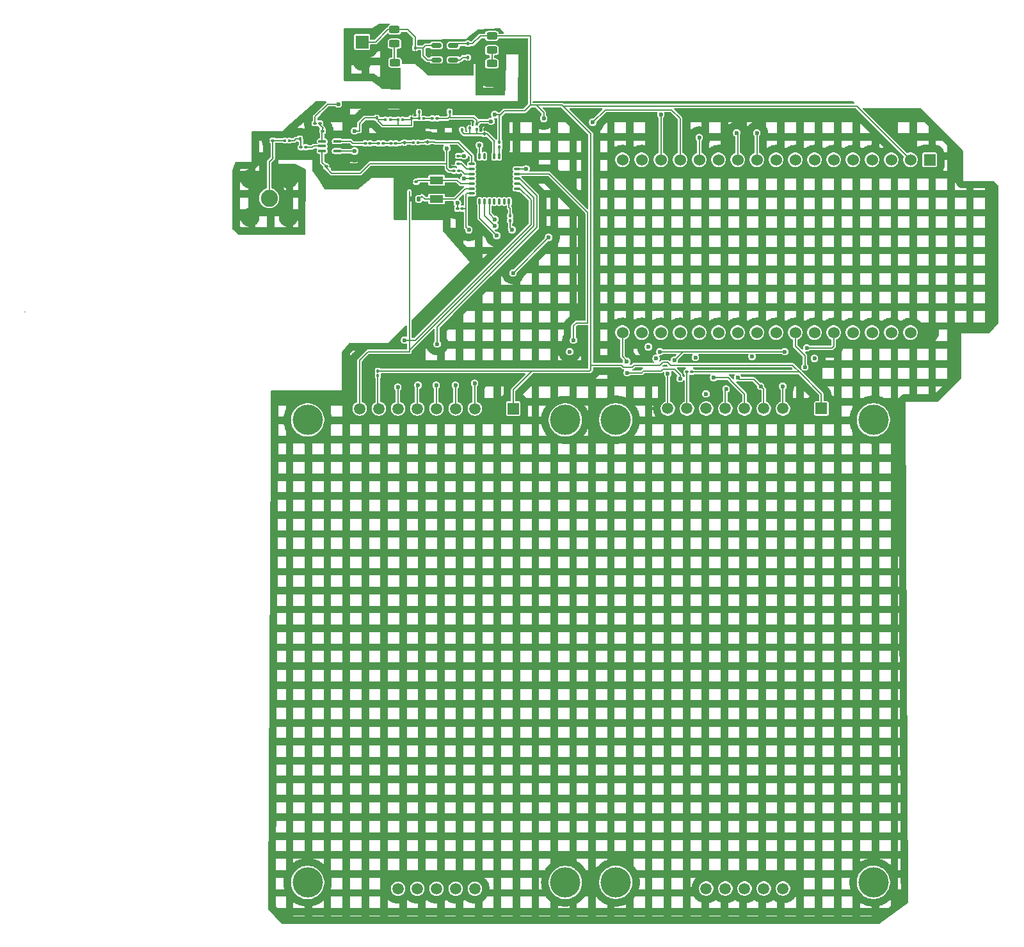
<source format=gtl>
G04 #@! TF.GenerationSoftware,KiCad,Pcbnew,9.99.0-4546-gb76221958b*
G04 #@! TF.CreationDate,2026-01-23T23:05:35+05:00*
G04 #@! TF.ProjectId,Reciver board,52656369-7665-4722-9062-6f6172642e6b,rev?*
G04 #@! TF.SameCoordinates,Original*
G04 #@! TF.FileFunction,Copper,L1,Top*
G04 #@! TF.FilePolarity,Positive*
%FSLAX46Y46*%
G04 Gerber Fmt 4.6, Leading zero omitted, Abs format (unit mm)*
G04 Created by KiCad (PCBNEW 9.99.0-4546-gb76221958b) date 2026-01-23 23:05:35*
%MOMM*%
%LPD*%
G01*
G04 APERTURE LIST*
G04 Aperture macros list*
%AMRoundRect*
0 Rectangle with rounded corners*
0 $1 Rounding radius*
0 $2 $3 $4 $5 $6 $7 $8 $9 X,Y pos of 4 corners*
0 Add a 4 corners polygon primitive as box body*
4,1,4,$2,$3,$4,$5,$6,$7,$8,$9,$2,$3,0*
0 Add four circle primitives for the rounded corners*
1,1,$1+$1,$2,$3*
1,1,$1+$1,$4,$5*
1,1,$1+$1,$6,$7*
1,1,$1+$1,$8,$9*
0 Add four rect primitives between the rounded corners*
20,1,$1+$1,$2,$3,$4,$5,0*
20,1,$1+$1,$4,$5,$6,$7,0*
20,1,$1+$1,$6,$7,$8,$9,0*
20,1,$1+$1,$8,$9,$2,$3,0*%
G04 Aperture macros list end*
%ADD10C,0.200000*%
G04 #@! TA.AperFunction,SMDPad,CuDef*
%ADD11R,1.800000X1.000000*%
G04 #@! TD*
G04 #@! TA.AperFunction,SMDPad,CuDef*
%ADD12RoundRect,0.100000X-0.100000X0.130000X-0.100000X-0.130000X0.100000X-0.130000X0.100000X0.130000X0*%
G04 #@! TD*
G04 #@! TA.AperFunction,SMDPad,CuDef*
%ADD13RoundRect,0.100000X0.100000X-0.130000X0.100000X0.130000X-0.100000X0.130000X-0.100000X-0.130000X0*%
G04 #@! TD*
G04 #@! TA.AperFunction,ComponentPad*
%ADD14R,1.700000X1.700000*%
G04 #@! TD*
G04 #@! TA.AperFunction,ComponentPad*
%ADD15C,1.700000*%
G04 #@! TD*
G04 #@! TA.AperFunction,SMDPad,CuDef*
%ADD16RoundRect,0.100000X0.130000X0.100000X-0.130000X0.100000X-0.130000X-0.100000X0.130000X-0.100000X0*%
G04 #@! TD*
G04 #@! TA.AperFunction,ComponentPad*
%ADD17C,2.250000*%
G04 #@! TD*
G04 #@! TA.AperFunction,ComponentPad*
%ADD18C,4.000000*%
G04 #@! TD*
G04 #@! TA.AperFunction,ComponentPad*
%ADD19R,1.500000X1.500000*%
G04 #@! TD*
G04 #@! TA.AperFunction,ComponentPad*
%ADD20C,1.500000*%
G04 #@! TD*
G04 #@! TA.AperFunction,SMDPad,CuDef*
%ADD21RoundRect,0.243750X-0.456250X0.243750X-0.456250X-0.243750X0.456250X-0.243750X0.456250X0.243750X0*%
G04 #@! TD*
G04 #@! TA.AperFunction,ComponentPad*
%ADD22R,1.524000X1.524000*%
G04 #@! TD*
G04 #@! TA.AperFunction,ComponentPad*
%ADD23C,1.524000*%
G04 #@! TD*
G04 #@! TA.AperFunction,SMDPad,CuDef*
%ADD24RoundRect,0.140000X-0.140000X-0.170000X0.140000X-0.170000X0.140000X0.170000X-0.140000X0.170000X0*%
G04 #@! TD*
G04 #@! TA.AperFunction,SMDPad,CuDef*
%ADD25R,0.300000X0.300000*%
G04 #@! TD*
G04 #@! TA.AperFunction,SMDPad,CuDef*
%ADD26RoundRect,0.100000X-0.130000X-0.100000X0.130000X-0.100000X0.130000X0.100000X-0.130000X0.100000X0*%
G04 #@! TD*
G04 #@! TA.AperFunction,SMDPad,CuDef*
%ADD27RoundRect,0.075000X-0.312500X-0.075000X0.312500X-0.075000X0.312500X0.075000X-0.312500X0.075000X0*%
G04 #@! TD*
G04 #@! TA.AperFunction,SMDPad,CuDef*
%ADD28RoundRect,0.075000X-0.075000X-0.312500X0.075000X-0.312500X0.075000X0.312500X-0.075000X0.312500X0*%
G04 #@! TD*
G04 #@! TA.AperFunction,HeatsinkPad*
%ADD29R,4.800000X4.800000*%
G04 #@! TD*
G04 #@! TA.AperFunction,SMDPad,CuDef*
%ADD30O,1.050000X0.400000*%
G04 #@! TD*
G04 #@! TA.AperFunction,SMDPad,CuDef*
%ADD31RoundRect,0.243750X0.456250X-0.243750X0.456250X0.243750X-0.456250X0.243750X-0.456250X-0.243750X0*%
G04 #@! TD*
G04 #@! TA.AperFunction,SMDPad,CuDef*
%ADD32RoundRect,0.150000X-0.512500X-0.150000X0.512500X-0.150000X0.512500X0.150000X-0.512500X0.150000X0*%
G04 #@! TD*
G04 #@! TA.AperFunction,ViaPad*
%ADD33C,0.600000*%
G04 #@! TD*
G04 #@! TA.AperFunction,Conductor*
%ADD34C,0.180000*%
G04 #@! TD*
G04 #@! TA.AperFunction,Conductor*
%ADD35C,0.200000*%
G04 #@! TD*
G04 #@! TA.AperFunction,Conductor*
%ADD36C,0.150000*%
G04 #@! TD*
G04 APERTURE END LIST*
D10*
X-15390000Y-65170000D02*
X-15390000Y-65170000D01*
D11*
X39050000Y-50290000D03*
X39050000Y-47790000D03*
D12*
X43180000Y-31557000D03*
X43180000Y-32197000D03*
D13*
X34798000Y-42829000D03*
X34798000Y-42189000D03*
D14*
X29190000Y-29500000D03*
D15*
X29190000Y-32040000D03*
D13*
X43434000Y-40924000D03*
X43434000Y-40284000D03*
D16*
X41910000Y-45593000D03*
X41270000Y-45593000D03*
D12*
X36195000Y-30287000D03*
X36195000Y-30927000D03*
D17*
X16891000Y-50165000D03*
X19431000Y-47625000D03*
X19431000Y-52705000D03*
X14351000Y-47625000D03*
X14351000Y-52705000D03*
D18*
X56068000Y-79519000D03*
X21968000Y-79519000D03*
X56068000Y-140719000D03*
X21968000Y-140719000D03*
D19*
X49178000Y-78019000D03*
D20*
X46638000Y-78019000D03*
X44098000Y-78019000D03*
X41558000Y-78019000D03*
X39018000Y-78019000D03*
X36478000Y-78019000D03*
X33938000Y-78019000D03*
X31398000Y-78019000D03*
X28858000Y-78019000D03*
X44098000Y-141539000D03*
X41558000Y-141539000D03*
X39018000Y-141539000D03*
X36478000Y-141539000D03*
X33938000Y-141539000D03*
D12*
X47364000Y-42758000D03*
X47364000Y-43398000D03*
D16*
X42448000Y-51562000D03*
X41808000Y-51562000D03*
X21747000Y-43434000D03*
X21107000Y-43434000D03*
D21*
X46355000Y-28702000D03*
X46355000Y-30577000D03*
D22*
X104267000Y-45085000D03*
D23*
X101727000Y-45085000D03*
X99187000Y-45085000D03*
X96647000Y-45085000D03*
X94107000Y-45085000D03*
X91567000Y-45085000D03*
X89027000Y-45085000D03*
X86487000Y-45085000D03*
X83947000Y-45085000D03*
X81407000Y-45085000D03*
X78867000Y-45085000D03*
X76327000Y-45085000D03*
X73787000Y-45085000D03*
X71247000Y-45085000D03*
X68707000Y-45085000D03*
X66167000Y-45085000D03*
X63627000Y-45085000D03*
X104267000Y-67945000D03*
X101727000Y-67945000D03*
X99187000Y-67945000D03*
X96647000Y-67945000D03*
X94107000Y-67945000D03*
X91567000Y-67945000D03*
X89027000Y-67945000D03*
X86487000Y-67945000D03*
X83947000Y-67945000D03*
X81407000Y-67945000D03*
X78867000Y-67945000D03*
X76327000Y-67945000D03*
X73787000Y-67945000D03*
X71247000Y-67945000D03*
X68707000Y-67945000D03*
X66167000Y-67945000D03*
X63627000Y-67945000D03*
D24*
X35736000Y-50292000D03*
X36696000Y-50292000D03*
D25*
X32893000Y-39751000D03*
X32293000Y-39751000D03*
D26*
X31339000Y-42926000D03*
X31979000Y-42926000D03*
X16734000Y-42545000D03*
X17374000Y-42545000D03*
D25*
X44323000Y-40421000D03*
X44323000Y-41021000D03*
D26*
X23973000Y-41275000D03*
X24613000Y-41275000D03*
D27*
X43690500Y-45660000D03*
X43690500Y-46310000D03*
X43690500Y-46960000D03*
X43690500Y-47610000D03*
X43690500Y-48260000D03*
X43690500Y-48910000D03*
X43690500Y-49560000D03*
D28*
X44728000Y-50597500D03*
X45378000Y-50597500D03*
X46028000Y-50597500D03*
X46678000Y-50597500D03*
X47328000Y-50597500D03*
X47978000Y-50597500D03*
X48628000Y-50597500D03*
D27*
X49665500Y-49560000D03*
X49665500Y-48910000D03*
X49665500Y-48260000D03*
X49665500Y-47610000D03*
X49665500Y-46960000D03*
X49665500Y-46310000D03*
X49665500Y-45660000D03*
D28*
X48628000Y-44622500D03*
X47978000Y-44622500D03*
X47328000Y-44622500D03*
X46678000Y-44622500D03*
X46028000Y-44622500D03*
X45378000Y-44622500D03*
X44728000Y-44622500D03*
D29*
X46678000Y-47610000D03*
D26*
X41329000Y-46543000D03*
X41969000Y-46543000D03*
D12*
X43180000Y-29743000D03*
X43180000Y-30383000D03*
D21*
X33480000Y-27860000D03*
X33480000Y-29735000D03*
D26*
X32990000Y-42926000D03*
X33630000Y-42926000D03*
D18*
X96838000Y-79502000D03*
X62738000Y-79502000D03*
X96838000Y-140702000D03*
X62738000Y-140702000D03*
D19*
X89948000Y-78002000D03*
D20*
X87408000Y-78002000D03*
X84868000Y-78002000D03*
X82328000Y-78002000D03*
X79788000Y-78002000D03*
X77248000Y-78002000D03*
X74708000Y-78002000D03*
X72168000Y-78002000D03*
X69628000Y-78002000D03*
X84868000Y-141522000D03*
X82328000Y-141522000D03*
X79788000Y-141522000D03*
X77248000Y-141522000D03*
X74708000Y-141522000D03*
D25*
X36541000Y-42799000D03*
X35941000Y-42799000D03*
D30*
X25908000Y-43942000D03*
X25908000Y-43292000D03*
X25908000Y-42642000D03*
X23908000Y-42642000D03*
X23908000Y-43292000D03*
X23908000Y-43942000D03*
D13*
X45339000Y-41656000D03*
X45339000Y-41016000D03*
X37846000Y-42738000D03*
X37846000Y-42098000D03*
D26*
X29591000Y-42926000D03*
X30231000Y-42926000D03*
X22957000Y-40259000D03*
X23597000Y-40259000D03*
X24445000Y-45974000D03*
X25085000Y-45974000D03*
D16*
X41915000Y-44577000D03*
X41275000Y-44577000D03*
D13*
X42418000Y-41123000D03*
X42418000Y-40483000D03*
D16*
X72801000Y-73152000D03*
X72161000Y-73152000D03*
D25*
X18958000Y-42545000D03*
X19558000Y-42545000D03*
D12*
X31275000Y-73045000D03*
X31275000Y-73685000D03*
D31*
X33550000Y-34117500D03*
X33550000Y-32242500D03*
D13*
X20955000Y-42321000D03*
X20955000Y-41681000D03*
X35687000Y-39654000D03*
X35687000Y-39014000D03*
D32*
X38989000Y-29972000D03*
X38989000Y-30922000D03*
X38989000Y-31872000D03*
X41264000Y-31872000D03*
X41264000Y-29972000D03*
D26*
X35720000Y-48006000D03*
X36360000Y-48006000D03*
D13*
X31115000Y-39563000D03*
X31115000Y-38923000D03*
X36703000Y-38801000D03*
X36703000Y-38161000D03*
X40767000Y-38735000D03*
X40767000Y-38095000D03*
D25*
X37303000Y-39624000D03*
X36703000Y-39624000D03*
D13*
X48768000Y-53152000D03*
X48768000Y-52512000D03*
D25*
X34509000Y-39751000D03*
X33909000Y-39751000D03*
D26*
X38476000Y-39624000D03*
X39116000Y-39624000D03*
D31*
X46355000Y-34230000D03*
X46355000Y-32355000D03*
D33*
X46736000Y-39116000D03*
X53213000Y-39624000D03*
X40386000Y-43561000D03*
X49022000Y-54356000D03*
X41808000Y-50825000D03*
X44069000Y-74676000D03*
X80772000Y-71120000D03*
X73279000Y-71247000D03*
X78867000Y-73914000D03*
X41529000Y-74930000D03*
X81915000Y-75057000D03*
X68072000Y-71374000D03*
X38989000Y-74930000D03*
X36576000Y-74930000D03*
X89027000Y-71374000D03*
X39116000Y-69469000D03*
X77343000Y-75438000D03*
X33909000Y-75184000D03*
X34798000Y-68961000D03*
X74676000Y-76073000D03*
X87757000Y-72517000D03*
X68580000Y-70485000D03*
X88011000Y-69977000D03*
X70485000Y-71628000D03*
X85090000Y-70485000D03*
X69628000Y-73406000D03*
X56642000Y-70485000D03*
X53848000Y-55372000D03*
X59690000Y-40132000D03*
X49149000Y-60071000D03*
X43307000Y-54356000D03*
X46736000Y-52959000D03*
X81407000Y-41529000D03*
X46736000Y-53848000D03*
X78740000Y-41529000D03*
X73787000Y-42164000D03*
X46990000Y-55118000D03*
X68707000Y-39116000D03*
X84836000Y-75057000D03*
X67056000Y-69850000D03*
X57150000Y-68961000D03*
X64262000Y-73279000D03*
X71247000Y-74041000D03*
X75692000Y-73914000D03*
X64175000Y-71775000D03*
X28194000Y-43942000D03*
X28194000Y-41275000D03*
X46228000Y-40005000D03*
X44704000Y-43180000D03*
X42672000Y-44577000D03*
X42657000Y-47610000D03*
X50882000Y-46310000D03*
X26035000Y-37719000D03*
D34*
X41458000Y-50290000D02*
X39050000Y-50290000D01*
X42838000Y-48910000D02*
X41458000Y-50290000D01*
X43690500Y-48910000D02*
X42838000Y-48910000D01*
D35*
X37466000Y-50290000D02*
X39050000Y-50290000D01*
X37082000Y-49906000D02*
X37466000Y-50290000D01*
D34*
X36576000Y-47790000D02*
X36360000Y-48006000D01*
X39050000Y-47790000D02*
X36576000Y-47790000D01*
X41753000Y-47790000D02*
X39050000Y-47790000D01*
X42223000Y-48260000D02*
X41753000Y-47790000D01*
X43690500Y-48260000D02*
X42223000Y-48260000D01*
D35*
X42169000Y-31872000D02*
X42484000Y-31557000D01*
X42484000Y-31557000D02*
X43180000Y-31557000D01*
X41264000Y-31872000D02*
X42169000Y-31872000D01*
X34798000Y-42829000D02*
X34387000Y-42829000D01*
X34387000Y-42829000D02*
X34290000Y-42926000D01*
X35941000Y-42799000D02*
X34828000Y-42799000D01*
X34290000Y-42926000D02*
X33630000Y-42926000D01*
X34828000Y-42799000D02*
X34798000Y-42829000D01*
X37082000Y-49906000D02*
X36696000Y-50292000D01*
X37277000Y-31308000D02*
X37277000Y-30287000D01*
X30952000Y-29500000D02*
X29190000Y-29500000D01*
X37841000Y-31872000D02*
X37277000Y-31308000D01*
X32592000Y-27860000D02*
X30952000Y-29500000D01*
X38989000Y-31872000D02*
X37841000Y-31872000D01*
X33480000Y-27860000D02*
X35132000Y-27860000D01*
X37592000Y-29972000D02*
X37277000Y-30287000D01*
X37277000Y-30287000D02*
X36195000Y-30287000D01*
X35179000Y-27813000D02*
X36195000Y-28829000D01*
X35132000Y-27860000D02*
X35179000Y-27813000D01*
X33480000Y-27860000D02*
X32592000Y-27860000D01*
X36195000Y-28829000D02*
X36195000Y-30287000D01*
X38989000Y-29972000D02*
X37592000Y-29972000D01*
X44323000Y-41529000D02*
X44450000Y-41656000D01*
X45339000Y-41656000D02*
X44450000Y-41656000D01*
X43434000Y-40924000D02*
X43434000Y-41529000D01*
X44323000Y-41021000D02*
X44323000Y-41529000D01*
X46736000Y-42672000D02*
X45720000Y-41656000D01*
X44450000Y-41656000D02*
X43561000Y-41656000D01*
X46678000Y-42730000D02*
X46736000Y-42672000D01*
X43434000Y-41529000D02*
X43561000Y-41656000D01*
X43561000Y-41656000D02*
X42672000Y-41656000D01*
X42418000Y-41402000D02*
X42418000Y-41123000D01*
X42672000Y-41656000D02*
X42418000Y-41402000D01*
X46678000Y-44622500D02*
X46678000Y-42730000D01*
X45720000Y-41656000D02*
X45339000Y-41656000D01*
D34*
X42291000Y-45593000D02*
X43008000Y-46310000D01*
X43008000Y-46310000D02*
X43690500Y-46310000D01*
X41910000Y-45593000D02*
X42291000Y-45593000D01*
X18958000Y-42545000D02*
X17374000Y-42545000D01*
X17374000Y-44806000D02*
X17399000Y-44831000D01*
X16891000Y-45339000D02*
X16891000Y-50165000D01*
X17374000Y-42545000D02*
X17374000Y-44806000D01*
X17399000Y-44831000D02*
X16891000Y-45339000D01*
X50673000Y-38608000D02*
X51435000Y-37846000D01*
X47364000Y-42758000D02*
X47364000Y-39250000D01*
X53213000Y-38862000D02*
X52197000Y-37846000D01*
X28956000Y-46863000D02*
X30226000Y-45593000D01*
D35*
X48768000Y-54102000D02*
X49022000Y-54356000D01*
X86106000Y-72263000D02*
X87249000Y-73406000D01*
X69977000Y-72263000D02*
X86106000Y-72263000D01*
D34*
X24445000Y-46133870D02*
X25174130Y-46863000D01*
D35*
X63500000Y-72263000D02*
X63754000Y-72517000D01*
D34*
X30226000Y-45593000D02*
X40259000Y-45593000D01*
D35*
X59436000Y-72263000D02*
X63500000Y-72263000D01*
D34*
X40386000Y-46228000D02*
X40386000Y-45466000D01*
X53213000Y-39624000D02*
X53213000Y-38862000D01*
D35*
X55753000Y-37973000D02*
X55626000Y-37846000D01*
D34*
X23908000Y-43942000D02*
X23908000Y-45437000D01*
X47364000Y-39250000D02*
X47498000Y-39116000D01*
D35*
X51669000Y-73045000D02*
X31275000Y-73045000D01*
X59436000Y-72898000D02*
X59436000Y-72263000D01*
X51669000Y-73045000D02*
X59289000Y-73045000D01*
X44831000Y-28702000D02*
X46355000Y-28702000D01*
D34*
X25174130Y-46863000D02*
X28956000Y-46863000D01*
X48006000Y-38608000D02*
X50673000Y-38608000D01*
X51435000Y-28702000D02*
X51435000Y-37846000D01*
X48768000Y-53152000D02*
X48768000Y-54102000D01*
D35*
X89948000Y-76105000D02*
X87249000Y-73406000D01*
D34*
X46736000Y-39116000D02*
X47498000Y-39116000D01*
D35*
X101727000Y-45085000D02*
X94615000Y-37973000D01*
D34*
X41808000Y-51562000D02*
X41808000Y-50825000D01*
X40386000Y-45466000D02*
X40386000Y-43561000D01*
D35*
X43180000Y-29743000D02*
X43790000Y-29743000D01*
X89948000Y-78002000D02*
X89948000Y-76105000D01*
D34*
X55626000Y-37846000D02*
X51435000Y-37846000D01*
D35*
X72801000Y-73152000D02*
X86995000Y-73152000D01*
X59436000Y-72263000D02*
X59436000Y-41656000D01*
X65151000Y-72263000D02*
X68580000Y-72263000D01*
X68580000Y-72263000D02*
X68961000Y-71882000D01*
D34*
X52197000Y-37846000D02*
X51435000Y-37846000D01*
D35*
X86995000Y-73152000D02*
X87249000Y-73406000D01*
X41264000Y-29972000D02*
X41493000Y-29743000D01*
D34*
X40259000Y-45593000D02*
X40386000Y-45466000D01*
D35*
X69596000Y-71882000D02*
X69977000Y-72263000D01*
X64897000Y-72517000D02*
X63754000Y-72517000D01*
X49178000Y-75536000D02*
X51669000Y-73045000D01*
X59436000Y-41656000D02*
X55753000Y-37973000D01*
D34*
X47498000Y-39116000D02*
X48006000Y-38608000D01*
D35*
X68961000Y-71882000D02*
X69596000Y-71882000D01*
D34*
X24445000Y-45974000D02*
X24445000Y-46133870D01*
X23908000Y-45437000D02*
X24445000Y-45974000D01*
D35*
X43790000Y-29743000D02*
X44831000Y-28702000D01*
D34*
X41329000Y-46543000D02*
X40701000Y-46543000D01*
D35*
X46355000Y-28702000D02*
X51435000Y-28702000D01*
D34*
X40701000Y-46543000D02*
X40386000Y-46228000D01*
D35*
X41493000Y-29743000D02*
X43180000Y-29743000D01*
X49178000Y-78019000D02*
X49178000Y-75536000D01*
X64897000Y-72517000D02*
X65151000Y-72263000D01*
X94615000Y-37973000D02*
X55753000Y-37973000D01*
X59289000Y-73045000D02*
X59436000Y-72898000D01*
X44098000Y-78019000D02*
X44098000Y-74705000D01*
X44098000Y-74705000D02*
X44069000Y-74676000D01*
X81006000Y-74148000D02*
X79268000Y-74148000D01*
X82328000Y-75470000D02*
X82296000Y-75438000D01*
X79268000Y-74148000D02*
X79101000Y-74148000D01*
X82328000Y-78002000D02*
X82328000Y-75470000D01*
X79101000Y-74148000D02*
X78867000Y-73914000D01*
X82296000Y-75438000D02*
X81915000Y-75057000D01*
X41558000Y-78019000D02*
X41558000Y-74959000D01*
X41558000Y-74959000D02*
X41529000Y-74930000D01*
X81915000Y-75057000D02*
X81006000Y-74148000D01*
X39018000Y-78019000D02*
X39018000Y-74959000D01*
X39018000Y-74959000D02*
X38989000Y-74930000D01*
X36478000Y-78019000D02*
X36478000Y-75028000D01*
X77248000Y-78002000D02*
X77248000Y-75533000D01*
X36478000Y-75028000D02*
X36576000Y-74930000D01*
D34*
X50052999Y-47610000D02*
X49665500Y-47610000D01*
X52324000Y-53975000D02*
X39116000Y-67183000D01*
X52324000Y-53975000D02*
X52324000Y-49881001D01*
D35*
X77248000Y-75533000D02*
X77343000Y-75438000D01*
X39116000Y-67183000D02*
X39116000Y-69469000D01*
D34*
X52324000Y-49881001D02*
X50052999Y-47610000D01*
D35*
X36195000Y-68961000D02*
X34798000Y-68961000D01*
D34*
X45593000Y-59563000D02*
X36195000Y-68961000D01*
D35*
X87757000Y-72517000D02*
X87757000Y-70993000D01*
D34*
X50052999Y-48910000D02*
X51522000Y-50379001D01*
D35*
X87757000Y-70993000D02*
X86487000Y-69723000D01*
D34*
X51522000Y-53634000D02*
X45593000Y-59563000D01*
D35*
X33938000Y-75213000D02*
X33909000Y-75184000D01*
X86487000Y-69723000D02*
X86487000Y-67945000D01*
D34*
X49665500Y-48910000D02*
X50052999Y-48910000D01*
D35*
X33938000Y-78019000D02*
X33938000Y-75213000D01*
D34*
X51522000Y-50379001D02*
X51522000Y-53634000D01*
D35*
X31275000Y-77896000D02*
X31398000Y-78019000D01*
X31275000Y-73685000D02*
X31275000Y-77896000D01*
X68580000Y-70485000D02*
X71628000Y-70485000D01*
X70485000Y-71628000D02*
X71628000Y-70485000D01*
X35433000Y-70298900D02*
X35433000Y-70485000D01*
X71628000Y-70485000D02*
X85090000Y-70485000D01*
X69628000Y-78002000D02*
X69628000Y-75406000D01*
X88011000Y-69977000D02*
X91313000Y-69977000D01*
X69620000Y-78002000D02*
X69596000Y-77978000D01*
X29972000Y-70485000D02*
X35433000Y-70485000D01*
X69628000Y-75406000D02*
X69628000Y-73406000D01*
X91313000Y-69977000D02*
X91567000Y-69723000D01*
D34*
X49665500Y-48260000D02*
X50052999Y-48260000D01*
D35*
X69628000Y-78002000D02*
X69620000Y-78002000D01*
X28858000Y-78019000D02*
X28858000Y-71599000D01*
X91567000Y-69723000D02*
X91567000Y-67945000D01*
X35433000Y-70485000D02*
X35433000Y-49276000D01*
D34*
X51923000Y-50130001D02*
X51923000Y-53808900D01*
X51923000Y-53808900D02*
X35433000Y-70298900D01*
D35*
X28858000Y-71599000D02*
X29972000Y-70485000D01*
D34*
X50052999Y-48260000D02*
X51923000Y-50130001D01*
D35*
X47364000Y-43398000D02*
X47364000Y-44586500D01*
X47364000Y-44586500D02*
X47328000Y-44622500D01*
D34*
X53848000Y-55372000D02*
X49149000Y-60071000D01*
X42926000Y-51562000D02*
X42926000Y-53975000D01*
D35*
X61341000Y-38481000D02*
X59690000Y-40132000D01*
D34*
X42926000Y-53975000D02*
X43307000Y-54356000D01*
D35*
X71247000Y-39624000D02*
X70104000Y-38481000D01*
X70104000Y-38481000D02*
X61341000Y-38481000D01*
D34*
X43690500Y-49560000D02*
X43023000Y-49560000D01*
X43023000Y-49560000D02*
X42926000Y-49657000D01*
X42926000Y-51562000D02*
X42448000Y-51562000D01*
X42926000Y-49657000D02*
X42926000Y-51562000D01*
D35*
X71247000Y-45085000D02*
X71247000Y-39624000D01*
D34*
X22606000Y-43434000D02*
X21747000Y-43434000D01*
X23908000Y-43292000D02*
X22748000Y-43292000D01*
X22748000Y-43292000D02*
X22606000Y-43434000D01*
D35*
X21107000Y-42473000D02*
X20955000Y-42321000D01*
D34*
X20955000Y-42321000D02*
X20417000Y-42321000D01*
X20193000Y-42545000D02*
X19558000Y-42545000D01*
X20417000Y-42321000D02*
X20193000Y-42545000D01*
X21107000Y-43434000D02*
X21107000Y-42473000D01*
D35*
X46355000Y-30577000D02*
X46355000Y-32355000D01*
D34*
X46028000Y-50597500D02*
X46028000Y-52251000D01*
D35*
X81407000Y-41529000D02*
X81407000Y-45085000D01*
D34*
X46028000Y-52251000D02*
X46736000Y-52959000D01*
D35*
X78740000Y-41529000D02*
X78867000Y-41656000D01*
X78867000Y-41656000D02*
X78867000Y-45085000D01*
D34*
X45378000Y-50597500D02*
X45378000Y-52412000D01*
X45378000Y-52412000D02*
X45339000Y-52451000D01*
X45339000Y-52451000D02*
X46736000Y-53848000D01*
X44728000Y-50597500D02*
X44728000Y-52856000D01*
D35*
X73787000Y-42164000D02*
X73787000Y-45085000D01*
D34*
X44728000Y-52856000D02*
X46990000Y-55118000D01*
D35*
X84868000Y-75089000D02*
X84836000Y-75057000D01*
X68707000Y-39116000D02*
X68707000Y-45085000D01*
X84868000Y-78002000D02*
X84868000Y-75089000D01*
X59035000Y-66675000D02*
X57531000Y-66675000D01*
D34*
X53897100Y-46960000D02*
X59035000Y-52097900D01*
D35*
X59035000Y-52097900D02*
X59035000Y-66675000D01*
X57531000Y-66675000D02*
X57150000Y-67056000D01*
D34*
X49665500Y-46960000D02*
X53897100Y-46960000D01*
D35*
X57150000Y-67056000D02*
X57150000Y-68961000D01*
X79788000Y-78002000D02*
X79788000Y-76105000D01*
X64175000Y-71775000D02*
X64175000Y-71668000D01*
X66167000Y-73279000D02*
X64262000Y-73279000D01*
X66294000Y-73152000D02*
X66167000Y-73279000D01*
X68707000Y-73025000D02*
X66421000Y-73025000D01*
X64175000Y-71668000D02*
X63627000Y-71120000D01*
X68961000Y-72771000D02*
X68707000Y-73025000D01*
X66421000Y-73025000D02*
X66294000Y-73152000D01*
X70485000Y-72771000D02*
X68961000Y-72771000D01*
X71247000Y-74041000D02*
X71247000Y-73533000D01*
X71247000Y-73533000D02*
X70485000Y-72771000D01*
X78232000Y-74549000D02*
X77597000Y-73914000D01*
X77597000Y-73914000D02*
X75692000Y-73914000D01*
X79788000Y-76105000D02*
X78232000Y-74549000D01*
X63627000Y-71120000D02*
X63627000Y-67945000D01*
D34*
X29525000Y-39563000D02*
X29210000Y-39878000D01*
X34509000Y-39751000D02*
X35590000Y-39751000D01*
D36*
X31877000Y-40513000D02*
X31303000Y-39939000D01*
D34*
X28194000Y-43942000D02*
X25908000Y-43942000D01*
X33909000Y-40513000D02*
X33909000Y-39751000D01*
X29210000Y-39878000D02*
X28829000Y-40259000D01*
D36*
X31303000Y-39939000D02*
X31303000Y-39751000D01*
D35*
X36703000Y-39624000D02*
X35717000Y-39624000D01*
D34*
X31303000Y-39751000D02*
X31115000Y-39563000D01*
X35687000Y-39654000D02*
X35687000Y-40513000D01*
D36*
X33909000Y-40513000D02*
X31877000Y-40513000D01*
D34*
X31115000Y-39563000D02*
X29525000Y-39563000D01*
X28829000Y-40259000D02*
X28829000Y-41275000D01*
D36*
X35687000Y-40513000D02*
X33909000Y-40513000D01*
D35*
X35590000Y-39751000D02*
X35687000Y-39654000D01*
D34*
X28829000Y-41275000D02*
X28194000Y-41275000D01*
D35*
X36703000Y-39624000D02*
X36703000Y-38801000D01*
D34*
X33909000Y-39751000D02*
X32893000Y-39751000D01*
D35*
X35717000Y-39624000D02*
X35687000Y-39654000D01*
D34*
X32293000Y-39751000D02*
X31303000Y-39751000D01*
X31339000Y-42926000D02*
X30231000Y-42926000D01*
D35*
X32990000Y-42926000D02*
X31979000Y-42926000D01*
X44728000Y-43204000D02*
X44704000Y-43180000D01*
X43690500Y-45660000D02*
X43690500Y-44579500D01*
X37846000Y-42738000D02*
X37399000Y-42738000D01*
X38862000Y-42799000D02*
X38801000Y-42738000D01*
X43942000Y-39497000D02*
X40894000Y-39497000D01*
X38801000Y-42738000D02*
X37846000Y-42738000D01*
X43690500Y-44579500D02*
X41910000Y-42799000D01*
X44323000Y-40421000D02*
X44323000Y-39878000D01*
X40513000Y-39624000D02*
X39116000Y-39624000D01*
X37399000Y-42738000D02*
X37338000Y-42799000D01*
X40894000Y-39497000D02*
X40767000Y-39370000D01*
X44728000Y-44622500D02*
X44728000Y-43204000D01*
X44739000Y-40005000D02*
X44323000Y-40421000D01*
X44323000Y-39878000D02*
X43942000Y-39497000D01*
X40767000Y-39370000D02*
X40767000Y-38735000D01*
X46228000Y-40005000D02*
X44739000Y-40005000D01*
X41910000Y-42799000D02*
X38862000Y-42799000D01*
X37338000Y-42799000D02*
X36541000Y-42799000D01*
X40767000Y-39370000D02*
X40513000Y-39624000D01*
X23973000Y-40924000D02*
X24003000Y-40894000D01*
X23597000Y-40488000D02*
X23597000Y-40259000D01*
X24003000Y-40894000D02*
X23597000Y-40488000D01*
X23908000Y-42642000D02*
X23908000Y-41340000D01*
X23973000Y-41275000D02*
X23973000Y-40924000D01*
X23908000Y-41340000D02*
X23973000Y-41275000D01*
D34*
X41969000Y-46543000D02*
X42352000Y-46543000D01*
X42352000Y-46543000D02*
X42769000Y-46960000D01*
X42769000Y-46960000D02*
X43690500Y-46960000D01*
X43690500Y-47610000D02*
X42657000Y-47610000D01*
D35*
X41915000Y-44577000D02*
X42672000Y-44577000D01*
D34*
X48768000Y-51562000D02*
X48628000Y-51422000D01*
X48628000Y-51422000D02*
X48628000Y-50597500D01*
X48768000Y-52512000D02*
X48768000Y-51562000D01*
D35*
X24638000Y-37719000D02*
X26035000Y-37719000D01*
X49665500Y-46310000D02*
X50882000Y-46310000D01*
X22957000Y-39400000D02*
X24638000Y-37719000D01*
X22957000Y-40259000D02*
X22957000Y-39400000D01*
X33480000Y-32172500D02*
X33550000Y-32242500D01*
X33480000Y-29735000D02*
X33480000Y-32172500D01*
X72161000Y-77995000D02*
X72161000Y-73152000D01*
X72168000Y-78002000D02*
X72161000Y-77995000D01*
D34*
X25908000Y-42642000D02*
X27656000Y-42642000D01*
X27656000Y-42642000D02*
X27940000Y-42926000D01*
X27940000Y-42926000D02*
X29591000Y-42926000D01*
D35*
X38476000Y-39624000D02*
X37303000Y-39624000D01*
G04 #@! TA.AperFunction,Conductor*
G36*
X103132987Y-38245907D02*
G01*
X103145582Y-38256787D01*
X103281705Y-38396004D01*
X108676243Y-43913145D01*
X108703406Y-43967970D01*
X108704457Y-43982357D01*
X108704457Y-47879000D01*
X112727449Y-47879000D01*
X112785640Y-47897907D01*
X112797453Y-47907996D01*
X113374461Y-48485004D01*
X113402238Y-48539521D01*
X113403457Y-48555008D01*
X113403457Y-66636725D01*
X113384550Y-66694916D01*
X113377711Y-66703320D01*
X112162916Y-68039595D01*
X112109782Y-68069934D01*
X112089662Y-68072000D01*
X108450457Y-68072000D01*
X108450457Y-68072001D01*
X108450457Y-73999992D01*
X108431550Y-74058183D01*
X108421461Y-74069996D01*
X105431453Y-77060004D01*
X105376936Y-77087781D01*
X105361449Y-77089000D01*
X101084457Y-77089000D01*
X101465166Y-143332475D01*
X101446594Y-143390773D01*
X101424713Y-143412878D01*
X97681592Y-146157834D01*
X97623486Y-146176999D01*
X97623047Y-146177000D01*
X18577478Y-146177000D01*
X18519287Y-146158093D01*
X18505104Y-146145550D01*
X17602991Y-145179000D01*
X20099000Y-145179000D01*
X21601000Y-145179000D01*
X22599000Y-145179000D01*
X24101000Y-145179000D01*
X25099000Y-145179000D01*
X26601000Y-145179000D01*
X27599000Y-145179000D01*
X29101000Y-145179000D01*
X30099000Y-145179000D01*
X31601000Y-145179000D01*
X32599000Y-145179000D01*
X34101000Y-145179000D01*
X35099000Y-145179000D01*
X36601000Y-145179000D01*
X37599000Y-145179000D01*
X39101000Y-145179000D01*
X40099000Y-145179000D01*
X41601000Y-145179000D01*
X42599000Y-145179000D01*
X44101000Y-145179000D01*
X45099000Y-145179000D01*
X46601000Y-145179000D01*
X47599000Y-145179000D01*
X49101000Y-145179000D01*
X50099000Y-145179000D01*
X51601000Y-145179000D01*
X52599000Y-145179000D01*
X54101000Y-145179000D01*
X55099000Y-145179000D01*
X56601000Y-145179000D01*
X57599000Y-145179000D01*
X59101000Y-145179000D01*
X60099000Y-145179000D01*
X61601000Y-145179000D01*
X62599000Y-145179000D01*
X64101000Y-145179000D01*
X65099000Y-145179000D01*
X66601000Y-145179000D01*
X67599000Y-145179000D01*
X69101000Y-145179000D01*
X70099000Y-145179000D01*
X71601000Y-145179000D01*
X72599000Y-145179000D01*
X74101000Y-145179000D01*
X75099000Y-145179000D01*
X76601000Y-145179000D01*
X77599000Y-145179000D01*
X79101000Y-145179000D01*
X80099000Y-145179000D01*
X81601000Y-145179000D01*
X82599000Y-145179000D01*
X84101000Y-145179000D01*
X85099000Y-145179000D01*
X86601000Y-145179000D01*
X87599000Y-145179000D01*
X89101000Y-145179000D01*
X90099000Y-145179000D01*
X91601000Y-145179000D01*
X92599000Y-145179000D01*
X94101000Y-145179000D01*
X95099000Y-145179000D01*
X96601000Y-145179000D01*
X96601000Y-145099000D01*
X95099000Y-145099000D01*
X95099000Y-145179000D01*
X94101000Y-145179000D01*
X94101000Y-145099000D01*
X92599000Y-145099000D01*
X92599000Y-145179000D01*
X91601000Y-145179000D01*
X91601000Y-145099000D01*
X90099000Y-145099000D01*
X90099000Y-145179000D01*
X89101000Y-145179000D01*
X89101000Y-145099000D01*
X87599000Y-145099000D01*
X87599000Y-145179000D01*
X86601000Y-145179000D01*
X86601000Y-145099000D01*
X85099000Y-145099000D01*
X85099000Y-145179000D01*
X84101000Y-145179000D01*
X84101000Y-145099000D01*
X82599000Y-145099000D01*
X82599000Y-145179000D01*
X81601000Y-145179000D01*
X81601000Y-145099000D01*
X80099000Y-145099000D01*
X80099000Y-145179000D01*
X79101000Y-145179000D01*
X79101000Y-145099000D01*
X77599000Y-145099000D01*
X77599000Y-145179000D01*
X76601000Y-145179000D01*
X76601000Y-145099000D01*
X75099000Y-145099000D01*
X75099000Y-145179000D01*
X74101000Y-145179000D01*
X74101000Y-145099000D01*
X72599000Y-145099000D01*
X72599000Y-145179000D01*
X71601000Y-145179000D01*
X71601000Y-145099000D01*
X70099000Y-145099000D01*
X70099000Y-145179000D01*
X69101000Y-145179000D01*
X69101000Y-145099000D01*
X67599000Y-145099000D01*
X67599000Y-145179000D01*
X66601000Y-145179000D01*
X66601000Y-145099000D01*
X65099000Y-145099000D01*
X65099000Y-145179000D01*
X64101000Y-145179000D01*
X64101000Y-145099000D01*
X62599000Y-145099000D01*
X62599000Y-145179000D01*
X61601000Y-145179000D01*
X61601000Y-145099000D01*
X60099000Y-145099000D01*
X60099000Y-145179000D01*
X59101000Y-145179000D01*
X59101000Y-145099000D01*
X57599000Y-145099000D01*
X57599000Y-145179000D01*
X56601000Y-145179000D01*
X56601000Y-145099000D01*
X55099000Y-145099000D01*
X55099000Y-145179000D01*
X54101000Y-145179000D01*
X54101000Y-145099000D01*
X52599000Y-145099000D01*
X52599000Y-145179000D01*
X51601000Y-145179000D01*
X51601000Y-145099000D01*
X50099000Y-145099000D01*
X50099000Y-145179000D01*
X49101000Y-145179000D01*
X49101000Y-145099000D01*
X47599000Y-145099000D01*
X47599000Y-145179000D01*
X46601000Y-145179000D01*
X46601000Y-145099000D01*
X45099000Y-145099000D01*
X45099000Y-145179000D01*
X44101000Y-145179000D01*
X44101000Y-145099000D01*
X42599000Y-145099000D01*
X42599000Y-145179000D01*
X41601000Y-145179000D01*
X41601000Y-145099000D01*
X40099000Y-145099000D01*
X40099000Y-145179000D01*
X39101000Y-145179000D01*
X39101000Y-145099000D01*
X37599000Y-145099000D01*
X37599000Y-145179000D01*
X36601000Y-145179000D01*
X36601000Y-145099000D01*
X35099000Y-145099000D01*
X35099000Y-145179000D01*
X34101000Y-145179000D01*
X34101000Y-145099000D01*
X32599000Y-145099000D01*
X32599000Y-145179000D01*
X31601000Y-145179000D01*
X31601000Y-145099000D01*
X30099000Y-145099000D01*
X30099000Y-145179000D01*
X29101000Y-145179000D01*
X29101000Y-145099000D01*
X27599000Y-145099000D01*
X27599000Y-145179000D01*
X26601000Y-145179000D01*
X26601000Y-145099000D01*
X25099000Y-145099000D01*
X25099000Y-145179000D01*
X24101000Y-145179000D01*
X24101000Y-145099000D01*
X22599000Y-145099000D01*
X22599000Y-145179000D01*
X21601000Y-145179000D01*
X21601000Y-145099000D01*
X20099000Y-145099000D01*
X20099000Y-145179000D01*
X17602991Y-145179000D01*
X16783299Y-144300759D01*
X16757416Y-144245317D01*
X16756675Y-144232660D01*
X16758429Y-143916431D01*
X16758626Y-143880963D01*
X17756639Y-143880963D01*
X17962007Y-144101000D01*
X19101000Y-144101000D01*
X20099000Y-144101000D01*
X21601000Y-144101000D01*
X21601000Y-143896782D01*
X21391317Y-143869178D01*
X21388109Y-143868702D01*
X21362257Y-143864433D01*
X21359068Y-143863853D01*
X21336999Y-143859462D01*
X22599000Y-143859462D01*
X22599000Y-144101000D01*
X24101000Y-144101000D01*
X25099000Y-144101000D01*
X26601000Y-144101000D01*
X27599000Y-144101000D01*
X29101000Y-144101000D01*
X30099000Y-144101000D01*
X31601000Y-144101000D01*
X32599000Y-144101000D01*
X34101000Y-144101000D01*
X34101000Y-143485394D01*
X34100182Y-143485455D01*
X34060968Y-143487381D01*
X34056111Y-143487500D01*
X33819889Y-143487500D01*
X33815032Y-143487381D01*
X33775818Y-143485455D01*
X33770976Y-143485098D01*
X33722207Y-143480297D01*
X33717381Y-143479702D01*
X33678512Y-143473937D01*
X33673723Y-143473106D01*
X33442008Y-143427015D01*
X33437264Y-143425949D01*
X33399147Y-143416400D01*
X33394463Y-143415104D01*
X33347569Y-143400877D01*
X33342957Y-143399353D01*
X33305993Y-143386126D01*
X33301461Y-143384378D01*
X33083223Y-143293981D01*
X33078784Y-143292013D01*
X33043296Y-143275230D01*
X33038956Y-143273046D01*
X32995735Y-143249946D01*
X32991506Y-143247550D01*
X32957796Y-143227346D01*
X32953688Y-143224745D01*
X32776998Y-143106683D01*
X35099000Y-143106683D01*
X35099000Y-144101000D01*
X36601000Y-144101000D01*
X36601000Y-143487379D01*
X36600968Y-143487381D01*
X36596111Y-143487500D01*
X36359889Y-143487500D01*
X36355032Y-143487381D01*
X36315818Y-143485455D01*
X36310976Y-143485098D01*
X36262207Y-143480297D01*
X36257381Y-143479702D01*
X36218512Y-143473937D01*
X36213723Y-143473106D01*
X35982008Y-143427015D01*
X35977264Y-143425949D01*
X35939147Y-143416400D01*
X35934463Y-143415104D01*
X35887569Y-143400877D01*
X35882957Y-143399353D01*
X35845993Y-143386126D01*
X35841461Y-143384378D01*
X35623223Y-143293981D01*
X35618784Y-143292013D01*
X35583296Y-143275230D01*
X35578956Y-143273046D01*
X35535735Y-143249946D01*
X35531506Y-143247550D01*
X35497796Y-143227346D01*
X35493688Y-143224745D01*
X35356998Y-143133411D01*
X37599000Y-143133411D01*
X37599000Y-144101000D01*
X39101000Y-144101000D01*
X39101000Y-143487500D01*
X38899889Y-143487500D01*
X38895032Y-143487381D01*
X38855818Y-143485455D01*
X38850976Y-143485098D01*
X38802207Y-143480297D01*
X38797381Y-143479702D01*
X38758512Y-143473937D01*
X38753723Y-143473106D01*
X38522008Y-143427015D01*
X38517264Y-143425949D01*
X38479147Y-143416400D01*
X38474463Y-143415104D01*
X38427569Y-143400877D01*
X38422957Y-143399353D01*
X38385993Y-143386126D01*
X38381461Y-143384378D01*
X38163223Y-143293981D01*
X38158784Y-143292013D01*
X38123296Y-143275230D01*
X38118956Y-143273046D01*
X38075735Y-143249946D01*
X38071506Y-143247550D01*
X38037796Y-143227346D01*
X38033688Y-143224745D01*
X37936999Y-143160139D01*
X40099000Y-143160139D01*
X40099000Y-144101000D01*
X41601000Y-144101000D01*
X41601000Y-143487500D01*
X41439889Y-143487500D01*
X41435032Y-143487381D01*
X41395818Y-143485455D01*
X41390976Y-143485098D01*
X41342207Y-143480297D01*
X41337381Y-143479702D01*
X41298512Y-143473937D01*
X41293723Y-143473106D01*
X41062008Y-143427015D01*
X41057264Y-143425949D01*
X41019147Y-143416400D01*
X41014463Y-143415104D01*
X40967569Y-143400877D01*
X40962957Y-143399353D01*
X40925993Y-143386126D01*
X40921461Y-143384378D01*
X40703223Y-143293981D01*
X40698784Y-143292013D01*
X40663296Y-143275230D01*
X40658956Y-143273046D01*
X40615735Y-143249946D01*
X40611506Y-143247550D01*
X40577796Y-143227346D01*
X40573688Y-143224745D01*
X40516999Y-143186866D01*
X42599000Y-143186866D01*
X42599000Y-144101000D01*
X44101000Y-144101000D01*
X44101000Y-143487500D01*
X43979889Y-143487500D01*
X43975032Y-143487381D01*
X43935818Y-143485455D01*
X43930976Y-143485098D01*
X43882207Y-143480297D01*
X43877381Y-143479702D01*
X43838512Y-143473937D01*
X43833723Y-143473106D01*
X43602008Y-143427015D01*
X43597264Y-143425949D01*
X43559147Y-143416400D01*
X43554463Y-143415104D01*
X43507569Y-143400877D01*
X43502957Y-143399353D01*
X43465993Y-143386126D01*
X43461461Y-143384378D01*
X43243223Y-143293981D01*
X43238784Y-143292013D01*
X43203296Y-143275230D01*
X43198956Y-143273046D01*
X43155735Y-143249946D01*
X43151506Y-143247550D01*
X43117796Y-143227346D01*
X43113688Y-143224745D01*
X43097000Y-143213594D01*
X45099000Y-143213594D01*
X45099000Y-144101000D01*
X46601000Y-144101000D01*
X47599000Y-144101000D01*
X49101000Y-144101000D01*
X50099000Y-144101000D01*
X51601000Y-144101000D01*
X52599000Y-144101000D01*
X54101000Y-144101000D01*
X55099000Y-144101000D01*
X56601000Y-144101000D01*
X56601000Y-143874928D01*
X56326302Y-143911093D01*
X56323084Y-143911463D01*
X56297032Y-143914029D01*
X56293805Y-143914294D01*
X56261211Y-143916431D01*
X56257974Y-143916590D01*
X56231802Y-143917447D01*
X56228562Y-143917500D01*
X55907438Y-143917500D01*
X55904198Y-143917447D01*
X55878026Y-143916590D01*
X55874789Y-143916431D01*
X55842195Y-143914294D01*
X55838968Y-143914029D01*
X55812916Y-143911463D01*
X55809698Y-143911093D01*
X55491317Y-143869178D01*
X55488109Y-143868702D01*
X55462257Y-143864433D01*
X55459068Y-143863853D01*
X55427032Y-143857479D01*
X55423870Y-143856796D01*
X55398391Y-143850855D01*
X55395249Y-143850068D01*
X55099000Y-143770688D01*
X55099000Y-144101000D01*
X54101000Y-144101000D01*
X54101000Y-143528387D01*
X57599000Y-143528387D01*
X57599000Y-144101000D01*
X59101000Y-144101000D01*
X60099000Y-144101000D01*
X61601000Y-144101000D01*
X61601000Y-143900500D01*
X62599000Y-143900500D01*
X62599000Y-144101000D01*
X64101000Y-144101000D01*
X64101000Y-143599458D01*
X63813682Y-143718469D01*
X63810672Y-143719659D01*
X63786193Y-143728873D01*
X63783146Y-143729963D01*
X63752217Y-143740464D01*
X63749127Y-143741457D01*
X63724047Y-143749065D01*
X63720932Y-143749955D01*
X63410751Y-143833068D01*
X63407609Y-143833855D01*
X63382130Y-143839796D01*
X63378968Y-143840479D01*
X63346932Y-143846853D01*
X63343743Y-143847433D01*
X63317891Y-143851702D01*
X63314683Y-143852178D01*
X62996302Y-143894093D01*
X62993084Y-143894463D01*
X62967032Y-143897029D01*
X62963805Y-143897294D01*
X62931211Y-143899431D01*
X62927974Y-143899590D01*
X62901802Y-143900447D01*
X62898562Y-143900500D01*
X62599000Y-143900500D01*
X61601000Y-143900500D01*
X61601000Y-143693069D01*
X61365643Y-143595583D01*
X61362671Y-143594295D01*
X61338803Y-143583481D01*
X61335869Y-143582093D01*
X61306573Y-143567644D01*
X61303694Y-143566165D01*
X61280620Y-143553831D01*
X61277790Y-143552258D01*
X60999695Y-143391699D01*
X60996914Y-143390033D01*
X60974673Y-143376202D01*
X60971951Y-143374447D01*
X60944793Y-143356300D01*
X60942130Y-143354456D01*
X60920856Y-143339211D01*
X60918255Y-143337282D01*
X60663487Y-143141792D01*
X60660948Y-143139777D01*
X60640691Y-143123152D01*
X60638216Y-143121052D01*
X60613659Y-143099513D01*
X60611263Y-143097342D01*
X60592170Y-143079459D01*
X60589843Y-143077207D01*
X60362793Y-142850157D01*
X60360541Y-142847830D01*
X60342658Y-142828737D01*
X60340487Y-142826341D01*
X60318948Y-142801784D01*
X60316848Y-142799309D01*
X60300223Y-142779052D01*
X60298208Y-142776513D01*
X60161998Y-142599000D01*
X60099000Y-142599000D01*
X60099000Y-144101000D01*
X59101000Y-144101000D01*
X59101000Y-142599000D01*
X58657047Y-142599000D01*
X58507792Y-142793513D01*
X58505777Y-142796052D01*
X58489152Y-142816309D01*
X58487052Y-142818784D01*
X58465513Y-142843341D01*
X58463342Y-142845737D01*
X58445459Y-142864830D01*
X58443207Y-142867157D01*
X58216157Y-143094207D01*
X58213830Y-143096459D01*
X58194737Y-143114342D01*
X58192341Y-143116513D01*
X58167784Y-143138052D01*
X58165309Y-143140152D01*
X58145052Y-143156777D01*
X58142513Y-143158792D01*
X57887745Y-143354282D01*
X57885144Y-143356211D01*
X57863870Y-143371456D01*
X57861207Y-143373300D01*
X57834049Y-143391447D01*
X57831327Y-143393202D01*
X57809086Y-143407033D01*
X57806305Y-143408699D01*
X57599000Y-143528387D01*
X54101000Y-143528387D01*
X54101000Y-143241289D01*
X53993487Y-143158792D01*
X53990948Y-143156777D01*
X53970691Y-143140152D01*
X53968216Y-143138052D01*
X53943659Y-143116513D01*
X53941263Y-143114342D01*
X53922170Y-143096459D01*
X53919843Y-143094207D01*
X53692793Y-142867157D01*
X53690541Y-142864830D01*
X53672658Y-142845737D01*
X53670487Y-142843341D01*
X53648948Y-142818784D01*
X53646848Y-142816309D01*
X53630223Y-142796052D01*
X53628208Y-142793513D01*
X53478953Y-142599000D01*
X52599000Y-142599000D01*
X52599000Y-144101000D01*
X51601000Y-144101000D01*
X51601000Y-142599000D01*
X50099000Y-142599000D01*
X50099000Y-144101000D01*
X49101000Y-144101000D01*
X49101000Y-142599000D01*
X47599000Y-142599000D01*
X47599000Y-144101000D01*
X46601000Y-144101000D01*
X46601000Y-142599000D01*
X45733171Y-142599000D01*
X45652506Y-142719723D01*
X45649713Y-142723690D01*
X45626347Y-142755200D01*
X45623361Y-142759027D01*
X45592278Y-142796911D01*
X45589100Y-142800595D01*
X45562692Y-142829735D01*
X45559338Y-142833259D01*
X45392259Y-143000338D01*
X45388735Y-143003692D01*
X45359595Y-143030100D01*
X45355911Y-143033278D01*
X45318027Y-143064361D01*
X45314200Y-143067347D01*
X45282690Y-143090713D01*
X45278723Y-143093506D01*
X45099000Y-143213594D01*
X43097000Y-143213594D01*
X42917277Y-143093506D01*
X42913310Y-143090713D01*
X42881800Y-143067347D01*
X42877973Y-143064361D01*
X42840089Y-143033278D01*
X42836405Y-143030100D01*
X42828000Y-143022483D01*
X42819595Y-143030100D01*
X42815911Y-143033278D01*
X42778027Y-143064361D01*
X42774200Y-143067347D01*
X42742690Y-143090713D01*
X42738723Y-143093506D01*
X42599000Y-143186866D01*
X40516999Y-143186866D01*
X40377277Y-143093506D01*
X40373310Y-143090713D01*
X40341800Y-143067347D01*
X40337973Y-143064361D01*
X40300089Y-143033278D01*
X40296405Y-143030100D01*
X40288000Y-143022483D01*
X40279595Y-143030100D01*
X40275911Y-143033278D01*
X40238027Y-143064361D01*
X40234200Y-143067347D01*
X40202690Y-143090713D01*
X40198723Y-143093506D01*
X40099000Y-143160139D01*
X37936999Y-143160139D01*
X37837277Y-143093506D01*
X37833310Y-143090713D01*
X37801800Y-143067347D01*
X37797973Y-143064361D01*
X37760089Y-143033278D01*
X37756405Y-143030100D01*
X37748000Y-143022483D01*
X37739595Y-143030100D01*
X37735911Y-143033278D01*
X37698027Y-143064361D01*
X37694200Y-143067347D01*
X37662690Y-143090713D01*
X37658722Y-143093507D01*
X37599000Y-143133411D01*
X35356998Y-143133411D01*
X35297277Y-143093506D01*
X35293310Y-143090713D01*
X35261800Y-143067347D01*
X35257973Y-143064361D01*
X35220089Y-143033278D01*
X35216405Y-143030100D01*
X35208000Y-143022483D01*
X35199595Y-143030100D01*
X35195911Y-143033278D01*
X35158027Y-143064361D01*
X35154200Y-143067347D01*
X35122690Y-143090713D01*
X35118722Y-143093506D01*
X35099000Y-143106683D01*
X32776998Y-143106683D01*
X32757277Y-143093506D01*
X32753310Y-143090713D01*
X32721800Y-143067347D01*
X32717973Y-143064361D01*
X32680089Y-143033278D01*
X32676405Y-143030100D01*
X32647265Y-143003692D01*
X32643741Y-143000338D01*
X32599000Y-142955597D01*
X32599000Y-144101000D01*
X31601000Y-144101000D01*
X31601000Y-142599000D01*
X30099000Y-142599000D01*
X30099000Y-144101000D01*
X29101000Y-144101000D01*
X29101000Y-142599000D01*
X27599000Y-142599000D01*
X27599000Y-144101000D01*
X26601000Y-144101000D01*
X26601000Y-142599000D01*
X25099000Y-142599000D01*
X25099000Y-144101000D01*
X24101000Y-144101000D01*
X24101000Y-143108475D01*
X24094737Y-143114342D01*
X24092341Y-143116513D01*
X24067784Y-143138052D01*
X24065309Y-143140152D01*
X24045052Y-143156777D01*
X24042513Y-143158792D01*
X23787745Y-143354282D01*
X23785144Y-143356211D01*
X23763870Y-143371456D01*
X23761207Y-143373300D01*
X23734049Y-143391447D01*
X23731327Y-143393202D01*
X23709086Y-143407033D01*
X23706305Y-143408699D01*
X23428210Y-143569258D01*
X23425380Y-143570831D01*
X23402306Y-143583165D01*
X23399427Y-143584644D01*
X23370131Y-143599093D01*
X23367197Y-143600481D01*
X23343329Y-143611295D01*
X23340357Y-143612583D01*
X23043682Y-143735469D01*
X23040672Y-143736659D01*
X23016193Y-143745873D01*
X23013146Y-143746963D01*
X22982217Y-143757464D01*
X22979127Y-143758457D01*
X22954047Y-143766065D01*
X22950932Y-143766955D01*
X22640751Y-143850068D01*
X22637609Y-143850855D01*
X22612130Y-143856796D01*
X22608968Y-143857479D01*
X22599000Y-143859462D01*
X21336999Y-143859462D01*
X21327032Y-143857479D01*
X21323870Y-143856796D01*
X21298391Y-143850855D01*
X21295249Y-143850068D01*
X20985068Y-143766955D01*
X20981953Y-143766065D01*
X20956873Y-143758457D01*
X20953783Y-143757464D01*
X20922854Y-143746963D01*
X20919807Y-143745873D01*
X20895328Y-143736659D01*
X20892318Y-143735469D01*
X20595643Y-143612583D01*
X20592671Y-143611295D01*
X20568803Y-143600481D01*
X20565869Y-143599093D01*
X20536573Y-143584644D01*
X20533694Y-143583165D01*
X20510620Y-143570831D01*
X20507790Y-143569258D01*
X20229695Y-143408699D01*
X20226914Y-143407033D01*
X20204673Y-143393202D01*
X20201951Y-143391447D01*
X20174793Y-143373300D01*
X20172130Y-143371456D01*
X20150856Y-143356211D01*
X20148255Y-143354282D01*
X20099000Y-143316487D01*
X20099000Y-144101000D01*
X19101000Y-144101000D01*
X19101000Y-142599000D01*
X17763748Y-142599000D01*
X17756639Y-143880963D01*
X16758626Y-143880963D01*
X16771269Y-141601000D01*
X17769282Y-141601000D01*
X18893000Y-141601000D01*
X18836932Y-141391751D01*
X18836145Y-141388609D01*
X18830204Y-141363130D01*
X18829521Y-141359968D01*
X18823147Y-141327932D01*
X18822567Y-141324743D01*
X18818298Y-141298891D01*
X18817822Y-141295683D01*
X18775907Y-140977302D01*
X18775537Y-140974084D01*
X18772971Y-140948032D01*
X18772706Y-140944805D01*
X18770569Y-140912211D01*
X18770410Y-140908974D01*
X18769553Y-140882802D01*
X18769500Y-140879562D01*
X18769500Y-140574770D01*
X19767500Y-140574770D01*
X19767500Y-140863229D01*
X19805150Y-141149209D01*
X19805150Y-141149214D01*
X19879809Y-141427846D01*
X19990194Y-141694341D01*
X19990196Y-141694346D01*
X20134423Y-141944153D01*
X20310020Y-142172997D01*
X20310022Y-142172999D01*
X20310026Y-142173004D01*
X20513996Y-142376974D01*
X20514000Y-142376977D01*
X20514002Y-142376979D01*
X20519657Y-142381318D01*
X20742844Y-142552575D01*
X20742846Y-142552576D01*
X20963208Y-142679803D01*
X20992655Y-142696804D01*
X21259155Y-142807191D01*
X21537783Y-142881849D01*
X21823772Y-142919500D01*
X21823773Y-142919500D01*
X22112227Y-142919500D01*
X22112228Y-142919500D01*
X22398217Y-142881849D01*
X22676845Y-142807191D01*
X22943345Y-142696804D01*
X23193156Y-142552575D01*
X23422004Y-142376974D01*
X23625974Y-142173004D01*
X23801575Y-141944156D01*
X23945804Y-141694345D01*
X24056191Y-141427845D01*
X24065795Y-141392003D01*
X25099000Y-141392003D01*
X25099000Y-141601000D01*
X26601000Y-141601000D01*
X27599000Y-141601000D01*
X29101000Y-141601000D01*
X30099000Y-141601000D01*
X31601000Y-141601000D01*
X31601000Y-141445381D01*
X32987500Y-141445381D01*
X32987500Y-141632618D01*
X33024026Y-141816249D01*
X33095677Y-141989229D01*
X33095681Y-141989238D01*
X33170065Y-142100559D01*
X33199698Y-142144908D01*
X33332092Y-142277302D01*
X33398463Y-142321649D01*
X33487761Y-142381318D01*
X33487767Y-142381320D01*
X33487769Y-142381322D01*
X33660749Y-142452973D01*
X33844384Y-142489500D01*
X33844385Y-142489500D01*
X34031615Y-142489500D01*
X34031616Y-142489500D01*
X34215251Y-142452973D01*
X34388231Y-142381322D01*
X34388234Y-142381319D01*
X34388238Y-142381318D01*
X34433187Y-142351282D01*
X34543908Y-142277302D01*
X34676302Y-142144908D01*
X34750282Y-142034187D01*
X34780318Y-141989238D01*
X34780319Y-141989234D01*
X34780322Y-141989231D01*
X34851973Y-141816251D01*
X34888500Y-141632616D01*
X34888500Y-141445384D01*
X34888499Y-141445381D01*
X35527500Y-141445381D01*
X35527500Y-141632618D01*
X35564026Y-141816249D01*
X35635677Y-141989229D01*
X35635681Y-141989238D01*
X35710065Y-142100559D01*
X35739698Y-142144908D01*
X35872092Y-142277302D01*
X35938463Y-142321649D01*
X36027761Y-142381318D01*
X36027767Y-142381320D01*
X36027769Y-142381322D01*
X36200749Y-142452973D01*
X36384384Y-142489500D01*
X36384385Y-142489500D01*
X36571615Y-142489500D01*
X36571616Y-142489500D01*
X36755251Y-142452973D01*
X36928231Y-142381322D01*
X36928234Y-142381319D01*
X36928238Y-142381318D01*
X36973187Y-142351282D01*
X37083908Y-142277302D01*
X37216302Y-142144908D01*
X37290282Y-142034187D01*
X37320318Y-141989238D01*
X37320319Y-141989234D01*
X37320322Y-141989231D01*
X37391973Y-141816251D01*
X37428500Y-141632616D01*
X37428500Y-141445384D01*
X37428499Y-141445381D01*
X38067500Y-141445381D01*
X38067500Y-141632618D01*
X38104026Y-141816249D01*
X38175677Y-141989229D01*
X38175681Y-141989238D01*
X38250065Y-142100559D01*
X38279698Y-142144908D01*
X38412092Y-142277302D01*
X38478463Y-142321649D01*
X38567761Y-142381318D01*
X38567767Y-142381320D01*
X38567769Y-142381322D01*
X38740749Y-142452973D01*
X38924384Y-142489500D01*
X38924385Y-142489500D01*
X39111615Y-142489500D01*
X39111616Y-142489500D01*
X39295251Y-142452973D01*
X39468231Y-142381322D01*
X39468234Y-142381319D01*
X39468238Y-142381318D01*
X39513187Y-142351282D01*
X39623908Y-142277302D01*
X39756302Y-142144908D01*
X39830282Y-142034187D01*
X39860318Y-141989238D01*
X39860319Y-141989234D01*
X39860322Y-141989231D01*
X39931973Y-141816251D01*
X39968500Y-141632616D01*
X39968500Y-141445384D01*
X39968499Y-141445381D01*
X40607500Y-141445381D01*
X40607500Y-141632618D01*
X40644026Y-141816249D01*
X40715677Y-141989229D01*
X40715681Y-141989238D01*
X40790065Y-142100559D01*
X40819698Y-142144908D01*
X40952092Y-142277302D01*
X41018463Y-142321649D01*
X41107761Y-142381318D01*
X41107767Y-142381320D01*
X41107769Y-142381322D01*
X41280749Y-142452973D01*
X41464384Y-142489500D01*
X41464385Y-142489500D01*
X41651615Y-142489500D01*
X41651616Y-142489500D01*
X41835251Y-142452973D01*
X42008231Y-142381322D01*
X42008234Y-142381319D01*
X42008238Y-142381318D01*
X42053187Y-142351282D01*
X42163908Y-142277302D01*
X42296302Y-142144908D01*
X42370282Y-142034187D01*
X42400318Y-141989238D01*
X42400319Y-141989234D01*
X42400322Y-141989231D01*
X42471973Y-141816251D01*
X42508500Y-141632616D01*
X42508500Y-141445384D01*
X42508499Y-141445381D01*
X43147500Y-141445381D01*
X43147500Y-141632618D01*
X43184026Y-141816249D01*
X43255677Y-141989229D01*
X43255681Y-141989238D01*
X43330065Y-142100559D01*
X43359698Y-142144908D01*
X43492092Y-142277302D01*
X43558463Y-142321649D01*
X43647761Y-142381318D01*
X43647767Y-142381320D01*
X43647769Y-142381322D01*
X43820749Y-142452973D01*
X44004384Y-142489500D01*
X44004385Y-142489500D01*
X44191615Y-142489500D01*
X44191616Y-142489500D01*
X44375251Y-142452973D01*
X44548231Y-142381322D01*
X44548234Y-142381319D01*
X44548238Y-142381318D01*
X44593187Y-142351282D01*
X44703908Y-142277302D01*
X44836302Y-142144908D01*
X44910282Y-142034187D01*
X44940318Y-141989238D01*
X44940319Y-141989234D01*
X44940322Y-141989231D01*
X45011973Y-141816251D01*
X45048500Y-141632616D01*
X45048500Y-141445384D01*
X45011973Y-141261749D01*
X44940322Y-141088769D01*
X44940320Y-141088767D01*
X44940318Y-141088761D01*
X44877977Y-140995463D01*
X44836302Y-140933092D01*
X44703908Y-140800698D01*
X44659559Y-140771065D01*
X44548238Y-140696681D01*
X44548229Y-140696677D01*
X44375249Y-140625026D01*
X44191618Y-140588500D01*
X44191616Y-140588500D01*
X44004384Y-140588500D01*
X44004381Y-140588500D01*
X43820750Y-140625026D01*
X43647770Y-140696677D01*
X43647761Y-140696681D01*
X43492092Y-140800698D01*
X43492088Y-140800701D01*
X43359701Y-140933088D01*
X43359698Y-140933092D01*
X43255681Y-141088761D01*
X43255677Y-141088770D01*
X43184026Y-141261750D01*
X43147500Y-141445381D01*
X42508499Y-141445381D01*
X42471973Y-141261749D01*
X42400322Y-141088769D01*
X42400320Y-141088767D01*
X42400318Y-141088761D01*
X42337977Y-140995463D01*
X42296302Y-140933092D01*
X42163908Y-140800698D01*
X42119559Y-140771065D01*
X42008238Y-140696681D01*
X42008229Y-140696677D01*
X41835249Y-140625026D01*
X41651618Y-140588500D01*
X41651616Y-140588500D01*
X41464384Y-140588500D01*
X41464381Y-140588500D01*
X41280750Y-140625026D01*
X41107770Y-140696677D01*
X41107761Y-140696681D01*
X40952092Y-140800698D01*
X40952088Y-140800701D01*
X40819701Y-140933088D01*
X40819698Y-140933092D01*
X40715681Y-141088761D01*
X40715677Y-141088770D01*
X40644026Y-141261750D01*
X40607500Y-141445381D01*
X39968499Y-141445381D01*
X39931973Y-141261749D01*
X39860322Y-141088769D01*
X39860320Y-141088767D01*
X39860318Y-141088761D01*
X39797977Y-140995463D01*
X39756302Y-140933092D01*
X39623908Y-140800698D01*
X39579559Y-140771065D01*
X39468238Y-140696681D01*
X39468229Y-140696677D01*
X39295249Y-140625026D01*
X39111618Y-140588500D01*
X39111616Y-140588500D01*
X38924384Y-140588500D01*
X38924381Y-140588500D01*
X38740750Y-140625026D01*
X38567770Y-140696677D01*
X38567761Y-140696681D01*
X38412092Y-140800698D01*
X38412088Y-140800701D01*
X38279701Y-140933088D01*
X38279698Y-140933092D01*
X38175681Y-141088761D01*
X38175677Y-141088770D01*
X38104026Y-141261750D01*
X38067500Y-141445381D01*
X37428499Y-141445381D01*
X37391973Y-141261749D01*
X37320322Y-141088769D01*
X37320320Y-141088767D01*
X37320318Y-141088761D01*
X37257977Y-140995463D01*
X37216302Y-140933092D01*
X37083908Y-140800698D01*
X37039559Y-140771065D01*
X36928238Y-140696681D01*
X36928229Y-140696677D01*
X36755249Y-140625026D01*
X36571618Y-140588500D01*
X36571616Y-140588500D01*
X36384384Y-140588500D01*
X36384381Y-140588500D01*
X36200750Y-140625026D01*
X36027770Y-140696677D01*
X36027761Y-140696681D01*
X35872092Y-140800698D01*
X35872088Y-140800701D01*
X35739701Y-140933088D01*
X35739698Y-140933092D01*
X35635681Y-141088761D01*
X35635677Y-141088770D01*
X35564026Y-141261750D01*
X35527500Y-141445381D01*
X34888499Y-141445381D01*
X34851973Y-141261749D01*
X34780322Y-141088769D01*
X34780320Y-141088767D01*
X34780318Y-141088761D01*
X34717977Y-140995463D01*
X34676302Y-140933092D01*
X34543908Y-140800698D01*
X34499559Y-140771065D01*
X34388238Y-140696681D01*
X34388229Y-140696677D01*
X34215249Y-140625026D01*
X34031618Y-140588500D01*
X34031616Y-140588500D01*
X33844384Y-140588500D01*
X33844381Y-140588500D01*
X33660750Y-140625026D01*
X33487770Y-140696677D01*
X33487761Y-140696681D01*
X33332092Y-140800698D01*
X33332088Y-140800701D01*
X33199701Y-140933088D01*
X33199698Y-140933092D01*
X33095681Y-141088761D01*
X33095677Y-141088770D01*
X33024026Y-141261750D01*
X32987500Y-141445381D01*
X31601000Y-141445381D01*
X31601000Y-140099000D01*
X45413597Y-140099000D01*
X45559338Y-140244741D01*
X45562692Y-140248265D01*
X45589100Y-140277405D01*
X45592278Y-140281089D01*
X45623361Y-140318973D01*
X45626347Y-140322800D01*
X45649713Y-140354310D01*
X45652506Y-140358277D01*
X45783745Y-140554688D01*
X45786346Y-140558796D01*
X45806550Y-140592506D01*
X45808946Y-140596735D01*
X45832046Y-140639956D01*
X45834230Y-140644296D01*
X45851013Y-140679784D01*
X45852981Y-140684223D01*
X45943378Y-140902461D01*
X45945126Y-140906993D01*
X45958353Y-140943957D01*
X45959877Y-140948569D01*
X45974104Y-140995463D01*
X45975400Y-141000147D01*
X45984949Y-141038264D01*
X45986015Y-141043008D01*
X46032106Y-141274723D01*
X46032937Y-141279512D01*
X46038702Y-141318381D01*
X46039297Y-141323207D01*
X46044098Y-141371976D01*
X46044455Y-141376818D01*
X46046381Y-141416032D01*
X46046500Y-141420889D01*
X46046500Y-141601000D01*
X46601000Y-141601000D01*
X47599000Y-141601000D01*
X49101000Y-141601000D01*
X50099000Y-141601000D01*
X51601000Y-141601000D01*
X52599000Y-141601000D01*
X52993000Y-141601000D01*
X52936932Y-141391751D01*
X52936145Y-141388609D01*
X52930204Y-141363130D01*
X52929521Y-141359968D01*
X52923147Y-141327932D01*
X52922567Y-141324743D01*
X52918298Y-141298891D01*
X52917822Y-141295683D01*
X52875907Y-140977302D01*
X52875537Y-140974084D01*
X52872971Y-140948032D01*
X52872706Y-140944805D01*
X52870569Y-140912211D01*
X52870410Y-140908974D01*
X52869553Y-140882802D01*
X52869500Y-140879562D01*
X52869500Y-140574770D01*
X53867500Y-140574770D01*
X53867500Y-140863229D01*
X53905150Y-141149209D01*
X53905150Y-141149214D01*
X53979809Y-141427846D01*
X54090194Y-141694341D01*
X54090196Y-141694346D01*
X54234423Y-141944153D01*
X54410020Y-142172997D01*
X54410022Y-142172999D01*
X54410026Y-142173004D01*
X54613996Y-142376974D01*
X54614000Y-142376977D01*
X54614002Y-142376979D01*
X54619657Y-142381318D01*
X54842844Y-142552575D01*
X54842846Y-142552576D01*
X55063208Y-142679803D01*
X55092655Y-142696804D01*
X55359155Y-142807191D01*
X55637783Y-142881849D01*
X55923772Y-142919500D01*
X55923773Y-142919500D01*
X56212227Y-142919500D01*
X56212228Y-142919500D01*
X56498217Y-142881849D01*
X56776845Y-142807191D01*
X57043345Y-142696804D01*
X57293156Y-142552575D01*
X57522004Y-142376974D01*
X57725974Y-142173004D01*
X57901575Y-141944156D01*
X58045804Y-141694345D01*
X58156191Y-141427845D01*
X58230849Y-141149217D01*
X58268500Y-140863228D01*
X58268500Y-140574772D01*
X58266262Y-140557770D01*
X60537500Y-140557770D01*
X60537500Y-140846229D01*
X60575150Y-141132209D01*
X60575150Y-141132214D01*
X60649809Y-141410846D01*
X60760194Y-141677341D01*
X60760196Y-141677346D01*
X60904423Y-141927153D01*
X61080020Y-142155997D01*
X61080022Y-142155999D01*
X61080026Y-142156004D01*
X61283996Y-142359974D01*
X61284000Y-142359977D01*
X61284002Y-142359979D01*
X61306157Y-142376979D01*
X61512844Y-142535575D01*
X61762655Y-142679804D01*
X62029155Y-142790191D01*
X62307783Y-142864849D01*
X62593772Y-142902500D01*
X62593773Y-142902500D01*
X62882227Y-142902500D01*
X62882228Y-142902500D01*
X63168217Y-142864849D01*
X63170027Y-142864364D01*
X65099000Y-142864364D01*
X65099000Y-144101000D01*
X66601000Y-144101000D01*
X67599000Y-144101000D01*
X69101000Y-144101000D01*
X70099000Y-144101000D01*
X71601000Y-144101000D01*
X72599000Y-144101000D01*
X74101000Y-144101000D01*
X74101000Y-143430898D01*
X75099000Y-143430898D01*
X75099000Y-144101000D01*
X76601000Y-144101000D01*
X76601000Y-143438855D01*
X77599000Y-143438855D01*
X77599000Y-144101000D01*
X79101000Y-144101000D01*
X79101000Y-143446812D01*
X80099000Y-143446812D01*
X80099000Y-144101000D01*
X81601000Y-144101000D01*
X81601000Y-143454768D01*
X82599000Y-143454768D01*
X82599000Y-144101000D01*
X84101000Y-144101000D01*
X84101000Y-143461162D01*
X85099000Y-143461162D01*
X85099000Y-144101000D01*
X86601000Y-144101000D01*
X87599000Y-144101000D01*
X89101000Y-144101000D01*
X90099000Y-144101000D01*
X91601000Y-144101000D01*
X92599000Y-144101000D01*
X94101000Y-144101000D01*
X95099000Y-144101000D01*
X96601000Y-144101000D01*
X96601000Y-143896244D01*
X96582916Y-143894463D01*
X96579698Y-143894093D01*
X96261317Y-143852178D01*
X96258109Y-143851702D01*
X96232257Y-143847433D01*
X96229068Y-143846853D01*
X96197032Y-143840479D01*
X96193870Y-143839796D01*
X96168391Y-143833855D01*
X96165249Y-143833068D01*
X96076997Y-143809421D01*
X97599000Y-143809421D01*
X97599000Y-144101000D01*
X98798739Y-144101000D01*
X99101000Y-143879342D01*
X99101000Y-142962364D01*
X98986157Y-143077207D01*
X98983830Y-143079459D01*
X98964737Y-143097342D01*
X98962341Y-143099513D01*
X98937784Y-143121052D01*
X98935309Y-143123152D01*
X98915052Y-143139777D01*
X98912513Y-143141792D01*
X98657745Y-143337282D01*
X98655144Y-143339211D01*
X98633870Y-143354456D01*
X98631207Y-143356300D01*
X98604049Y-143374447D01*
X98601327Y-143376202D01*
X98579086Y-143390033D01*
X98576305Y-143391699D01*
X98298210Y-143552258D01*
X98295380Y-143553831D01*
X98272306Y-143566165D01*
X98269427Y-143567644D01*
X98240131Y-143582093D01*
X98237197Y-143583481D01*
X98213329Y-143594295D01*
X98210357Y-143595583D01*
X97913682Y-143718469D01*
X97910672Y-143719659D01*
X97886193Y-143728873D01*
X97883146Y-143729963D01*
X97852217Y-143740464D01*
X97849127Y-143741457D01*
X97824047Y-143749065D01*
X97820932Y-143749955D01*
X97599000Y-143809421D01*
X96076997Y-143809421D01*
X95855068Y-143749955D01*
X95851953Y-143749065D01*
X95826873Y-143741457D01*
X95823783Y-143740464D01*
X95792854Y-143729963D01*
X95789807Y-143728873D01*
X95765328Y-143719659D01*
X95762318Y-143718469D01*
X95465643Y-143595583D01*
X95462671Y-143594295D01*
X95438803Y-143583481D01*
X95435869Y-143582093D01*
X95406573Y-143567644D01*
X95403694Y-143566165D01*
X95380620Y-143553831D01*
X95377790Y-143552258D01*
X95099695Y-143391699D01*
X95099000Y-143391282D01*
X95099000Y-144101000D01*
X94101000Y-144101000D01*
X94101000Y-142599000D01*
X92599000Y-142599000D01*
X92599000Y-144101000D01*
X91601000Y-144101000D01*
X91601000Y-142599000D01*
X90099000Y-142599000D01*
X90099000Y-144101000D01*
X89101000Y-144101000D01*
X89101000Y-142599000D01*
X87599000Y-142599000D01*
X87599000Y-144101000D01*
X86601000Y-144101000D01*
X86601000Y-142599000D01*
X86491812Y-142599000D01*
X86422506Y-142702723D01*
X86419713Y-142706690D01*
X86396347Y-142738200D01*
X86393361Y-142742027D01*
X86362278Y-142779911D01*
X86359100Y-142783595D01*
X86332692Y-142812735D01*
X86329338Y-142816259D01*
X86162259Y-142983338D01*
X86158735Y-142986692D01*
X86129595Y-143013100D01*
X86125911Y-143016278D01*
X86088027Y-143047361D01*
X86084200Y-143050347D01*
X86052690Y-143073713D01*
X86048723Y-143076506D01*
X85852312Y-143207745D01*
X85848204Y-143210346D01*
X85814494Y-143230550D01*
X85810265Y-143232946D01*
X85767044Y-143256046D01*
X85762704Y-143258230D01*
X85727216Y-143275013D01*
X85722777Y-143276981D01*
X85504539Y-143367378D01*
X85500007Y-143369126D01*
X85463043Y-143382353D01*
X85458431Y-143383877D01*
X85411537Y-143398104D01*
X85406853Y-143399400D01*
X85368736Y-143408949D01*
X85363992Y-143410015D01*
X85132277Y-143456106D01*
X85127488Y-143456937D01*
X85099000Y-143461162D01*
X84101000Y-143461162D01*
X84101000Y-143313338D01*
X84013224Y-143276981D01*
X84008784Y-143275013D01*
X83973296Y-143258230D01*
X83968956Y-143256046D01*
X83925735Y-143232946D01*
X83921506Y-143230550D01*
X83887796Y-143210346D01*
X83883688Y-143207745D01*
X83687277Y-143076506D01*
X83683310Y-143073713D01*
X83651800Y-143050347D01*
X83647973Y-143047361D01*
X83610089Y-143016278D01*
X83606405Y-143013100D01*
X83598000Y-143005483D01*
X83589595Y-143013100D01*
X83585911Y-143016278D01*
X83548027Y-143047361D01*
X83544200Y-143050347D01*
X83512690Y-143073713D01*
X83508723Y-143076506D01*
X83312312Y-143207745D01*
X83308204Y-143210346D01*
X83274494Y-143230550D01*
X83270265Y-143232946D01*
X83227044Y-143256046D01*
X83222704Y-143258230D01*
X83187216Y-143275013D01*
X83182777Y-143276981D01*
X82964539Y-143367378D01*
X82960007Y-143369126D01*
X82923043Y-143382353D01*
X82918431Y-143383877D01*
X82871537Y-143398104D01*
X82866853Y-143399400D01*
X82828736Y-143408949D01*
X82823992Y-143410015D01*
X82599000Y-143454768D01*
X81601000Y-143454768D01*
X81601000Y-143329907D01*
X81473223Y-143276981D01*
X81468784Y-143275013D01*
X81433296Y-143258230D01*
X81428956Y-143256046D01*
X81385735Y-143232946D01*
X81381506Y-143230550D01*
X81347796Y-143210346D01*
X81343688Y-143207745D01*
X81147277Y-143076506D01*
X81143310Y-143073713D01*
X81111800Y-143050347D01*
X81107973Y-143047361D01*
X81070089Y-143016278D01*
X81066405Y-143013100D01*
X81058000Y-143005483D01*
X81049595Y-143013100D01*
X81045911Y-143016278D01*
X81008027Y-143047361D01*
X81004200Y-143050347D01*
X80972690Y-143073713D01*
X80968723Y-143076506D01*
X80772312Y-143207745D01*
X80768204Y-143210346D01*
X80734494Y-143230550D01*
X80730265Y-143232946D01*
X80687044Y-143256046D01*
X80682704Y-143258230D01*
X80647216Y-143275013D01*
X80642777Y-143276981D01*
X80424539Y-143367378D01*
X80420007Y-143369126D01*
X80383043Y-143382353D01*
X80378431Y-143383877D01*
X80331537Y-143398104D01*
X80326853Y-143399400D01*
X80288736Y-143408949D01*
X80283992Y-143410015D01*
X80099000Y-143446812D01*
X79101000Y-143446812D01*
X79101000Y-143346476D01*
X78933223Y-143276981D01*
X78928784Y-143275013D01*
X78893296Y-143258230D01*
X78888956Y-143256046D01*
X78845735Y-143232946D01*
X78841506Y-143230550D01*
X78807796Y-143210346D01*
X78803688Y-143207745D01*
X78607277Y-143076506D01*
X78603310Y-143073713D01*
X78571800Y-143050347D01*
X78567973Y-143047361D01*
X78530089Y-143016278D01*
X78526405Y-143013100D01*
X78518000Y-143005483D01*
X78509595Y-143013100D01*
X78505911Y-143016278D01*
X78468027Y-143047361D01*
X78464200Y-143050347D01*
X78432690Y-143073713D01*
X78428723Y-143076506D01*
X78232312Y-143207745D01*
X78228204Y-143210346D01*
X78194494Y-143230550D01*
X78190265Y-143232946D01*
X78147044Y-143256046D01*
X78142704Y-143258230D01*
X78107216Y-143275013D01*
X78102777Y-143276981D01*
X77884539Y-143367378D01*
X77880007Y-143369126D01*
X77843043Y-143382353D01*
X77838431Y-143383877D01*
X77791537Y-143398104D01*
X77786853Y-143399400D01*
X77748736Y-143408949D01*
X77743992Y-143410015D01*
X77599000Y-143438855D01*
X76601000Y-143438855D01*
X76601000Y-143363044D01*
X76393223Y-143276981D01*
X76388784Y-143275013D01*
X76353296Y-143258230D01*
X76348956Y-143256046D01*
X76305735Y-143232946D01*
X76301506Y-143230550D01*
X76267796Y-143210346D01*
X76263688Y-143207745D01*
X76067277Y-143076506D01*
X76063310Y-143073713D01*
X76031800Y-143050347D01*
X76027973Y-143047361D01*
X75990089Y-143016278D01*
X75986405Y-143013100D01*
X75978000Y-143005483D01*
X75969595Y-143013100D01*
X75965911Y-143016278D01*
X75928027Y-143047361D01*
X75924200Y-143050347D01*
X75892690Y-143073713D01*
X75888723Y-143076506D01*
X75692312Y-143207745D01*
X75688204Y-143210346D01*
X75654494Y-143230550D01*
X75650265Y-143232946D01*
X75607044Y-143256046D01*
X75602704Y-143258230D01*
X75567216Y-143275013D01*
X75562777Y-143276981D01*
X75344539Y-143367378D01*
X75340007Y-143369126D01*
X75303043Y-143382353D01*
X75298431Y-143383877D01*
X75251537Y-143398104D01*
X75246853Y-143399400D01*
X75208736Y-143408949D01*
X75203992Y-143410015D01*
X75099000Y-143430898D01*
X74101000Y-143430898D01*
X74101000Y-143378074D01*
X74075993Y-143369126D01*
X74071461Y-143367378D01*
X73853223Y-143276981D01*
X73848784Y-143275013D01*
X73813296Y-143258230D01*
X73808956Y-143256046D01*
X73765735Y-143232946D01*
X73761506Y-143230550D01*
X73727796Y-143210346D01*
X73723688Y-143207745D01*
X73527277Y-143076506D01*
X73523310Y-143073713D01*
X73491800Y-143050347D01*
X73487973Y-143047361D01*
X73450089Y-143016278D01*
X73446405Y-143013100D01*
X73417265Y-142986692D01*
X73413741Y-142983338D01*
X73246662Y-142816259D01*
X73243308Y-142812735D01*
X73216900Y-142783595D01*
X73213722Y-142779911D01*
X73182639Y-142742027D01*
X73179653Y-142738200D01*
X73156287Y-142706690D01*
X73153494Y-142702723D01*
X73084188Y-142599000D01*
X72599000Y-142599000D01*
X72599000Y-144101000D01*
X71601000Y-144101000D01*
X71601000Y-142599000D01*
X70099000Y-142599000D01*
X70099000Y-144101000D01*
X69101000Y-144101000D01*
X69101000Y-142599000D01*
X67599000Y-142599000D01*
X67599000Y-144101000D01*
X66601000Y-144101000D01*
X66601000Y-142599000D01*
X65314002Y-142599000D01*
X65177792Y-142776513D01*
X65175777Y-142779052D01*
X65159152Y-142799309D01*
X65157052Y-142801784D01*
X65135513Y-142826341D01*
X65133342Y-142828737D01*
X65115459Y-142847830D01*
X65113207Y-142850157D01*
X65099000Y-142864364D01*
X63170027Y-142864364D01*
X63446845Y-142790191D01*
X63713345Y-142679804D01*
X63963156Y-142535575D01*
X64192004Y-142359974D01*
X64395974Y-142156004D01*
X64571575Y-141927156D01*
X64715804Y-141677345D01*
X64747427Y-141601000D01*
X65808445Y-141601000D01*
X66601000Y-141601000D01*
X67599000Y-141601000D01*
X69101000Y-141601000D01*
X70099000Y-141601000D01*
X71601000Y-141601000D01*
X72599000Y-141601000D01*
X72759500Y-141601000D01*
X72759500Y-141428381D01*
X73757500Y-141428381D01*
X73757500Y-141615618D01*
X73794026Y-141799249D01*
X73865677Y-141972229D01*
X73865681Y-141972238D01*
X73940065Y-142083559D01*
X73969698Y-142127908D01*
X74102092Y-142260302D01*
X74168463Y-142304649D01*
X74257761Y-142364318D01*
X74257767Y-142364320D01*
X74257769Y-142364322D01*
X74430749Y-142435973D01*
X74614384Y-142472500D01*
X74614385Y-142472500D01*
X74801615Y-142472500D01*
X74801616Y-142472500D01*
X74985251Y-142435973D01*
X75158231Y-142364322D01*
X75158234Y-142364319D01*
X75158238Y-142364318D01*
X75203187Y-142334282D01*
X75313908Y-142260302D01*
X75446302Y-142127908D01*
X75520282Y-142017187D01*
X75550318Y-141972238D01*
X75550319Y-141972234D01*
X75550322Y-141972231D01*
X75621973Y-141799251D01*
X75658500Y-141615616D01*
X75658500Y-141428384D01*
X75658499Y-141428381D01*
X76297500Y-141428381D01*
X76297500Y-141615618D01*
X76334026Y-141799249D01*
X76405677Y-141972229D01*
X76405681Y-141972238D01*
X76480065Y-142083559D01*
X76509698Y-142127908D01*
X76642092Y-142260302D01*
X76708463Y-142304649D01*
X76797761Y-142364318D01*
X76797767Y-142364320D01*
X76797769Y-142364322D01*
X76970749Y-142435973D01*
X77154384Y-142472500D01*
X77154385Y-142472500D01*
X77341615Y-142472500D01*
X77341616Y-142472500D01*
X77525251Y-142435973D01*
X77698231Y-142364322D01*
X77698234Y-142364319D01*
X77698238Y-142364318D01*
X77743187Y-142334282D01*
X77853908Y-142260302D01*
X77986302Y-142127908D01*
X78060282Y-142017187D01*
X78090318Y-141972238D01*
X78090319Y-141972234D01*
X78090322Y-141972231D01*
X78161973Y-141799251D01*
X78198500Y-141615616D01*
X78198500Y-141428384D01*
X78198499Y-141428381D01*
X78837500Y-141428381D01*
X78837500Y-141615618D01*
X78874026Y-141799249D01*
X78945677Y-141972229D01*
X78945681Y-141972238D01*
X79020065Y-142083559D01*
X79049698Y-142127908D01*
X79182092Y-142260302D01*
X79248463Y-142304649D01*
X79337761Y-142364318D01*
X79337767Y-142364320D01*
X79337769Y-142364322D01*
X79510749Y-142435973D01*
X79694384Y-142472500D01*
X79694385Y-142472500D01*
X79881615Y-142472500D01*
X79881616Y-142472500D01*
X80065251Y-142435973D01*
X80238231Y-142364322D01*
X80238234Y-142364319D01*
X80238238Y-142364318D01*
X80283187Y-142334282D01*
X80393908Y-142260302D01*
X80526302Y-142127908D01*
X80600282Y-142017187D01*
X80630318Y-141972238D01*
X80630319Y-141972234D01*
X80630322Y-141972231D01*
X80701973Y-141799251D01*
X80738500Y-141615616D01*
X80738500Y-141428384D01*
X80738499Y-141428381D01*
X81377500Y-141428381D01*
X81377500Y-141615618D01*
X81414026Y-141799249D01*
X81485677Y-141972229D01*
X81485681Y-141972238D01*
X81560065Y-142083559D01*
X81589698Y-142127908D01*
X81722092Y-142260302D01*
X81788463Y-142304649D01*
X81877761Y-142364318D01*
X81877767Y-142364320D01*
X81877769Y-142364322D01*
X82050749Y-142435973D01*
X82234384Y-142472500D01*
X82234385Y-142472500D01*
X82421615Y-142472500D01*
X82421616Y-142472500D01*
X82605251Y-142435973D01*
X82778231Y-142364322D01*
X82778234Y-142364319D01*
X82778238Y-142364318D01*
X82823187Y-142334282D01*
X82933908Y-142260302D01*
X83066302Y-142127908D01*
X83140282Y-142017187D01*
X83170318Y-141972238D01*
X83170319Y-141972234D01*
X83170322Y-141972231D01*
X83241973Y-141799251D01*
X83278500Y-141615616D01*
X83278500Y-141428384D01*
X83278499Y-141428381D01*
X83917500Y-141428381D01*
X83917500Y-141615618D01*
X83954026Y-141799249D01*
X84025677Y-141972229D01*
X84025681Y-141972238D01*
X84100065Y-142083559D01*
X84129698Y-142127908D01*
X84262092Y-142260302D01*
X84328463Y-142304649D01*
X84417761Y-142364318D01*
X84417767Y-142364320D01*
X84417769Y-142364322D01*
X84590749Y-142435973D01*
X84774384Y-142472500D01*
X84774385Y-142472500D01*
X84961615Y-142472500D01*
X84961616Y-142472500D01*
X85145251Y-142435973D01*
X85318231Y-142364322D01*
X85318234Y-142364319D01*
X85318238Y-142364318D01*
X85363187Y-142334282D01*
X85473908Y-142260302D01*
X85606302Y-142127908D01*
X85680282Y-142017187D01*
X85710318Y-141972238D01*
X85710319Y-141972234D01*
X85710322Y-141972231D01*
X85781973Y-141799251D01*
X85818500Y-141615616D01*
X85818500Y-141601000D01*
X87599000Y-141601000D01*
X89101000Y-141601000D01*
X90099000Y-141601000D01*
X91601000Y-141601000D01*
X92599000Y-141601000D01*
X93767555Y-141601000D01*
X93706932Y-141374751D01*
X93706145Y-141371609D01*
X93700204Y-141346130D01*
X93699521Y-141342968D01*
X93693147Y-141310932D01*
X93692567Y-141307743D01*
X93688298Y-141281891D01*
X93687822Y-141278683D01*
X93645907Y-140960302D01*
X93645537Y-140957084D01*
X93642971Y-140931032D01*
X93642706Y-140927805D01*
X93640569Y-140895211D01*
X93640410Y-140891974D01*
X93639553Y-140865802D01*
X93639500Y-140862562D01*
X93639500Y-140557770D01*
X94637500Y-140557770D01*
X94637500Y-140846229D01*
X94675150Y-141132209D01*
X94675150Y-141132214D01*
X94749809Y-141410846D01*
X94860194Y-141677341D01*
X94860196Y-141677346D01*
X95004423Y-141927153D01*
X95180020Y-142155997D01*
X95180022Y-142155999D01*
X95180026Y-142156004D01*
X95383996Y-142359974D01*
X95384000Y-142359977D01*
X95384002Y-142359979D01*
X95406157Y-142376979D01*
X95612844Y-142535575D01*
X95862655Y-142679804D01*
X96129155Y-142790191D01*
X96407783Y-142864849D01*
X96693772Y-142902500D01*
X96693773Y-142902500D01*
X96982227Y-142902500D01*
X96982228Y-142902500D01*
X97268217Y-142864849D01*
X97546845Y-142790191D01*
X97813345Y-142679804D01*
X98063156Y-142535575D01*
X98292004Y-142359974D01*
X98495974Y-142156004D01*
X98671575Y-141927156D01*
X98815804Y-141677345D01*
X98847427Y-141601000D01*
X100099000Y-141601000D01*
X100457199Y-141601000D01*
X100448567Y-140099000D01*
X100099000Y-140099000D01*
X100099000Y-141601000D01*
X98847427Y-141601000D01*
X98926191Y-141410845D01*
X99000849Y-141132217D01*
X99038500Y-140846228D01*
X99038500Y-140557772D01*
X99000849Y-140271783D01*
X98926191Y-139993155D01*
X98815804Y-139726655D01*
X98671575Y-139476844D01*
X98495974Y-139247996D01*
X98348978Y-139101000D01*
X100099000Y-139101000D01*
X100442831Y-139101000D01*
X100434199Y-137599000D01*
X100099000Y-137599000D01*
X100099000Y-139101000D01*
X98348978Y-139101000D01*
X98292004Y-139044026D01*
X98291999Y-139044022D01*
X98291997Y-139044020D01*
X98084569Y-138884856D01*
X98063156Y-138868425D01*
X98063153Y-138868423D01*
X97813346Y-138724196D01*
X97813341Y-138724194D01*
X97546846Y-138613809D01*
X97386493Y-138570843D01*
X97268217Y-138539151D01*
X97268214Y-138539150D01*
X97268212Y-138539150D01*
X96982229Y-138501500D01*
X96982228Y-138501500D01*
X96693772Y-138501500D01*
X96693770Y-138501500D01*
X96407790Y-138539150D01*
X96407785Y-138539150D01*
X96129153Y-138613809D01*
X95862658Y-138724194D01*
X95862653Y-138724196D01*
X95612846Y-138868423D01*
X95384002Y-139044020D01*
X95180020Y-139248002D01*
X95004423Y-139476846D01*
X94860196Y-139726653D01*
X94860194Y-139726658D01*
X94749809Y-139993153D01*
X94675150Y-140271785D01*
X94675150Y-140271790D01*
X94637500Y-140557770D01*
X93639500Y-140557770D01*
X93639500Y-140541438D01*
X93639553Y-140538198D01*
X93640410Y-140512026D01*
X93640569Y-140508789D01*
X93642706Y-140476195D01*
X93642971Y-140472968D01*
X93645537Y-140446916D01*
X93645907Y-140443698D01*
X93687822Y-140125317D01*
X93688298Y-140122109D01*
X93692114Y-140099000D01*
X92599000Y-140099000D01*
X92599000Y-141601000D01*
X91601000Y-141601000D01*
X91601000Y-140099000D01*
X90099000Y-140099000D01*
X90099000Y-141601000D01*
X89101000Y-141601000D01*
X89101000Y-140099000D01*
X87599000Y-140099000D01*
X87599000Y-141601000D01*
X85818500Y-141601000D01*
X85818500Y-141428384D01*
X85781973Y-141244749D01*
X85710322Y-141071769D01*
X85710320Y-141071767D01*
X85710318Y-141071761D01*
X85628002Y-140948569D01*
X85606302Y-140916092D01*
X85473908Y-140783698D01*
X85429559Y-140754065D01*
X85318238Y-140679681D01*
X85318229Y-140679677D01*
X85145249Y-140608026D01*
X84961618Y-140571500D01*
X84961616Y-140571500D01*
X84774384Y-140571500D01*
X84774381Y-140571500D01*
X84590750Y-140608026D01*
X84417770Y-140679677D01*
X84417761Y-140679681D01*
X84262092Y-140783698D01*
X84262088Y-140783701D01*
X84129701Y-140916088D01*
X84129698Y-140916092D01*
X84025681Y-141071761D01*
X84025677Y-141071770D01*
X83954026Y-141244750D01*
X83917500Y-141428381D01*
X83278499Y-141428381D01*
X83241973Y-141244749D01*
X83170322Y-141071769D01*
X83170320Y-141071767D01*
X83170318Y-141071761D01*
X83088002Y-140948569D01*
X83066302Y-140916092D01*
X82933908Y-140783698D01*
X82889559Y-140754065D01*
X82778238Y-140679681D01*
X82778229Y-140679677D01*
X82605249Y-140608026D01*
X82421618Y-140571500D01*
X82421616Y-140571500D01*
X82234384Y-140571500D01*
X82234381Y-140571500D01*
X82050750Y-140608026D01*
X81877770Y-140679677D01*
X81877761Y-140679681D01*
X81722092Y-140783698D01*
X81722088Y-140783701D01*
X81589701Y-140916088D01*
X81589698Y-140916092D01*
X81485681Y-141071761D01*
X81485677Y-141071770D01*
X81414026Y-141244750D01*
X81377500Y-141428381D01*
X80738499Y-141428381D01*
X80701973Y-141244749D01*
X80630322Y-141071769D01*
X80630320Y-141071767D01*
X80630318Y-141071761D01*
X80548002Y-140948569D01*
X80526302Y-140916092D01*
X80393908Y-140783698D01*
X80349559Y-140754065D01*
X80238238Y-140679681D01*
X80238229Y-140679677D01*
X80065249Y-140608026D01*
X79881618Y-140571500D01*
X79881616Y-140571500D01*
X79694384Y-140571500D01*
X79694381Y-140571500D01*
X79510750Y-140608026D01*
X79337770Y-140679677D01*
X79337761Y-140679681D01*
X79182092Y-140783698D01*
X79182088Y-140783701D01*
X79049701Y-140916088D01*
X79049698Y-140916092D01*
X78945681Y-141071761D01*
X78945677Y-141071770D01*
X78874026Y-141244750D01*
X78837500Y-141428381D01*
X78198499Y-141428381D01*
X78161973Y-141244749D01*
X78090322Y-141071769D01*
X78090320Y-141071767D01*
X78090318Y-141071761D01*
X78008002Y-140948569D01*
X77986302Y-140916092D01*
X77853908Y-140783698D01*
X77809559Y-140754065D01*
X77698238Y-140679681D01*
X77698229Y-140679677D01*
X77525249Y-140608026D01*
X77341618Y-140571500D01*
X77341616Y-140571500D01*
X77154384Y-140571500D01*
X77154381Y-140571500D01*
X76970750Y-140608026D01*
X76797770Y-140679677D01*
X76797761Y-140679681D01*
X76642092Y-140783698D01*
X76642088Y-140783701D01*
X76509701Y-140916088D01*
X76509698Y-140916092D01*
X76405681Y-141071761D01*
X76405677Y-141071770D01*
X76334026Y-141244750D01*
X76297500Y-141428381D01*
X75658499Y-141428381D01*
X75621973Y-141244749D01*
X75550322Y-141071769D01*
X75550320Y-141071767D01*
X75550318Y-141071761D01*
X75468002Y-140948569D01*
X75446302Y-140916092D01*
X75313908Y-140783698D01*
X75269559Y-140754065D01*
X75158238Y-140679681D01*
X75158229Y-140679677D01*
X74985249Y-140608026D01*
X74801618Y-140571500D01*
X74801616Y-140571500D01*
X74614384Y-140571500D01*
X74614381Y-140571500D01*
X74430750Y-140608026D01*
X74257770Y-140679677D01*
X74257761Y-140679681D01*
X74102092Y-140783698D01*
X74102088Y-140783701D01*
X73969701Y-140916088D01*
X73969698Y-140916092D01*
X73865681Y-141071761D01*
X73865677Y-141071770D01*
X73794026Y-141244750D01*
X73757500Y-141428381D01*
X72759500Y-141428381D01*
X72759500Y-141403889D01*
X72759619Y-141399032D01*
X72761545Y-141359818D01*
X72761902Y-141354976D01*
X72766703Y-141306207D01*
X72767298Y-141301381D01*
X72773063Y-141262512D01*
X72773894Y-141257723D01*
X72819985Y-141026008D01*
X72821051Y-141021264D01*
X72830600Y-140983147D01*
X72831896Y-140978463D01*
X72846123Y-140931569D01*
X72847647Y-140926957D01*
X72860874Y-140889993D01*
X72862622Y-140885461D01*
X72953019Y-140667223D01*
X72954987Y-140662784D01*
X72971770Y-140627296D01*
X72973954Y-140622956D01*
X72997054Y-140579735D01*
X72999450Y-140575506D01*
X73019654Y-140541796D01*
X73022255Y-140537688D01*
X73153494Y-140341277D01*
X73156287Y-140337310D01*
X73179653Y-140305800D01*
X73182639Y-140301973D01*
X73213722Y-140264089D01*
X73216900Y-140260405D01*
X73243308Y-140231265D01*
X73246662Y-140227741D01*
X73375403Y-140099000D01*
X72599000Y-140099000D01*
X72599000Y-141601000D01*
X71601000Y-141601000D01*
X71601000Y-140099000D01*
X70099000Y-140099000D01*
X70099000Y-141601000D01*
X69101000Y-141601000D01*
X69101000Y-140099000D01*
X67599000Y-140099000D01*
X67599000Y-141601000D01*
X66601000Y-141601000D01*
X66601000Y-140099000D01*
X65883886Y-140099000D01*
X65887702Y-140122109D01*
X65888178Y-140125317D01*
X65930093Y-140443698D01*
X65930463Y-140446916D01*
X65933029Y-140472968D01*
X65933294Y-140476195D01*
X65935431Y-140508789D01*
X65935590Y-140512026D01*
X65936447Y-140538198D01*
X65936500Y-140541438D01*
X65936500Y-140862562D01*
X65936447Y-140865802D01*
X65935590Y-140891974D01*
X65935431Y-140895211D01*
X65933294Y-140927805D01*
X65933029Y-140931032D01*
X65930463Y-140957084D01*
X65930093Y-140960302D01*
X65888178Y-141278683D01*
X65887702Y-141281891D01*
X65883433Y-141307743D01*
X65882853Y-141310932D01*
X65876479Y-141342968D01*
X65875796Y-141346130D01*
X65869855Y-141371609D01*
X65869068Y-141374751D01*
X65808445Y-141601000D01*
X64747427Y-141601000D01*
X64826191Y-141410845D01*
X64900849Y-141132217D01*
X64938500Y-140846228D01*
X64938500Y-140557772D01*
X64900849Y-140271783D01*
X64826191Y-139993155D01*
X64715804Y-139726655D01*
X64571575Y-139476844D01*
X64395974Y-139247996D01*
X64192004Y-139044026D01*
X64191999Y-139044022D01*
X64191997Y-139044020D01*
X63984569Y-138884856D01*
X63963156Y-138868425D01*
X63963153Y-138868423D01*
X63713346Y-138724196D01*
X63713341Y-138724194D01*
X63446846Y-138613809D01*
X63286493Y-138570843D01*
X63170027Y-138539636D01*
X65099000Y-138539636D01*
X65113207Y-138553843D01*
X65115459Y-138556170D01*
X65133342Y-138575263D01*
X65135513Y-138577659D01*
X65157052Y-138602216D01*
X65159152Y-138604691D01*
X65175777Y-138624948D01*
X65177792Y-138627487D01*
X65373282Y-138882255D01*
X65375211Y-138884856D01*
X65390456Y-138906130D01*
X65392300Y-138908793D01*
X65410447Y-138935951D01*
X65412202Y-138938673D01*
X65426033Y-138960914D01*
X65427699Y-138963695D01*
X65506972Y-139101000D01*
X66601000Y-139101000D01*
X67599000Y-139101000D01*
X69101000Y-139101000D01*
X70099000Y-139101000D01*
X71601000Y-139101000D01*
X72599000Y-139101000D01*
X74101000Y-139101000D01*
X75099000Y-139101000D01*
X76601000Y-139101000D01*
X77599000Y-139101000D01*
X79101000Y-139101000D01*
X80099000Y-139101000D01*
X81601000Y-139101000D01*
X82599000Y-139101000D01*
X84101000Y-139101000D01*
X85099000Y-139101000D01*
X86601000Y-139101000D01*
X87599000Y-139101000D01*
X89101000Y-139101000D01*
X90099000Y-139101000D01*
X91601000Y-139101000D01*
X92599000Y-139101000D01*
X94069027Y-139101000D01*
X94101000Y-139045620D01*
X94101000Y-138012717D01*
X95099000Y-138012717D01*
X95099695Y-138012301D01*
X95377790Y-137851742D01*
X95380620Y-137850169D01*
X95403694Y-137837835D01*
X95406573Y-137836356D01*
X95435869Y-137821907D01*
X95438803Y-137820519D01*
X95462671Y-137809705D01*
X95465643Y-137808417D01*
X95762318Y-137685531D01*
X95765328Y-137684341D01*
X95789807Y-137675127D01*
X95792854Y-137674037D01*
X95823783Y-137663536D01*
X95826873Y-137662543D01*
X95851953Y-137654935D01*
X95855068Y-137654045D01*
X96060498Y-137599000D01*
X97615504Y-137599000D01*
X97820932Y-137654045D01*
X97824047Y-137654935D01*
X97849127Y-137662543D01*
X97852217Y-137663536D01*
X97883146Y-137674037D01*
X97886193Y-137675127D01*
X97910672Y-137684341D01*
X97913682Y-137685531D01*
X98210357Y-137808417D01*
X98213329Y-137809705D01*
X98237197Y-137820519D01*
X98240131Y-137821907D01*
X98269427Y-137836356D01*
X98272306Y-137837835D01*
X98295380Y-137850169D01*
X98298210Y-137851742D01*
X98576305Y-138012301D01*
X98579086Y-138013967D01*
X98601327Y-138027798D01*
X98604049Y-138029553D01*
X98631207Y-138047700D01*
X98633870Y-138049544D01*
X98655144Y-138064789D01*
X98657745Y-138066718D01*
X98912513Y-138262208D01*
X98915052Y-138264223D01*
X98935309Y-138280848D01*
X98937784Y-138282948D01*
X98962341Y-138304487D01*
X98964737Y-138306658D01*
X98983830Y-138324541D01*
X98986157Y-138326793D01*
X99101000Y-138441636D01*
X99101000Y-137599000D01*
X97615504Y-137599000D01*
X96060498Y-137599000D01*
X95099000Y-137599000D01*
X95099000Y-138012717D01*
X94101000Y-138012717D01*
X94101000Y-137599000D01*
X92599000Y-137599000D01*
X92599000Y-139101000D01*
X91601000Y-139101000D01*
X91601000Y-137599000D01*
X90099000Y-137599000D01*
X90099000Y-139101000D01*
X89101000Y-139101000D01*
X89101000Y-137599000D01*
X87599000Y-137599000D01*
X87599000Y-139101000D01*
X86601000Y-139101000D01*
X86601000Y-137599000D01*
X85099000Y-137599000D01*
X85099000Y-139101000D01*
X84101000Y-139101000D01*
X84101000Y-137599000D01*
X82599000Y-137599000D01*
X82599000Y-139101000D01*
X81601000Y-139101000D01*
X81601000Y-137599000D01*
X80099000Y-137599000D01*
X80099000Y-139101000D01*
X79101000Y-139101000D01*
X79101000Y-137599000D01*
X77599000Y-137599000D01*
X77599000Y-139101000D01*
X76601000Y-139101000D01*
X76601000Y-137599000D01*
X75099000Y-137599000D01*
X75099000Y-139101000D01*
X74101000Y-139101000D01*
X74101000Y-137599000D01*
X72599000Y-137599000D01*
X72599000Y-139101000D01*
X71601000Y-139101000D01*
X71601000Y-137599000D01*
X70099000Y-137599000D01*
X70099000Y-139101000D01*
X69101000Y-139101000D01*
X69101000Y-137599000D01*
X67599000Y-137599000D01*
X67599000Y-139101000D01*
X66601000Y-139101000D01*
X66601000Y-137599000D01*
X65099000Y-137599000D01*
X65099000Y-138539636D01*
X63170027Y-138539636D01*
X63168217Y-138539151D01*
X63168214Y-138539150D01*
X63168212Y-138539150D01*
X62882229Y-138501500D01*
X62882228Y-138501500D01*
X62593772Y-138501500D01*
X62593770Y-138501500D01*
X62307790Y-138539150D01*
X62307785Y-138539150D01*
X62029153Y-138613809D01*
X61762658Y-138724194D01*
X61762653Y-138724196D01*
X61512846Y-138868423D01*
X61284002Y-139044020D01*
X61080020Y-139248002D01*
X60904423Y-139476846D01*
X60760196Y-139726653D01*
X60760194Y-139726658D01*
X60649809Y-139993153D01*
X60575150Y-140271785D01*
X60575150Y-140271790D01*
X60537500Y-140557770D01*
X58266262Y-140557770D01*
X58230849Y-140288783D01*
X58156191Y-140010155D01*
X58045804Y-139743655D01*
X57901575Y-139493844D01*
X57725974Y-139264996D01*
X57522004Y-139061026D01*
X57521999Y-139061022D01*
X57521997Y-139061020D01*
X57314569Y-138901856D01*
X57293156Y-138885425D01*
X57293153Y-138885423D01*
X57043346Y-138741196D01*
X57043341Y-138741194D01*
X56776846Y-138630809D01*
X56632989Y-138592263D01*
X56498217Y-138556151D01*
X56498214Y-138556150D01*
X56498212Y-138556150D01*
X56212229Y-138518500D01*
X56212228Y-138518500D01*
X55923772Y-138518500D01*
X55923770Y-138518500D01*
X55637790Y-138556150D01*
X55637785Y-138556150D01*
X55359153Y-138630809D01*
X55092658Y-138741194D01*
X55092653Y-138741196D01*
X54842846Y-138885423D01*
X54614002Y-139061020D01*
X54410020Y-139265002D01*
X54234423Y-139493846D01*
X54090196Y-139743653D01*
X54090194Y-139743658D01*
X53979809Y-140010153D01*
X53905150Y-140288785D01*
X53905150Y-140288790D01*
X53867500Y-140574770D01*
X52869500Y-140574770D01*
X52869500Y-140558438D01*
X52869553Y-140555198D01*
X52870410Y-140529026D01*
X52870569Y-140525789D01*
X52872706Y-140493195D01*
X52872971Y-140489968D01*
X52875537Y-140463916D01*
X52875907Y-140460698D01*
X52917822Y-140142317D01*
X52918298Y-140139109D01*
X52922567Y-140113257D01*
X52923147Y-140110068D01*
X52925349Y-140099000D01*
X52599000Y-140099000D01*
X52599000Y-141601000D01*
X51601000Y-141601000D01*
X51601000Y-140099000D01*
X50099000Y-140099000D01*
X50099000Y-141601000D01*
X49101000Y-141601000D01*
X49101000Y-140099000D01*
X47599000Y-140099000D01*
X47599000Y-141601000D01*
X46601000Y-141601000D01*
X46601000Y-140099000D01*
X45413597Y-140099000D01*
X31601000Y-140099000D01*
X30099000Y-140099000D01*
X30099000Y-141601000D01*
X29101000Y-141601000D01*
X29101000Y-140099000D01*
X27599000Y-140099000D01*
X27599000Y-141601000D01*
X26601000Y-141601000D01*
X26601000Y-140099000D01*
X25110651Y-140099000D01*
X25112853Y-140110068D01*
X25113433Y-140113257D01*
X25117702Y-140139109D01*
X25118178Y-140142317D01*
X25160093Y-140460698D01*
X25160463Y-140463916D01*
X25163029Y-140489968D01*
X25163294Y-140493195D01*
X25165431Y-140525789D01*
X25165590Y-140529026D01*
X25166447Y-140555198D01*
X25166500Y-140558438D01*
X25166500Y-140879562D01*
X25166447Y-140882802D01*
X25165590Y-140908974D01*
X25165431Y-140912211D01*
X25163294Y-140944805D01*
X25163029Y-140948032D01*
X25160463Y-140974084D01*
X25160093Y-140977302D01*
X25118178Y-141295683D01*
X25117702Y-141298891D01*
X25113433Y-141324743D01*
X25112853Y-141327932D01*
X25106479Y-141359968D01*
X25105796Y-141363130D01*
X25099855Y-141388609D01*
X25099067Y-141391753D01*
X25099000Y-141392003D01*
X24065795Y-141392003D01*
X24130849Y-141149217D01*
X24168500Y-140863228D01*
X24168500Y-140574772D01*
X24130849Y-140288783D01*
X24056191Y-140010155D01*
X23945804Y-139743655D01*
X23801575Y-139493844D01*
X23625974Y-139264996D01*
X23461978Y-139101000D01*
X25099000Y-139101000D01*
X26601000Y-139101000D01*
X27599000Y-139101000D01*
X29101000Y-139101000D01*
X30099000Y-139101000D01*
X31601000Y-139101000D01*
X32599000Y-139101000D01*
X34101000Y-139101000D01*
X35099000Y-139101000D01*
X36601000Y-139101000D01*
X37599000Y-139101000D01*
X39101000Y-139101000D01*
X40099000Y-139101000D01*
X41601000Y-139101000D01*
X42599000Y-139101000D01*
X44101000Y-139101000D01*
X45099000Y-139101000D01*
X46601000Y-139101000D01*
X47599000Y-139101000D01*
X49101000Y-139101000D01*
X50099000Y-139101000D01*
X51601000Y-139101000D01*
X52599000Y-139101000D01*
X53308842Y-139101000D01*
X53378300Y-138980695D01*
X53379967Y-138977914D01*
X53393798Y-138955673D01*
X53395553Y-138952951D01*
X53413700Y-138925793D01*
X53415544Y-138923130D01*
X53430789Y-138901856D01*
X53432718Y-138899255D01*
X53628208Y-138644487D01*
X53630223Y-138641948D01*
X53646848Y-138621691D01*
X53648948Y-138619216D01*
X53670487Y-138594659D01*
X53672658Y-138592263D01*
X53690541Y-138573170D01*
X53692793Y-138570843D01*
X53919843Y-138343793D01*
X53922170Y-138341541D01*
X53941263Y-138323658D01*
X53943659Y-138321487D01*
X53968216Y-138299948D01*
X53970691Y-138297848D01*
X53990948Y-138281223D01*
X53993486Y-138279208D01*
X54101000Y-138196709D01*
X54101000Y-137909612D01*
X57599000Y-137909612D01*
X57806305Y-138029301D01*
X57809086Y-138030967D01*
X57831327Y-138044798D01*
X57834049Y-138046553D01*
X57861207Y-138064700D01*
X57863870Y-138066544D01*
X57885144Y-138081789D01*
X57887745Y-138083718D01*
X58142513Y-138279208D01*
X58145052Y-138281223D01*
X58165309Y-138297848D01*
X58167784Y-138299948D01*
X58192341Y-138321487D01*
X58194737Y-138323658D01*
X58213830Y-138341541D01*
X58216157Y-138343793D01*
X58443207Y-138570843D01*
X58445459Y-138573170D01*
X58463342Y-138592263D01*
X58465513Y-138594659D01*
X58487052Y-138619216D01*
X58489152Y-138621691D01*
X58505777Y-138641948D01*
X58507792Y-138644487D01*
X58703282Y-138899255D01*
X58705211Y-138901856D01*
X58720456Y-138923130D01*
X58722300Y-138925793D01*
X58740447Y-138952951D01*
X58742202Y-138955673D01*
X58756033Y-138977914D01*
X58757700Y-138980695D01*
X58827158Y-139101000D01*
X59101000Y-139101000D01*
X59101000Y-138887352D01*
X60099000Y-138887352D01*
X60100789Y-138884856D01*
X60102718Y-138882255D01*
X60298208Y-138627487D01*
X60300223Y-138624948D01*
X60316848Y-138604691D01*
X60318948Y-138602216D01*
X60340487Y-138577659D01*
X60342658Y-138575263D01*
X60360541Y-138556170D01*
X60362793Y-138553843D01*
X60589843Y-138326793D01*
X60592170Y-138324541D01*
X60611263Y-138306658D01*
X60613659Y-138304487D01*
X60638216Y-138282948D01*
X60640691Y-138280848D01*
X60660948Y-138264223D01*
X60663487Y-138262208D01*
X60918255Y-138066718D01*
X60920856Y-138064789D01*
X60942130Y-138049544D01*
X60944793Y-138047700D01*
X60971951Y-138029553D01*
X60974673Y-138027798D01*
X60996914Y-138013967D01*
X60999695Y-138012301D01*
X61277790Y-137851742D01*
X61280620Y-137850169D01*
X61303694Y-137837835D01*
X61306573Y-137836356D01*
X61335869Y-137821907D01*
X61338803Y-137820519D01*
X61362671Y-137809705D01*
X61365643Y-137808417D01*
X61601000Y-137710929D01*
X61601000Y-137599000D01*
X60099000Y-137599000D01*
X60099000Y-138887352D01*
X59101000Y-138887352D01*
X59101000Y-137599000D01*
X57599000Y-137599000D01*
X57599000Y-137909612D01*
X54101000Y-137909612D01*
X54101000Y-137599000D01*
X52599000Y-137599000D01*
X52599000Y-139101000D01*
X51601000Y-139101000D01*
X51601000Y-137599000D01*
X50099000Y-137599000D01*
X50099000Y-139101000D01*
X49101000Y-139101000D01*
X49101000Y-137599000D01*
X47599000Y-137599000D01*
X47599000Y-139101000D01*
X46601000Y-139101000D01*
X46601000Y-137599000D01*
X45099000Y-137599000D01*
X45099000Y-139101000D01*
X44101000Y-139101000D01*
X44101000Y-137599000D01*
X42599000Y-137599000D01*
X42599000Y-139101000D01*
X41601000Y-139101000D01*
X41601000Y-137599000D01*
X40099000Y-137599000D01*
X40099000Y-139101000D01*
X39101000Y-139101000D01*
X39101000Y-137599000D01*
X37599000Y-137599000D01*
X37599000Y-139101000D01*
X36601000Y-139101000D01*
X36601000Y-137599000D01*
X35099000Y-137599000D01*
X35099000Y-139101000D01*
X34101000Y-139101000D01*
X34101000Y-137599000D01*
X32599000Y-137599000D01*
X32599000Y-139101000D01*
X31601000Y-139101000D01*
X31601000Y-137599000D01*
X30099000Y-137599000D01*
X30099000Y-139101000D01*
X29101000Y-139101000D01*
X29101000Y-137599000D01*
X27599000Y-137599000D01*
X27599000Y-139101000D01*
X26601000Y-139101000D01*
X26601000Y-137599000D01*
X25099000Y-137599000D01*
X25099000Y-139101000D01*
X23461978Y-139101000D01*
X23422004Y-139061026D01*
X23421999Y-139061022D01*
X23421997Y-139061020D01*
X23214569Y-138901856D01*
X23193156Y-138885425D01*
X23193153Y-138885423D01*
X22943346Y-138741196D01*
X22943341Y-138741194D01*
X22676846Y-138630809D01*
X22532989Y-138592263D01*
X22398217Y-138556151D01*
X22398214Y-138556150D01*
X22398212Y-138556150D01*
X22112229Y-138518500D01*
X22112228Y-138518500D01*
X21823772Y-138518500D01*
X21823770Y-138518500D01*
X21537790Y-138556150D01*
X21537785Y-138556150D01*
X21259153Y-138630809D01*
X20992658Y-138741194D01*
X20992653Y-138741196D01*
X20742846Y-138885423D01*
X20514002Y-139061020D01*
X20310020Y-139265002D01*
X20134423Y-139493846D01*
X19990196Y-139743653D01*
X19990194Y-139743658D01*
X19879809Y-140010153D01*
X19805150Y-140288785D01*
X19805150Y-140288790D01*
X19767500Y-140574770D01*
X18769500Y-140574770D01*
X18769500Y-140558438D01*
X18769553Y-140555198D01*
X18770410Y-140529026D01*
X18770569Y-140525789D01*
X18772706Y-140493195D01*
X18772971Y-140489968D01*
X18775537Y-140463916D01*
X18775907Y-140460698D01*
X18817822Y-140142317D01*
X18818298Y-140139109D01*
X18822567Y-140113257D01*
X18823147Y-140110068D01*
X18825349Y-140099000D01*
X17777611Y-140099000D01*
X17769282Y-141601000D01*
X16771269Y-141601000D01*
X16785132Y-139101000D01*
X17783145Y-139101000D01*
X19101000Y-139101000D01*
X19101000Y-138121512D01*
X20099000Y-138121512D01*
X20148255Y-138083718D01*
X20150856Y-138081789D01*
X20172130Y-138066544D01*
X20174793Y-138064700D01*
X20201951Y-138046553D01*
X20204673Y-138044798D01*
X20226914Y-138030967D01*
X20229695Y-138029301D01*
X20507790Y-137868742D01*
X20510620Y-137867169D01*
X20533694Y-137854835D01*
X20536573Y-137853356D01*
X20565869Y-137838907D01*
X20568803Y-137837519D01*
X20592671Y-137826705D01*
X20595643Y-137825417D01*
X20892318Y-137702531D01*
X20895328Y-137701341D01*
X20919807Y-137692127D01*
X20922854Y-137691037D01*
X20953783Y-137680536D01*
X20956873Y-137679543D01*
X20981953Y-137671935D01*
X20985068Y-137671045D01*
X21253943Y-137599000D01*
X22682057Y-137599000D01*
X22950932Y-137671045D01*
X22954047Y-137671935D01*
X22979127Y-137679543D01*
X22982217Y-137680536D01*
X23013146Y-137691037D01*
X23016193Y-137692127D01*
X23040672Y-137701341D01*
X23043682Y-137702531D01*
X23340357Y-137825417D01*
X23343329Y-137826705D01*
X23367197Y-137837519D01*
X23370131Y-137838907D01*
X23399427Y-137853356D01*
X23402306Y-137854835D01*
X23425380Y-137867169D01*
X23428210Y-137868742D01*
X23706305Y-138029301D01*
X23709086Y-138030967D01*
X23731327Y-138044798D01*
X23734049Y-138046553D01*
X23761207Y-138064700D01*
X23763870Y-138066544D01*
X23785144Y-138081789D01*
X23787745Y-138083718D01*
X24042513Y-138279208D01*
X24045052Y-138281223D01*
X24065309Y-138297848D01*
X24067784Y-138299948D01*
X24092341Y-138321487D01*
X24094737Y-138323658D01*
X24101000Y-138329524D01*
X24101000Y-137599000D01*
X22682057Y-137599000D01*
X21253943Y-137599000D01*
X20099000Y-137599000D01*
X20099000Y-138121512D01*
X19101000Y-138121512D01*
X19101000Y-137599000D01*
X17791474Y-137599000D01*
X17783145Y-139101000D01*
X16785132Y-139101000D01*
X16798995Y-136601000D01*
X17797009Y-136601000D01*
X19101000Y-136601000D01*
X20099000Y-136601000D01*
X21601000Y-136601000D01*
X22599000Y-136601000D01*
X24101000Y-136601000D01*
X25099000Y-136601000D01*
X26601000Y-136601000D01*
X27599000Y-136601000D01*
X29101000Y-136601000D01*
X30099000Y-136601000D01*
X31601000Y-136601000D01*
X32599000Y-136601000D01*
X34101000Y-136601000D01*
X35099000Y-136601000D01*
X36601000Y-136601000D01*
X37599000Y-136601000D01*
X39101000Y-136601000D01*
X40099000Y-136601000D01*
X41601000Y-136601000D01*
X42599000Y-136601000D01*
X44101000Y-136601000D01*
X45099000Y-136601000D01*
X46601000Y-136601000D01*
X47599000Y-136601000D01*
X49101000Y-136601000D01*
X50099000Y-136601000D01*
X51601000Y-136601000D01*
X52599000Y-136601000D01*
X54101000Y-136601000D01*
X55099000Y-136601000D01*
X56601000Y-136601000D01*
X57599000Y-136601000D01*
X59101000Y-136601000D01*
X60099000Y-136601000D01*
X61601000Y-136601000D01*
X62599000Y-136601000D01*
X64101000Y-136601000D01*
X65099000Y-136601000D01*
X66601000Y-136601000D01*
X67599000Y-136601000D01*
X69101000Y-136601000D01*
X70099000Y-136601000D01*
X71601000Y-136601000D01*
X72599000Y-136601000D01*
X74101000Y-136601000D01*
X75099000Y-136601000D01*
X76601000Y-136601000D01*
X77599000Y-136601000D01*
X79101000Y-136601000D01*
X80099000Y-136601000D01*
X81601000Y-136601000D01*
X82599000Y-136601000D01*
X84101000Y-136601000D01*
X85099000Y-136601000D01*
X86601000Y-136601000D01*
X87599000Y-136601000D01*
X89101000Y-136601000D01*
X90099000Y-136601000D01*
X91601000Y-136601000D01*
X92599000Y-136601000D01*
X94101000Y-136601000D01*
X95099000Y-136601000D01*
X96601000Y-136601000D01*
X97599000Y-136601000D01*
X99101000Y-136601000D01*
X100099000Y-136601000D01*
X100428463Y-136601000D01*
X100419831Y-135099000D01*
X100099000Y-135099000D01*
X100099000Y-136601000D01*
X99101000Y-136601000D01*
X99101000Y-135099000D01*
X97599000Y-135099000D01*
X97599000Y-136601000D01*
X96601000Y-136601000D01*
X96601000Y-135099000D01*
X95099000Y-135099000D01*
X95099000Y-136601000D01*
X94101000Y-136601000D01*
X94101000Y-135099000D01*
X92599000Y-135099000D01*
X92599000Y-136601000D01*
X91601000Y-136601000D01*
X91601000Y-135099000D01*
X90099000Y-135099000D01*
X90099000Y-136601000D01*
X89101000Y-136601000D01*
X89101000Y-135099000D01*
X87599000Y-135099000D01*
X87599000Y-136601000D01*
X86601000Y-136601000D01*
X86601000Y-135099000D01*
X85099000Y-135099000D01*
X85099000Y-136601000D01*
X84101000Y-136601000D01*
X84101000Y-135099000D01*
X82599000Y-135099000D01*
X82599000Y-136601000D01*
X81601000Y-136601000D01*
X81601000Y-135099000D01*
X80099000Y-135099000D01*
X80099000Y-136601000D01*
X79101000Y-136601000D01*
X79101000Y-135099000D01*
X77599000Y-135099000D01*
X77599000Y-136601000D01*
X76601000Y-136601000D01*
X76601000Y-135099000D01*
X75099000Y-135099000D01*
X75099000Y-136601000D01*
X74101000Y-136601000D01*
X74101000Y-135099000D01*
X72599000Y-135099000D01*
X72599000Y-136601000D01*
X71601000Y-136601000D01*
X71601000Y-135099000D01*
X70099000Y-135099000D01*
X70099000Y-136601000D01*
X69101000Y-136601000D01*
X69101000Y-135099000D01*
X67599000Y-135099000D01*
X67599000Y-136601000D01*
X66601000Y-136601000D01*
X66601000Y-135099000D01*
X65099000Y-135099000D01*
X65099000Y-136601000D01*
X64101000Y-136601000D01*
X64101000Y-135099000D01*
X62599000Y-135099000D01*
X62599000Y-136601000D01*
X61601000Y-136601000D01*
X61601000Y-135099000D01*
X60099000Y-135099000D01*
X60099000Y-136601000D01*
X59101000Y-136601000D01*
X59101000Y-135099000D01*
X57599000Y-135099000D01*
X57599000Y-136601000D01*
X56601000Y-136601000D01*
X56601000Y-135099000D01*
X55099000Y-135099000D01*
X55099000Y-136601000D01*
X54101000Y-136601000D01*
X54101000Y-135099000D01*
X52599000Y-135099000D01*
X52599000Y-136601000D01*
X51601000Y-136601000D01*
X51601000Y-135099000D01*
X50099000Y-135099000D01*
X50099000Y-136601000D01*
X49101000Y-136601000D01*
X49101000Y-135099000D01*
X47599000Y-135099000D01*
X47599000Y-136601000D01*
X46601000Y-136601000D01*
X46601000Y-135099000D01*
X45099000Y-135099000D01*
X45099000Y-136601000D01*
X44101000Y-136601000D01*
X44101000Y-135099000D01*
X42599000Y-135099000D01*
X42599000Y-136601000D01*
X41601000Y-136601000D01*
X41601000Y-135099000D01*
X40099000Y-135099000D01*
X40099000Y-136601000D01*
X39101000Y-136601000D01*
X39101000Y-135099000D01*
X37599000Y-135099000D01*
X37599000Y-136601000D01*
X36601000Y-136601000D01*
X36601000Y-135099000D01*
X35099000Y-135099000D01*
X35099000Y-136601000D01*
X34101000Y-136601000D01*
X34101000Y-135099000D01*
X32599000Y-135099000D01*
X32599000Y-136601000D01*
X31601000Y-136601000D01*
X31601000Y-135099000D01*
X30099000Y-135099000D01*
X30099000Y-136601000D01*
X29101000Y-136601000D01*
X29101000Y-135099000D01*
X27599000Y-135099000D01*
X27599000Y-136601000D01*
X26601000Y-136601000D01*
X26601000Y-135099000D01*
X25099000Y-135099000D01*
X25099000Y-136601000D01*
X24101000Y-136601000D01*
X24101000Y-135099000D01*
X22599000Y-135099000D01*
X22599000Y-136601000D01*
X21601000Y-136601000D01*
X21601000Y-135099000D01*
X20099000Y-135099000D01*
X20099000Y-136601000D01*
X19101000Y-136601000D01*
X19101000Y-135099000D01*
X17805338Y-135099000D01*
X17797009Y-136601000D01*
X16798995Y-136601000D01*
X16812858Y-134101000D01*
X17810872Y-134101000D01*
X19101000Y-134101000D01*
X20099000Y-134101000D01*
X21601000Y-134101000D01*
X22599000Y-134101000D01*
X24101000Y-134101000D01*
X25099000Y-134101000D01*
X26601000Y-134101000D01*
X27599000Y-134101000D01*
X29101000Y-134101000D01*
X30099000Y-134101000D01*
X31601000Y-134101000D01*
X32599000Y-134101000D01*
X34101000Y-134101000D01*
X35099000Y-134101000D01*
X36601000Y-134101000D01*
X37599000Y-134101000D01*
X39101000Y-134101000D01*
X40099000Y-134101000D01*
X41601000Y-134101000D01*
X42599000Y-134101000D01*
X44101000Y-134101000D01*
X45099000Y-134101000D01*
X46601000Y-134101000D01*
X47599000Y-134101000D01*
X49101000Y-134101000D01*
X50099000Y-134101000D01*
X51601000Y-134101000D01*
X52599000Y-134101000D01*
X54101000Y-134101000D01*
X55099000Y-134101000D01*
X56601000Y-134101000D01*
X57599000Y-134101000D01*
X59101000Y-134101000D01*
X60099000Y-134101000D01*
X61601000Y-134101000D01*
X62599000Y-134101000D01*
X64101000Y-134101000D01*
X65099000Y-134101000D01*
X66601000Y-134101000D01*
X67599000Y-134101000D01*
X69101000Y-134101000D01*
X70099000Y-134101000D01*
X71601000Y-134101000D01*
X72599000Y-134101000D01*
X74101000Y-134101000D01*
X75099000Y-134101000D01*
X76601000Y-134101000D01*
X77599000Y-134101000D01*
X79101000Y-134101000D01*
X80099000Y-134101000D01*
X81601000Y-134101000D01*
X82599000Y-134101000D01*
X84101000Y-134101000D01*
X85099000Y-134101000D01*
X86601000Y-134101000D01*
X87599000Y-134101000D01*
X89101000Y-134101000D01*
X90099000Y-134101000D01*
X91601000Y-134101000D01*
X92599000Y-134101000D01*
X94101000Y-134101000D01*
X95099000Y-134101000D01*
X96601000Y-134101000D01*
X97599000Y-134101000D01*
X99101000Y-134101000D01*
X100099000Y-134101000D01*
X100414095Y-134101000D01*
X100405463Y-132599000D01*
X100099000Y-132599000D01*
X100099000Y-134101000D01*
X99101000Y-134101000D01*
X99101000Y-132599000D01*
X97599000Y-132599000D01*
X97599000Y-134101000D01*
X96601000Y-134101000D01*
X96601000Y-132599000D01*
X95099000Y-132599000D01*
X95099000Y-134101000D01*
X94101000Y-134101000D01*
X94101000Y-132599000D01*
X92599000Y-132599000D01*
X92599000Y-134101000D01*
X91601000Y-134101000D01*
X91601000Y-132599000D01*
X90099000Y-132599000D01*
X90099000Y-134101000D01*
X89101000Y-134101000D01*
X89101000Y-132599000D01*
X87599000Y-132599000D01*
X87599000Y-134101000D01*
X86601000Y-134101000D01*
X86601000Y-132599000D01*
X85099000Y-132599000D01*
X85099000Y-134101000D01*
X84101000Y-134101000D01*
X84101000Y-132599000D01*
X82599000Y-132599000D01*
X82599000Y-134101000D01*
X81601000Y-134101000D01*
X81601000Y-132599000D01*
X80099000Y-132599000D01*
X80099000Y-134101000D01*
X79101000Y-134101000D01*
X79101000Y-132599000D01*
X77599000Y-132599000D01*
X77599000Y-134101000D01*
X76601000Y-134101000D01*
X76601000Y-132599000D01*
X75099000Y-132599000D01*
X75099000Y-134101000D01*
X74101000Y-134101000D01*
X74101000Y-132599000D01*
X72599000Y-132599000D01*
X72599000Y-134101000D01*
X71601000Y-134101000D01*
X71601000Y-132599000D01*
X70099000Y-132599000D01*
X70099000Y-134101000D01*
X69101000Y-134101000D01*
X69101000Y-132599000D01*
X67599000Y-132599000D01*
X67599000Y-134101000D01*
X66601000Y-134101000D01*
X66601000Y-132599000D01*
X65099000Y-132599000D01*
X65099000Y-134101000D01*
X64101000Y-134101000D01*
X64101000Y-132599000D01*
X62599000Y-132599000D01*
X62599000Y-134101000D01*
X61601000Y-134101000D01*
X61601000Y-132599000D01*
X60099000Y-132599000D01*
X60099000Y-134101000D01*
X59101000Y-134101000D01*
X59101000Y-132599000D01*
X57599000Y-132599000D01*
X57599000Y-134101000D01*
X56601000Y-134101000D01*
X56601000Y-132599000D01*
X55099000Y-132599000D01*
X55099000Y-134101000D01*
X54101000Y-134101000D01*
X54101000Y-132599000D01*
X52599000Y-132599000D01*
X52599000Y-134101000D01*
X51601000Y-134101000D01*
X51601000Y-132599000D01*
X50099000Y-132599000D01*
X50099000Y-134101000D01*
X49101000Y-134101000D01*
X49101000Y-132599000D01*
X47599000Y-132599000D01*
X47599000Y-134101000D01*
X46601000Y-134101000D01*
X46601000Y-132599000D01*
X45099000Y-132599000D01*
X45099000Y-134101000D01*
X44101000Y-134101000D01*
X44101000Y-132599000D01*
X42599000Y-132599000D01*
X42599000Y-134101000D01*
X41601000Y-134101000D01*
X41601000Y-132599000D01*
X40099000Y-132599000D01*
X40099000Y-134101000D01*
X39101000Y-134101000D01*
X39101000Y-132599000D01*
X37599000Y-132599000D01*
X37599000Y-134101000D01*
X36601000Y-134101000D01*
X36601000Y-132599000D01*
X35099000Y-132599000D01*
X35099000Y-134101000D01*
X34101000Y-134101000D01*
X34101000Y-132599000D01*
X32599000Y-132599000D01*
X32599000Y-134101000D01*
X31601000Y-134101000D01*
X31601000Y-132599000D01*
X30099000Y-132599000D01*
X30099000Y-134101000D01*
X29101000Y-134101000D01*
X29101000Y-132599000D01*
X27599000Y-132599000D01*
X27599000Y-134101000D01*
X26601000Y-134101000D01*
X26601000Y-132599000D01*
X25099000Y-132599000D01*
X25099000Y-134101000D01*
X24101000Y-134101000D01*
X24101000Y-132599000D01*
X22599000Y-132599000D01*
X22599000Y-134101000D01*
X21601000Y-134101000D01*
X21601000Y-132599000D01*
X20099000Y-132599000D01*
X20099000Y-134101000D01*
X19101000Y-134101000D01*
X19101000Y-132599000D01*
X17819201Y-132599000D01*
X17810872Y-134101000D01*
X16812858Y-134101000D01*
X16826721Y-131601000D01*
X17824735Y-131601000D01*
X19101000Y-131601000D01*
X20099000Y-131601000D01*
X21601000Y-131601000D01*
X22599000Y-131601000D01*
X24101000Y-131601000D01*
X25099000Y-131601000D01*
X26601000Y-131601000D01*
X27599000Y-131601000D01*
X29101000Y-131601000D01*
X30099000Y-131601000D01*
X31601000Y-131601000D01*
X32599000Y-131601000D01*
X34101000Y-131601000D01*
X35099000Y-131601000D01*
X36601000Y-131601000D01*
X37599000Y-131601000D01*
X39101000Y-131601000D01*
X40099000Y-131601000D01*
X41601000Y-131601000D01*
X42599000Y-131601000D01*
X44101000Y-131601000D01*
X45099000Y-131601000D01*
X46601000Y-131601000D01*
X47599000Y-131601000D01*
X49101000Y-131601000D01*
X50099000Y-131601000D01*
X51601000Y-131601000D01*
X52599000Y-131601000D01*
X54101000Y-131601000D01*
X55099000Y-131601000D01*
X56601000Y-131601000D01*
X57599000Y-131601000D01*
X59101000Y-131601000D01*
X60099000Y-131601000D01*
X61601000Y-131601000D01*
X62599000Y-131601000D01*
X64101000Y-131601000D01*
X65099000Y-131601000D01*
X66601000Y-131601000D01*
X67599000Y-131601000D01*
X69101000Y-131601000D01*
X70099000Y-131601000D01*
X71601000Y-131601000D01*
X72599000Y-131601000D01*
X74101000Y-131601000D01*
X75099000Y-131601000D01*
X76601000Y-131601000D01*
X77599000Y-131601000D01*
X79101000Y-131601000D01*
X80099000Y-131601000D01*
X81601000Y-131601000D01*
X82599000Y-131601000D01*
X84101000Y-131601000D01*
X85099000Y-131601000D01*
X86601000Y-131601000D01*
X87599000Y-131601000D01*
X89101000Y-131601000D01*
X90099000Y-131601000D01*
X91601000Y-131601000D01*
X92599000Y-131601000D01*
X94101000Y-131601000D01*
X95099000Y-131601000D01*
X96601000Y-131601000D01*
X97599000Y-131601000D01*
X99101000Y-131601000D01*
X100099000Y-131601000D01*
X100399728Y-131601000D01*
X100391095Y-130099000D01*
X100099000Y-130099000D01*
X100099000Y-131601000D01*
X99101000Y-131601000D01*
X99101000Y-130099000D01*
X97599000Y-130099000D01*
X97599000Y-131601000D01*
X96601000Y-131601000D01*
X96601000Y-130099000D01*
X95099000Y-130099000D01*
X95099000Y-131601000D01*
X94101000Y-131601000D01*
X94101000Y-130099000D01*
X92599000Y-130099000D01*
X92599000Y-131601000D01*
X91601000Y-131601000D01*
X91601000Y-130099000D01*
X90099000Y-130099000D01*
X90099000Y-131601000D01*
X89101000Y-131601000D01*
X89101000Y-130099000D01*
X87599000Y-130099000D01*
X87599000Y-131601000D01*
X86601000Y-131601000D01*
X86601000Y-130099000D01*
X85099000Y-130099000D01*
X85099000Y-131601000D01*
X84101000Y-131601000D01*
X84101000Y-130099000D01*
X82599000Y-130099000D01*
X82599000Y-131601000D01*
X81601000Y-131601000D01*
X81601000Y-130099000D01*
X80099000Y-130099000D01*
X80099000Y-131601000D01*
X79101000Y-131601000D01*
X79101000Y-130099000D01*
X77599000Y-130099000D01*
X77599000Y-131601000D01*
X76601000Y-131601000D01*
X76601000Y-130099000D01*
X75099000Y-130099000D01*
X75099000Y-131601000D01*
X74101000Y-131601000D01*
X74101000Y-130099000D01*
X72599000Y-130099000D01*
X72599000Y-131601000D01*
X71601000Y-131601000D01*
X71601000Y-130099000D01*
X70099000Y-130099000D01*
X70099000Y-131601000D01*
X69101000Y-131601000D01*
X69101000Y-130099000D01*
X67599000Y-130099000D01*
X67599000Y-131601000D01*
X66601000Y-131601000D01*
X66601000Y-130099000D01*
X65099000Y-130099000D01*
X65099000Y-131601000D01*
X64101000Y-131601000D01*
X64101000Y-130099000D01*
X62599000Y-130099000D01*
X62599000Y-131601000D01*
X61601000Y-131601000D01*
X61601000Y-130099000D01*
X60099000Y-130099000D01*
X60099000Y-131601000D01*
X59101000Y-131601000D01*
X59101000Y-130099000D01*
X57599000Y-130099000D01*
X57599000Y-131601000D01*
X56601000Y-131601000D01*
X56601000Y-130099000D01*
X55099000Y-130099000D01*
X55099000Y-131601000D01*
X54101000Y-131601000D01*
X54101000Y-130099000D01*
X52599000Y-130099000D01*
X52599000Y-131601000D01*
X51601000Y-131601000D01*
X51601000Y-130099000D01*
X50099000Y-130099000D01*
X50099000Y-131601000D01*
X49101000Y-131601000D01*
X49101000Y-130099000D01*
X47599000Y-130099000D01*
X47599000Y-131601000D01*
X46601000Y-131601000D01*
X46601000Y-130099000D01*
X45099000Y-130099000D01*
X45099000Y-131601000D01*
X44101000Y-131601000D01*
X44101000Y-130099000D01*
X42599000Y-130099000D01*
X42599000Y-131601000D01*
X41601000Y-131601000D01*
X41601000Y-130099000D01*
X40099000Y-130099000D01*
X40099000Y-131601000D01*
X39101000Y-131601000D01*
X39101000Y-130099000D01*
X37599000Y-130099000D01*
X37599000Y-131601000D01*
X36601000Y-131601000D01*
X36601000Y-130099000D01*
X35099000Y-130099000D01*
X35099000Y-131601000D01*
X34101000Y-131601000D01*
X34101000Y-130099000D01*
X32599000Y-130099000D01*
X32599000Y-131601000D01*
X31601000Y-131601000D01*
X31601000Y-130099000D01*
X30099000Y-130099000D01*
X30099000Y-131601000D01*
X29101000Y-131601000D01*
X29101000Y-130099000D01*
X27599000Y-130099000D01*
X27599000Y-131601000D01*
X26601000Y-131601000D01*
X26601000Y-130099000D01*
X25099000Y-130099000D01*
X25099000Y-131601000D01*
X24101000Y-131601000D01*
X24101000Y-130099000D01*
X22599000Y-130099000D01*
X22599000Y-131601000D01*
X21601000Y-131601000D01*
X21601000Y-130099000D01*
X20099000Y-130099000D01*
X20099000Y-131601000D01*
X19101000Y-131601000D01*
X19101000Y-130099000D01*
X17833064Y-130099000D01*
X17824735Y-131601000D01*
X16826721Y-131601000D01*
X16840584Y-129101000D01*
X17838598Y-129101000D01*
X19101000Y-129101000D01*
X20099000Y-129101000D01*
X21601000Y-129101000D01*
X22599000Y-129101000D01*
X24101000Y-129101000D01*
X25099000Y-129101000D01*
X26601000Y-129101000D01*
X27599000Y-129101000D01*
X29101000Y-129101000D01*
X30099000Y-129101000D01*
X31601000Y-129101000D01*
X32599000Y-129101000D01*
X34101000Y-129101000D01*
X35099000Y-129101000D01*
X36601000Y-129101000D01*
X37599000Y-129101000D01*
X39101000Y-129101000D01*
X40099000Y-129101000D01*
X41601000Y-129101000D01*
X42599000Y-129101000D01*
X44101000Y-129101000D01*
X45099000Y-129101000D01*
X46601000Y-129101000D01*
X47599000Y-129101000D01*
X49101000Y-129101000D01*
X50099000Y-129101000D01*
X51601000Y-129101000D01*
X52599000Y-129101000D01*
X54101000Y-129101000D01*
X55099000Y-129101000D01*
X56601000Y-129101000D01*
X57599000Y-129101000D01*
X59101000Y-129101000D01*
X60099000Y-129101000D01*
X61601000Y-129101000D01*
X62599000Y-129101000D01*
X64101000Y-129101000D01*
X65099000Y-129101000D01*
X66601000Y-129101000D01*
X67599000Y-129101000D01*
X69101000Y-129101000D01*
X70099000Y-129101000D01*
X71601000Y-129101000D01*
X72599000Y-129101000D01*
X74101000Y-129101000D01*
X75099000Y-129101000D01*
X76601000Y-129101000D01*
X77599000Y-129101000D01*
X79101000Y-129101000D01*
X80099000Y-129101000D01*
X81601000Y-129101000D01*
X82599000Y-129101000D01*
X84101000Y-129101000D01*
X85099000Y-129101000D01*
X86601000Y-129101000D01*
X87599000Y-129101000D01*
X89101000Y-129101000D01*
X90099000Y-129101000D01*
X91601000Y-129101000D01*
X92599000Y-129101000D01*
X94101000Y-129101000D01*
X95099000Y-129101000D01*
X96601000Y-129101000D01*
X97599000Y-129101000D01*
X99101000Y-129101000D01*
X100099000Y-129101000D01*
X100385360Y-129101000D01*
X100376728Y-127599000D01*
X100099000Y-127599000D01*
X100099000Y-129101000D01*
X99101000Y-129101000D01*
X99101000Y-127599000D01*
X97599000Y-127599000D01*
X97599000Y-129101000D01*
X96601000Y-129101000D01*
X96601000Y-127599000D01*
X95099000Y-127599000D01*
X95099000Y-129101000D01*
X94101000Y-129101000D01*
X94101000Y-127599000D01*
X92599000Y-127599000D01*
X92599000Y-129101000D01*
X91601000Y-129101000D01*
X91601000Y-127599000D01*
X90099000Y-127599000D01*
X90099000Y-129101000D01*
X89101000Y-129101000D01*
X89101000Y-127599000D01*
X87599000Y-127599000D01*
X87599000Y-129101000D01*
X86601000Y-129101000D01*
X86601000Y-127599000D01*
X85099000Y-127599000D01*
X85099000Y-129101000D01*
X84101000Y-129101000D01*
X84101000Y-127599000D01*
X82599000Y-127599000D01*
X82599000Y-129101000D01*
X81601000Y-129101000D01*
X81601000Y-127599000D01*
X80099000Y-127599000D01*
X80099000Y-129101000D01*
X79101000Y-129101000D01*
X79101000Y-127599000D01*
X77599000Y-127599000D01*
X77599000Y-129101000D01*
X76601000Y-129101000D01*
X76601000Y-127599000D01*
X75099000Y-127599000D01*
X75099000Y-129101000D01*
X74101000Y-129101000D01*
X74101000Y-127599000D01*
X72599000Y-127599000D01*
X72599000Y-129101000D01*
X71601000Y-129101000D01*
X71601000Y-127599000D01*
X70099000Y-127599000D01*
X70099000Y-129101000D01*
X69101000Y-129101000D01*
X69101000Y-127599000D01*
X67599000Y-127599000D01*
X67599000Y-129101000D01*
X66601000Y-129101000D01*
X66601000Y-127599000D01*
X65099000Y-127599000D01*
X65099000Y-129101000D01*
X64101000Y-129101000D01*
X64101000Y-127599000D01*
X62599000Y-127599000D01*
X62599000Y-129101000D01*
X61601000Y-129101000D01*
X61601000Y-127599000D01*
X60099000Y-127599000D01*
X60099000Y-129101000D01*
X59101000Y-129101000D01*
X59101000Y-127599000D01*
X57599000Y-127599000D01*
X57599000Y-129101000D01*
X56601000Y-129101000D01*
X56601000Y-127599000D01*
X55099000Y-127599000D01*
X55099000Y-129101000D01*
X54101000Y-129101000D01*
X54101000Y-127599000D01*
X52599000Y-127599000D01*
X52599000Y-129101000D01*
X51601000Y-129101000D01*
X51601000Y-127599000D01*
X50099000Y-127599000D01*
X50099000Y-129101000D01*
X49101000Y-129101000D01*
X49101000Y-127599000D01*
X47599000Y-127599000D01*
X47599000Y-129101000D01*
X46601000Y-129101000D01*
X46601000Y-127599000D01*
X45099000Y-127599000D01*
X45099000Y-129101000D01*
X44101000Y-129101000D01*
X44101000Y-127599000D01*
X42599000Y-127599000D01*
X42599000Y-129101000D01*
X41601000Y-129101000D01*
X41601000Y-127599000D01*
X40099000Y-127599000D01*
X40099000Y-129101000D01*
X39101000Y-129101000D01*
X39101000Y-127599000D01*
X37599000Y-127599000D01*
X37599000Y-129101000D01*
X36601000Y-129101000D01*
X36601000Y-127599000D01*
X35099000Y-127599000D01*
X35099000Y-129101000D01*
X34101000Y-129101000D01*
X34101000Y-127599000D01*
X32599000Y-127599000D01*
X32599000Y-129101000D01*
X31601000Y-129101000D01*
X31601000Y-127599000D01*
X30099000Y-127599000D01*
X30099000Y-129101000D01*
X29101000Y-129101000D01*
X29101000Y-127599000D01*
X27599000Y-127599000D01*
X27599000Y-129101000D01*
X26601000Y-129101000D01*
X26601000Y-127599000D01*
X25099000Y-127599000D01*
X25099000Y-129101000D01*
X24101000Y-129101000D01*
X24101000Y-127599000D01*
X22599000Y-127599000D01*
X22599000Y-129101000D01*
X21601000Y-129101000D01*
X21601000Y-127599000D01*
X20099000Y-127599000D01*
X20099000Y-129101000D01*
X19101000Y-129101000D01*
X19101000Y-127599000D01*
X17846927Y-127599000D01*
X17838598Y-129101000D01*
X16840584Y-129101000D01*
X16854447Y-126601000D01*
X17852461Y-126601000D01*
X19101000Y-126601000D01*
X20099000Y-126601000D01*
X21601000Y-126601000D01*
X22599000Y-126601000D01*
X24101000Y-126601000D01*
X25099000Y-126601000D01*
X26601000Y-126601000D01*
X27599000Y-126601000D01*
X29101000Y-126601000D01*
X30099000Y-126601000D01*
X31601000Y-126601000D01*
X32599000Y-126601000D01*
X34101000Y-126601000D01*
X35099000Y-126601000D01*
X36601000Y-126601000D01*
X37599000Y-126601000D01*
X39101000Y-126601000D01*
X40099000Y-126601000D01*
X41601000Y-126601000D01*
X42599000Y-126601000D01*
X44101000Y-126601000D01*
X45099000Y-126601000D01*
X46601000Y-126601000D01*
X47599000Y-126601000D01*
X49101000Y-126601000D01*
X50099000Y-126601000D01*
X51601000Y-126601000D01*
X52599000Y-126601000D01*
X54101000Y-126601000D01*
X55099000Y-126601000D01*
X56601000Y-126601000D01*
X57599000Y-126601000D01*
X59101000Y-126601000D01*
X60099000Y-126601000D01*
X61601000Y-126601000D01*
X62599000Y-126601000D01*
X64101000Y-126601000D01*
X65099000Y-126601000D01*
X66601000Y-126601000D01*
X67599000Y-126601000D01*
X69101000Y-126601000D01*
X70099000Y-126601000D01*
X71601000Y-126601000D01*
X72599000Y-126601000D01*
X74101000Y-126601000D01*
X75099000Y-126601000D01*
X76601000Y-126601000D01*
X77599000Y-126601000D01*
X79101000Y-126601000D01*
X80099000Y-126601000D01*
X81601000Y-126601000D01*
X82599000Y-126601000D01*
X84101000Y-126601000D01*
X85099000Y-126601000D01*
X86601000Y-126601000D01*
X87599000Y-126601000D01*
X89101000Y-126601000D01*
X90099000Y-126601000D01*
X91601000Y-126601000D01*
X92599000Y-126601000D01*
X94101000Y-126601000D01*
X95099000Y-126601000D01*
X96601000Y-126601000D01*
X97599000Y-126601000D01*
X99101000Y-126601000D01*
X100099000Y-126601000D01*
X100370992Y-126601000D01*
X100362360Y-125099000D01*
X100099000Y-125099000D01*
X100099000Y-126601000D01*
X99101000Y-126601000D01*
X99101000Y-125099000D01*
X97599000Y-125099000D01*
X97599000Y-126601000D01*
X96601000Y-126601000D01*
X96601000Y-125099000D01*
X95099000Y-125099000D01*
X95099000Y-126601000D01*
X94101000Y-126601000D01*
X94101000Y-125099000D01*
X92599000Y-125099000D01*
X92599000Y-126601000D01*
X91601000Y-126601000D01*
X91601000Y-125099000D01*
X90099000Y-125099000D01*
X90099000Y-126601000D01*
X89101000Y-126601000D01*
X89101000Y-125099000D01*
X87599000Y-125099000D01*
X87599000Y-126601000D01*
X86601000Y-126601000D01*
X86601000Y-125099000D01*
X85099000Y-125099000D01*
X85099000Y-126601000D01*
X84101000Y-126601000D01*
X84101000Y-125099000D01*
X82599000Y-125099000D01*
X82599000Y-126601000D01*
X81601000Y-126601000D01*
X81601000Y-125099000D01*
X80099000Y-125099000D01*
X80099000Y-126601000D01*
X79101000Y-126601000D01*
X79101000Y-125099000D01*
X77599000Y-125099000D01*
X77599000Y-126601000D01*
X76601000Y-126601000D01*
X76601000Y-125099000D01*
X75099000Y-125099000D01*
X75099000Y-126601000D01*
X74101000Y-126601000D01*
X74101000Y-125099000D01*
X72599000Y-125099000D01*
X72599000Y-126601000D01*
X71601000Y-126601000D01*
X71601000Y-125099000D01*
X70099000Y-125099000D01*
X70099000Y-126601000D01*
X69101000Y-126601000D01*
X69101000Y-125099000D01*
X67599000Y-125099000D01*
X67599000Y-126601000D01*
X66601000Y-126601000D01*
X66601000Y-125099000D01*
X65099000Y-125099000D01*
X65099000Y-126601000D01*
X64101000Y-126601000D01*
X64101000Y-125099000D01*
X62599000Y-125099000D01*
X62599000Y-126601000D01*
X61601000Y-126601000D01*
X61601000Y-125099000D01*
X60099000Y-125099000D01*
X60099000Y-126601000D01*
X59101000Y-126601000D01*
X59101000Y-125099000D01*
X57599000Y-125099000D01*
X57599000Y-126601000D01*
X56601000Y-126601000D01*
X56601000Y-125099000D01*
X55099000Y-125099000D01*
X55099000Y-126601000D01*
X54101000Y-126601000D01*
X54101000Y-125099000D01*
X52599000Y-125099000D01*
X52599000Y-126601000D01*
X51601000Y-126601000D01*
X51601000Y-125099000D01*
X50099000Y-125099000D01*
X50099000Y-126601000D01*
X49101000Y-126601000D01*
X49101000Y-125099000D01*
X47599000Y-125099000D01*
X47599000Y-126601000D01*
X46601000Y-126601000D01*
X46601000Y-125099000D01*
X45099000Y-125099000D01*
X45099000Y-126601000D01*
X44101000Y-126601000D01*
X44101000Y-125099000D01*
X42599000Y-125099000D01*
X42599000Y-126601000D01*
X41601000Y-126601000D01*
X41601000Y-125099000D01*
X40099000Y-125099000D01*
X40099000Y-126601000D01*
X39101000Y-126601000D01*
X39101000Y-125099000D01*
X37599000Y-125099000D01*
X37599000Y-126601000D01*
X36601000Y-126601000D01*
X36601000Y-125099000D01*
X35099000Y-125099000D01*
X35099000Y-126601000D01*
X34101000Y-126601000D01*
X34101000Y-125099000D01*
X32599000Y-125099000D01*
X32599000Y-126601000D01*
X31601000Y-126601000D01*
X31601000Y-125099000D01*
X30099000Y-125099000D01*
X30099000Y-126601000D01*
X29101000Y-126601000D01*
X29101000Y-125099000D01*
X27599000Y-125099000D01*
X27599000Y-126601000D01*
X26601000Y-126601000D01*
X26601000Y-125099000D01*
X25099000Y-125099000D01*
X25099000Y-126601000D01*
X24101000Y-126601000D01*
X24101000Y-125099000D01*
X22599000Y-125099000D01*
X22599000Y-126601000D01*
X21601000Y-126601000D01*
X21601000Y-125099000D01*
X20099000Y-125099000D01*
X20099000Y-126601000D01*
X19101000Y-126601000D01*
X19101000Y-125099000D01*
X17860790Y-125099000D01*
X17852461Y-126601000D01*
X16854447Y-126601000D01*
X16868310Y-124101000D01*
X17866325Y-124101000D01*
X19101000Y-124101000D01*
X20099000Y-124101000D01*
X21601000Y-124101000D01*
X22599000Y-124101000D01*
X24101000Y-124101000D01*
X25099000Y-124101000D01*
X26601000Y-124101000D01*
X27599000Y-124101000D01*
X29101000Y-124101000D01*
X30099000Y-124101000D01*
X31601000Y-124101000D01*
X32599000Y-124101000D01*
X34101000Y-124101000D01*
X35099000Y-124101000D01*
X36601000Y-124101000D01*
X37599000Y-124101000D01*
X39101000Y-124101000D01*
X40099000Y-124101000D01*
X41601000Y-124101000D01*
X42599000Y-124101000D01*
X44101000Y-124101000D01*
X45099000Y-124101000D01*
X46601000Y-124101000D01*
X47599000Y-124101000D01*
X49101000Y-124101000D01*
X50099000Y-124101000D01*
X51601000Y-124101000D01*
X52599000Y-124101000D01*
X54101000Y-124101000D01*
X55099000Y-124101000D01*
X56601000Y-124101000D01*
X57599000Y-124101000D01*
X59101000Y-124101000D01*
X60099000Y-124101000D01*
X61601000Y-124101000D01*
X62599000Y-124101000D01*
X64101000Y-124101000D01*
X65099000Y-124101000D01*
X66601000Y-124101000D01*
X67599000Y-124101000D01*
X69101000Y-124101000D01*
X70099000Y-124101000D01*
X71601000Y-124101000D01*
X72599000Y-124101000D01*
X74101000Y-124101000D01*
X75099000Y-124101000D01*
X76601000Y-124101000D01*
X77599000Y-124101000D01*
X79101000Y-124101000D01*
X80099000Y-124101000D01*
X81601000Y-124101000D01*
X82599000Y-124101000D01*
X84101000Y-124101000D01*
X85099000Y-124101000D01*
X86601000Y-124101000D01*
X87599000Y-124101000D01*
X89101000Y-124101000D01*
X90099000Y-124101000D01*
X91601000Y-124101000D01*
X92599000Y-124101000D01*
X94101000Y-124101000D01*
X95099000Y-124101000D01*
X96601000Y-124101000D01*
X97599000Y-124101000D01*
X99101000Y-124101000D01*
X100099000Y-124101000D01*
X100356624Y-124101000D01*
X100347992Y-122599000D01*
X100099000Y-122599000D01*
X100099000Y-124101000D01*
X99101000Y-124101000D01*
X99101000Y-122599000D01*
X97599000Y-122599000D01*
X97599000Y-124101000D01*
X96601000Y-124101000D01*
X96601000Y-122599000D01*
X95099000Y-122599000D01*
X95099000Y-124101000D01*
X94101000Y-124101000D01*
X94101000Y-122599000D01*
X92599000Y-122599000D01*
X92599000Y-124101000D01*
X91601000Y-124101000D01*
X91601000Y-122599000D01*
X90099000Y-122599000D01*
X90099000Y-124101000D01*
X89101000Y-124101000D01*
X89101000Y-122599000D01*
X87599000Y-122599000D01*
X87599000Y-124101000D01*
X86601000Y-124101000D01*
X86601000Y-122599000D01*
X85099000Y-122599000D01*
X85099000Y-124101000D01*
X84101000Y-124101000D01*
X84101000Y-122599000D01*
X82599000Y-122599000D01*
X82599000Y-124101000D01*
X81601000Y-124101000D01*
X81601000Y-122599000D01*
X80099000Y-122599000D01*
X80099000Y-124101000D01*
X79101000Y-124101000D01*
X79101000Y-122599000D01*
X77599000Y-122599000D01*
X77599000Y-124101000D01*
X76601000Y-124101000D01*
X76601000Y-122599000D01*
X75099000Y-122599000D01*
X75099000Y-124101000D01*
X74101000Y-124101000D01*
X74101000Y-122599000D01*
X72599000Y-122599000D01*
X72599000Y-124101000D01*
X71601000Y-124101000D01*
X71601000Y-122599000D01*
X70099000Y-122599000D01*
X70099000Y-124101000D01*
X69101000Y-124101000D01*
X69101000Y-122599000D01*
X67599000Y-122599000D01*
X67599000Y-124101000D01*
X66601000Y-124101000D01*
X66601000Y-122599000D01*
X65099000Y-122599000D01*
X65099000Y-124101000D01*
X64101000Y-124101000D01*
X64101000Y-122599000D01*
X62599000Y-122599000D01*
X62599000Y-124101000D01*
X61601000Y-124101000D01*
X61601000Y-122599000D01*
X60099000Y-122599000D01*
X60099000Y-124101000D01*
X59101000Y-124101000D01*
X59101000Y-122599000D01*
X57599000Y-122599000D01*
X57599000Y-124101000D01*
X56601000Y-124101000D01*
X56601000Y-122599000D01*
X55099000Y-122599000D01*
X55099000Y-124101000D01*
X54101000Y-124101000D01*
X54101000Y-122599000D01*
X52599000Y-122599000D01*
X52599000Y-124101000D01*
X51601000Y-124101000D01*
X51601000Y-122599000D01*
X50099000Y-122599000D01*
X50099000Y-124101000D01*
X49101000Y-124101000D01*
X49101000Y-122599000D01*
X47599000Y-122599000D01*
X47599000Y-124101000D01*
X46601000Y-124101000D01*
X46601000Y-122599000D01*
X45099000Y-122599000D01*
X45099000Y-124101000D01*
X44101000Y-124101000D01*
X44101000Y-122599000D01*
X42599000Y-122599000D01*
X42599000Y-124101000D01*
X41601000Y-124101000D01*
X41601000Y-122599000D01*
X40099000Y-122599000D01*
X40099000Y-124101000D01*
X39101000Y-124101000D01*
X39101000Y-122599000D01*
X37599000Y-122599000D01*
X37599000Y-124101000D01*
X36601000Y-124101000D01*
X36601000Y-122599000D01*
X35099000Y-122599000D01*
X35099000Y-124101000D01*
X34101000Y-124101000D01*
X34101000Y-122599000D01*
X32599000Y-122599000D01*
X32599000Y-124101000D01*
X31601000Y-124101000D01*
X31601000Y-122599000D01*
X30099000Y-122599000D01*
X30099000Y-124101000D01*
X29101000Y-124101000D01*
X29101000Y-122599000D01*
X27599000Y-122599000D01*
X27599000Y-124101000D01*
X26601000Y-124101000D01*
X26601000Y-122599000D01*
X25099000Y-122599000D01*
X25099000Y-124101000D01*
X24101000Y-124101000D01*
X24101000Y-122599000D01*
X22599000Y-122599000D01*
X22599000Y-124101000D01*
X21601000Y-124101000D01*
X21601000Y-122599000D01*
X20099000Y-122599000D01*
X20099000Y-124101000D01*
X19101000Y-124101000D01*
X19101000Y-122599000D01*
X17874654Y-122599000D01*
X17866325Y-124101000D01*
X16868310Y-124101000D01*
X16882173Y-121601000D01*
X17880188Y-121601000D01*
X19101000Y-121601000D01*
X20099000Y-121601000D01*
X21601000Y-121601000D01*
X22599000Y-121601000D01*
X24101000Y-121601000D01*
X25099000Y-121601000D01*
X26601000Y-121601000D01*
X27599000Y-121601000D01*
X29101000Y-121601000D01*
X30099000Y-121601000D01*
X31601000Y-121601000D01*
X32599000Y-121601000D01*
X34101000Y-121601000D01*
X35099000Y-121601000D01*
X36601000Y-121601000D01*
X37599000Y-121601000D01*
X39101000Y-121601000D01*
X40099000Y-121601000D01*
X41601000Y-121601000D01*
X42599000Y-121601000D01*
X44101000Y-121601000D01*
X45099000Y-121601000D01*
X46601000Y-121601000D01*
X47599000Y-121601000D01*
X49101000Y-121601000D01*
X50099000Y-121601000D01*
X51601000Y-121601000D01*
X52599000Y-121601000D01*
X54101000Y-121601000D01*
X55099000Y-121601000D01*
X56601000Y-121601000D01*
X57599000Y-121601000D01*
X59101000Y-121601000D01*
X60099000Y-121601000D01*
X61601000Y-121601000D01*
X62599000Y-121601000D01*
X64101000Y-121601000D01*
X65099000Y-121601000D01*
X66601000Y-121601000D01*
X67599000Y-121601000D01*
X69101000Y-121601000D01*
X70099000Y-121601000D01*
X71601000Y-121601000D01*
X72599000Y-121601000D01*
X74101000Y-121601000D01*
X75099000Y-121601000D01*
X76601000Y-121601000D01*
X77599000Y-121601000D01*
X79101000Y-121601000D01*
X80099000Y-121601000D01*
X81601000Y-121601000D01*
X82599000Y-121601000D01*
X84101000Y-121601000D01*
X85099000Y-121601000D01*
X86601000Y-121601000D01*
X87599000Y-121601000D01*
X89101000Y-121601000D01*
X90099000Y-121601000D01*
X91601000Y-121601000D01*
X92599000Y-121601000D01*
X94101000Y-121601000D01*
X95099000Y-121601000D01*
X96601000Y-121601000D01*
X97599000Y-121601000D01*
X99101000Y-121601000D01*
X100099000Y-121601000D01*
X100342256Y-121601000D01*
X100333624Y-120099000D01*
X100099000Y-120099000D01*
X100099000Y-121601000D01*
X99101000Y-121601000D01*
X99101000Y-120099000D01*
X97599000Y-120099000D01*
X97599000Y-121601000D01*
X96601000Y-121601000D01*
X96601000Y-120099000D01*
X95099000Y-120099000D01*
X95099000Y-121601000D01*
X94101000Y-121601000D01*
X94101000Y-120099000D01*
X92599000Y-120099000D01*
X92599000Y-121601000D01*
X91601000Y-121601000D01*
X91601000Y-120099000D01*
X90099000Y-120099000D01*
X90099000Y-121601000D01*
X89101000Y-121601000D01*
X89101000Y-120099000D01*
X87599000Y-120099000D01*
X87599000Y-121601000D01*
X86601000Y-121601000D01*
X86601000Y-120099000D01*
X85099000Y-120099000D01*
X85099000Y-121601000D01*
X84101000Y-121601000D01*
X84101000Y-120099000D01*
X82599000Y-120099000D01*
X82599000Y-121601000D01*
X81601000Y-121601000D01*
X81601000Y-120099000D01*
X80099000Y-120099000D01*
X80099000Y-121601000D01*
X79101000Y-121601000D01*
X79101000Y-120099000D01*
X77599000Y-120099000D01*
X77599000Y-121601000D01*
X76601000Y-121601000D01*
X76601000Y-120099000D01*
X75099000Y-120099000D01*
X75099000Y-121601000D01*
X74101000Y-121601000D01*
X74101000Y-120099000D01*
X72599000Y-120099000D01*
X72599000Y-121601000D01*
X71601000Y-121601000D01*
X71601000Y-120099000D01*
X70099000Y-120099000D01*
X70099000Y-121601000D01*
X69101000Y-121601000D01*
X69101000Y-120099000D01*
X67599000Y-120099000D01*
X67599000Y-121601000D01*
X66601000Y-121601000D01*
X66601000Y-120099000D01*
X65099000Y-120099000D01*
X65099000Y-121601000D01*
X64101000Y-121601000D01*
X64101000Y-120099000D01*
X62599000Y-120099000D01*
X62599000Y-121601000D01*
X61601000Y-121601000D01*
X61601000Y-120099000D01*
X60099000Y-120099000D01*
X60099000Y-121601000D01*
X59101000Y-121601000D01*
X59101000Y-120099000D01*
X57599000Y-120099000D01*
X57599000Y-121601000D01*
X56601000Y-121601000D01*
X56601000Y-120099000D01*
X55099000Y-120099000D01*
X55099000Y-121601000D01*
X54101000Y-121601000D01*
X54101000Y-120099000D01*
X52599000Y-120099000D01*
X52599000Y-121601000D01*
X51601000Y-121601000D01*
X51601000Y-120099000D01*
X50099000Y-120099000D01*
X50099000Y-121601000D01*
X49101000Y-121601000D01*
X49101000Y-120099000D01*
X47599000Y-120099000D01*
X47599000Y-121601000D01*
X46601000Y-121601000D01*
X46601000Y-120099000D01*
X45099000Y-120099000D01*
X45099000Y-121601000D01*
X44101000Y-121601000D01*
X44101000Y-120099000D01*
X42599000Y-120099000D01*
X42599000Y-121601000D01*
X41601000Y-121601000D01*
X41601000Y-120099000D01*
X40099000Y-120099000D01*
X40099000Y-121601000D01*
X39101000Y-121601000D01*
X39101000Y-120099000D01*
X37599000Y-120099000D01*
X37599000Y-121601000D01*
X36601000Y-121601000D01*
X36601000Y-120099000D01*
X35099000Y-120099000D01*
X35099000Y-121601000D01*
X34101000Y-121601000D01*
X34101000Y-120099000D01*
X32599000Y-120099000D01*
X32599000Y-121601000D01*
X31601000Y-121601000D01*
X31601000Y-120099000D01*
X30099000Y-120099000D01*
X30099000Y-121601000D01*
X29101000Y-121601000D01*
X29101000Y-120099000D01*
X27599000Y-120099000D01*
X27599000Y-121601000D01*
X26601000Y-121601000D01*
X26601000Y-120099000D01*
X25099000Y-120099000D01*
X25099000Y-121601000D01*
X24101000Y-121601000D01*
X24101000Y-120099000D01*
X22599000Y-120099000D01*
X22599000Y-121601000D01*
X21601000Y-121601000D01*
X21601000Y-120099000D01*
X20099000Y-120099000D01*
X20099000Y-121601000D01*
X19101000Y-121601000D01*
X19101000Y-120099000D01*
X17888517Y-120099000D01*
X17880188Y-121601000D01*
X16882173Y-121601000D01*
X16896036Y-119101000D01*
X17894051Y-119101000D01*
X19101000Y-119101000D01*
X20099000Y-119101000D01*
X21601000Y-119101000D01*
X22599000Y-119101000D01*
X24101000Y-119101000D01*
X25099000Y-119101000D01*
X26601000Y-119101000D01*
X27599000Y-119101000D01*
X29101000Y-119101000D01*
X30099000Y-119101000D01*
X31601000Y-119101000D01*
X32599000Y-119101000D01*
X34101000Y-119101000D01*
X35099000Y-119101000D01*
X36601000Y-119101000D01*
X37599000Y-119101000D01*
X39101000Y-119101000D01*
X40099000Y-119101000D01*
X41601000Y-119101000D01*
X42599000Y-119101000D01*
X44101000Y-119101000D01*
X45099000Y-119101000D01*
X46601000Y-119101000D01*
X47599000Y-119101000D01*
X49101000Y-119101000D01*
X50099000Y-119101000D01*
X51601000Y-119101000D01*
X52599000Y-119101000D01*
X54101000Y-119101000D01*
X55099000Y-119101000D01*
X56601000Y-119101000D01*
X57599000Y-119101000D01*
X59101000Y-119101000D01*
X60099000Y-119101000D01*
X61601000Y-119101000D01*
X62599000Y-119101000D01*
X64101000Y-119101000D01*
X65099000Y-119101000D01*
X66601000Y-119101000D01*
X67599000Y-119101000D01*
X69101000Y-119101000D01*
X70099000Y-119101000D01*
X71601000Y-119101000D01*
X72599000Y-119101000D01*
X74101000Y-119101000D01*
X75099000Y-119101000D01*
X76601000Y-119101000D01*
X77599000Y-119101000D01*
X79101000Y-119101000D01*
X80099000Y-119101000D01*
X81601000Y-119101000D01*
X82599000Y-119101000D01*
X84101000Y-119101000D01*
X85099000Y-119101000D01*
X86601000Y-119101000D01*
X87599000Y-119101000D01*
X89101000Y-119101000D01*
X90099000Y-119101000D01*
X91601000Y-119101000D01*
X92599000Y-119101000D01*
X94101000Y-119101000D01*
X95099000Y-119101000D01*
X96601000Y-119101000D01*
X97599000Y-119101000D01*
X99101000Y-119101000D01*
X100099000Y-119101000D01*
X100327889Y-119101000D01*
X100319257Y-117599000D01*
X100099000Y-117599000D01*
X100099000Y-119101000D01*
X99101000Y-119101000D01*
X99101000Y-117599000D01*
X97599000Y-117599000D01*
X97599000Y-119101000D01*
X96601000Y-119101000D01*
X96601000Y-117599000D01*
X95099000Y-117599000D01*
X95099000Y-119101000D01*
X94101000Y-119101000D01*
X94101000Y-117599000D01*
X92599000Y-117599000D01*
X92599000Y-119101000D01*
X91601000Y-119101000D01*
X91601000Y-117599000D01*
X90099000Y-117599000D01*
X90099000Y-119101000D01*
X89101000Y-119101000D01*
X89101000Y-117599000D01*
X87599000Y-117599000D01*
X87599000Y-119101000D01*
X86601000Y-119101000D01*
X86601000Y-117599000D01*
X85099000Y-117599000D01*
X85099000Y-119101000D01*
X84101000Y-119101000D01*
X84101000Y-117599000D01*
X82599000Y-117599000D01*
X82599000Y-119101000D01*
X81601000Y-119101000D01*
X81601000Y-117599000D01*
X80099000Y-117599000D01*
X80099000Y-119101000D01*
X79101000Y-119101000D01*
X79101000Y-117599000D01*
X77599000Y-117599000D01*
X77599000Y-119101000D01*
X76601000Y-119101000D01*
X76601000Y-117599000D01*
X75099000Y-117599000D01*
X75099000Y-119101000D01*
X74101000Y-119101000D01*
X74101000Y-117599000D01*
X72599000Y-117599000D01*
X72599000Y-119101000D01*
X71601000Y-119101000D01*
X71601000Y-117599000D01*
X70099000Y-117599000D01*
X70099000Y-119101000D01*
X69101000Y-119101000D01*
X69101000Y-117599000D01*
X67599000Y-117599000D01*
X67599000Y-119101000D01*
X66601000Y-119101000D01*
X66601000Y-117599000D01*
X65099000Y-117599000D01*
X65099000Y-119101000D01*
X64101000Y-119101000D01*
X64101000Y-117599000D01*
X62599000Y-117599000D01*
X62599000Y-119101000D01*
X61601000Y-119101000D01*
X61601000Y-117599000D01*
X60099000Y-117599000D01*
X60099000Y-119101000D01*
X59101000Y-119101000D01*
X59101000Y-117599000D01*
X57599000Y-117599000D01*
X57599000Y-119101000D01*
X56601000Y-119101000D01*
X56601000Y-117599000D01*
X55099000Y-117599000D01*
X55099000Y-119101000D01*
X54101000Y-119101000D01*
X54101000Y-117599000D01*
X52599000Y-117599000D01*
X52599000Y-119101000D01*
X51601000Y-119101000D01*
X51601000Y-117599000D01*
X50099000Y-117599000D01*
X50099000Y-119101000D01*
X49101000Y-119101000D01*
X49101000Y-117599000D01*
X47599000Y-117599000D01*
X47599000Y-119101000D01*
X46601000Y-119101000D01*
X46601000Y-117599000D01*
X45099000Y-117599000D01*
X45099000Y-119101000D01*
X44101000Y-119101000D01*
X44101000Y-117599000D01*
X42599000Y-117599000D01*
X42599000Y-119101000D01*
X41601000Y-119101000D01*
X41601000Y-117599000D01*
X40099000Y-117599000D01*
X40099000Y-119101000D01*
X39101000Y-119101000D01*
X39101000Y-117599000D01*
X37599000Y-117599000D01*
X37599000Y-119101000D01*
X36601000Y-119101000D01*
X36601000Y-117599000D01*
X35099000Y-117599000D01*
X35099000Y-119101000D01*
X34101000Y-119101000D01*
X34101000Y-117599000D01*
X32599000Y-117599000D01*
X32599000Y-119101000D01*
X31601000Y-119101000D01*
X31601000Y-117599000D01*
X30099000Y-117599000D01*
X30099000Y-119101000D01*
X29101000Y-119101000D01*
X29101000Y-117599000D01*
X27599000Y-117599000D01*
X27599000Y-119101000D01*
X26601000Y-119101000D01*
X26601000Y-117599000D01*
X25099000Y-117599000D01*
X25099000Y-119101000D01*
X24101000Y-119101000D01*
X24101000Y-117599000D01*
X22599000Y-117599000D01*
X22599000Y-119101000D01*
X21601000Y-119101000D01*
X21601000Y-117599000D01*
X20099000Y-117599000D01*
X20099000Y-119101000D01*
X19101000Y-119101000D01*
X19101000Y-117599000D01*
X17902380Y-117599000D01*
X17894051Y-119101000D01*
X16896036Y-119101000D01*
X16909899Y-116601000D01*
X17907914Y-116601000D01*
X19101000Y-116601000D01*
X20099000Y-116601000D01*
X21601000Y-116601000D01*
X22599000Y-116601000D01*
X24101000Y-116601000D01*
X25099000Y-116601000D01*
X26601000Y-116601000D01*
X27599000Y-116601000D01*
X29101000Y-116601000D01*
X30099000Y-116601000D01*
X31601000Y-116601000D01*
X32599000Y-116601000D01*
X34101000Y-116601000D01*
X35099000Y-116601000D01*
X36601000Y-116601000D01*
X37599000Y-116601000D01*
X39101000Y-116601000D01*
X40099000Y-116601000D01*
X41601000Y-116601000D01*
X42599000Y-116601000D01*
X44101000Y-116601000D01*
X45099000Y-116601000D01*
X46601000Y-116601000D01*
X47599000Y-116601000D01*
X49101000Y-116601000D01*
X50099000Y-116601000D01*
X51601000Y-116601000D01*
X52599000Y-116601000D01*
X54101000Y-116601000D01*
X55099000Y-116601000D01*
X56601000Y-116601000D01*
X57599000Y-116601000D01*
X59101000Y-116601000D01*
X60099000Y-116601000D01*
X61601000Y-116601000D01*
X62599000Y-116601000D01*
X64101000Y-116601000D01*
X65099000Y-116601000D01*
X66601000Y-116601000D01*
X67599000Y-116601000D01*
X69101000Y-116601000D01*
X70099000Y-116601000D01*
X71601000Y-116601000D01*
X72599000Y-116601000D01*
X74101000Y-116601000D01*
X75099000Y-116601000D01*
X76601000Y-116601000D01*
X77599000Y-116601000D01*
X79101000Y-116601000D01*
X80099000Y-116601000D01*
X81601000Y-116601000D01*
X82599000Y-116601000D01*
X84101000Y-116601000D01*
X85099000Y-116601000D01*
X86601000Y-116601000D01*
X87599000Y-116601000D01*
X89101000Y-116601000D01*
X90099000Y-116601000D01*
X91601000Y-116601000D01*
X92599000Y-116601000D01*
X94101000Y-116601000D01*
X95099000Y-116601000D01*
X96601000Y-116601000D01*
X97599000Y-116601000D01*
X99101000Y-116601000D01*
X100099000Y-116601000D01*
X100313521Y-116601000D01*
X100304889Y-115099000D01*
X100099000Y-115099000D01*
X100099000Y-116601000D01*
X99101000Y-116601000D01*
X99101000Y-115099000D01*
X97599000Y-115099000D01*
X97599000Y-116601000D01*
X96601000Y-116601000D01*
X96601000Y-115099000D01*
X95099000Y-115099000D01*
X95099000Y-116601000D01*
X94101000Y-116601000D01*
X94101000Y-115099000D01*
X92599000Y-115099000D01*
X92599000Y-116601000D01*
X91601000Y-116601000D01*
X91601000Y-115099000D01*
X90099000Y-115099000D01*
X90099000Y-116601000D01*
X89101000Y-116601000D01*
X89101000Y-115099000D01*
X87599000Y-115099000D01*
X87599000Y-116601000D01*
X86601000Y-116601000D01*
X86601000Y-115099000D01*
X85099000Y-115099000D01*
X85099000Y-116601000D01*
X84101000Y-116601000D01*
X84101000Y-115099000D01*
X82599000Y-115099000D01*
X82599000Y-116601000D01*
X81601000Y-116601000D01*
X81601000Y-115099000D01*
X80099000Y-115099000D01*
X80099000Y-116601000D01*
X79101000Y-116601000D01*
X79101000Y-115099000D01*
X77599000Y-115099000D01*
X77599000Y-116601000D01*
X76601000Y-116601000D01*
X76601000Y-115099000D01*
X75099000Y-115099000D01*
X75099000Y-116601000D01*
X74101000Y-116601000D01*
X74101000Y-115099000D01*
X72599000Y-115099000D01*
X72599000Y-116601000D01*
X71601000Y-116601000D01*
X71601000Y-115099000D01*
X70099000Y-115099000D01*
X70099000Y-116601000D01*
X69101000Y-116601000D01*
X69101000Y-115099000D01*
X67599000Y-115099000D01*
X67599000Y-116601000D01*
X66601000Y-116601000D01*
X66601000Y-115099000D01*
X65099000Y-115099000D01*
X65099000Y-116601000D01*
X64101000Y-116601000D01*
X64101000Y-115099000D01*
X62599000Y-115099000D01*
X62599000Y-116601000D01*
X61601000Y-116601000D01*
X61601000Y-115099000D01*
X60099000Y-115099000D01*
X60099000Y-116601000D01*
X59101000Y-116601000D01*
X59101000Y-115099000D01*
X57599000Y-115099000D01*
X57599000Y-116601000D01*
X56601000Y-116601000D01*
X56601000Y-115099000D01*
X55099000Y-115099000D01*
X55099000Y-116601000D01*
X54101000Y-116601000D01*
X54101000Y-115099000D01*
X52599000Y-115099000D01*
X52599000Y-116601000D01*
X51601000Y-116601000D01*
X51601000Y-115099000D01*
X50099000Y-115099000D01*
X50099000Y-116601000D01*
X49101000Y-116601000D01*
X49101000Y-115099000D01*
X47599000Y-115099000D01*
X47599000Y-116601000D01*
X46601000Y-116601000D01*
X46601000Y-115099000D01*
X45099000Y-115099000D01*
X45099000Y-116601000D01*
X44101000Y-116601000D01*
X44101000Y-115099000D01*
X42599000Y-115099000D01*
X42599000Y-116601000D01*
X41601000Y-116601000D01*
X41601000Y-115099000D01*
X40099000Y-115099000D01*
X40099000Y-116601000D01*
X39101000Y-116601000D01*
X39101000Y-115099000D01*
X37599000Y-115099000D01*
X37599000Y-116601000D01*
X36601000Y-116601000D01*
X36601000Y-115099000D01*
X35099000Y-115099000D01*
X35099000Y-116601000D01*
X34101000Y-116601000D01*
X34101000Y-115099000D01*
X32599000Y-115099000D01*
X32599000Y-116601000D01*
X31601000Y-116601000D01*
X31601000Y-115099000D01*
X30099000Y-115099000D01*
X30099000Y-116601000D01*
X29101000Y-116601000D01*
X29101000Y-115099000D01*
X27599000Y-115099000D01*
X27599000Y-116601000D01*
X26601000Y-116601000D01*
X26601000Y-115099000D01*
X25099000Y-115099000D01*
X25099000Y-116601000D01*
X24101000Y-116601000D01*
X24101000Y-115099000D01*
X22599000Y-115099000D01*
X22599000Y-116601000D01*
X21601000Y-116601000D01*
X21601000Y-115099000D01*
X20099000Y-115099000D01*
X20099000Y-116601000D01*
X19101000Y-116601000D01*
X19101000Y-115099000D01*
X17916243Y-115099000D01*
X17907914Y-116601000D01*
X16909899Y-116601000D01*
X16923762Y-114101000D01*
X17921777Y-114101000D01*
X19101000Y-114101000D01*
X20099000Y-114101000D01*
X21601000Y-114101000D01*
X22599000Y-114101000D01*
X24101000Y-114101000D01*
X25099000Y-114101000D01*
X26601000Y-114101000D01*
X27599000Y-114101000D01*
X29101000Y-114101000D01*
X30099000Y-114101000D01*
X31601000Y-114101000D01*
X32599000Y-114101000D01*
X34101000Y-114101000D01*
X35099000Y-114101000D01*
X36601000Y-114101000D01*
X37599000Y-114101000D01*
X39101000Y-114101000D01*
X40099000Y-114101000D01*
X41601000Y-114101000D01*
X42599000Y-114101000D01*
X44101000Y-114101000D01*
X45099000Y-114101000D01*
X46601000Y-114101000D01*
X47599000Y-114101000D01*
X49101000Y-114101000D01*
X50099000Y-114101000D01*
X51601000Y-114101000D01*
X52599000Y-114101000D01*
X54101000Y-114101000D01*
X55099000Y-114101000D01*
X56601000Y-114101000D01*
X57599000Y-114101000D01*
X59101000Y-114101000D01*
X60099000Y-114101000D01*
X61601000Y-114101000D01*
X62599000Y-114101000D01*
X64101000Y-114101000D01*
X65099000Y-114101000D01*
X66601000Y-114101000D01*
X67599000Y-114101000D01*
X69101000Y-114101000D01*
X70099000Y-114101000D01*
X71601000Y-114101000D01*
X72599000Y-114101000D01*
X74101000Y-114101000D01*
X75099000Y-114101000D01*
X76601000Y-114101000D01*
X77599000Y-114101000D01*
X79101000Y-114101000D01*
X80099000Y-114101000D01*
X81601000Y-114101000D01*
X82599000Y-114101000D01*
X84101000Y-114101000D01*
X85099000Y-114101000D01*
X86601000Y-114101000D01*
X87599000Y-114101000D01*
X89101000Y-114101000D01*
X90099000Y-114101000D01*
X91601000Y-114101000D01*
X92599000Y-114101000D01*
X94101000Y-114101000D01*
X95099000Y-114101000D01*
X96601000Y-114101000D01*
X97599000Y-114101000D01*
X99101000Y-114101000D01*
X100099000Y-114101000D01*
X100299153Y-114101000D01*
X100290521Y-112599000D01*
X100099000Y-112599000D01*
X100099000Y-114101000D01*
X99101000Y-114101000D01*
X99101000Y-112599000D01*
X97599000Y-112599000D01*
X97599000Y-114101000D01*
X96601000Y-114101000D01*
X96601000Y-112599000D01*
X95099000Y-112599000D01*
X95099000Y-114101000D01*
X94101000Y-114101000D01*
X94101000Y-112599000D01*
X92599000Y-112599000D01*
X92599000Y-114101000D01*
X91601000Y-114101000D01*
X91601000Y-112599000D01*
X90099000Y-112599000D01*
X90099000Y-114101000D01*
X89101000Y-114101000D01*
X89101000Y-112599000D01*
X87599000Y-112599000D01*
X87599000Y-114101000D01*
X86601000Y-114101000D01*
X86601000Y-112599000D01*
X85099000Y-112599000D01*
X85099000Y-114101000D01*
X84101000Y-114101000D01*
X84101000Y-112599000D01*
X82599000Y-112599000D01*
X82599000Y-114101000D01*
X81601000Y-114101000D01*
X81601000Y-112599000D01*
X80099000Y-112599000D01*
X80099000Y-114101000D01*
X79101000Y-114101000D01*
X79101000Y-112599000D01*
X77599000Y-112599000D01*
X77599000Y-114101000D01*
X76601000Y-114101000D01*
X76601000Y-112599000D01*
X75099000Y-112599000D01*
X75099000Y-114101000D01*
X74101000Y-114101000D01*
X74101000Y-112599000D01*
X72599000Y-112599000D01*
X72599000Y-114101000D01*
X71601000Y-114101000D01*
X71601000Y-112599000D01*
X70099000Y-112599000D01*
X70099000Y-114101000D01*
X69101000Y-114101000D01*
X69101000Y-112599000D01*
X67599000Y-112599000D01*
X67599000Y-114101000D01*
X66601000Y-114101000D01*
X66601000Y-112599000D01*
X65099000Y-112599000D01*
X65099000Y-114101000D01*
X64101000Y-114101000D01*
X64101000Y-112599000D01*
X62599000Y-112599000D01*
X62599000Y-114101000D01*
X61601000Y-114101000D01*
X61601000Y-112599000D01*
X60099000Y-112599000D01*
X60099000Y-114101000D01*
X59101000Y-114101000D01*
X59101000Y-112599000D01*
X57599000Y-112599000D01*
X57599000Y-114101000D01*
X56601000Y-114101000D01*
X56601000Y-112599000D01*
X55099000Y-112599000D01*
X55099000Y-114101000D01*
X54101000Y-114101000D01*
X54101000Y-112599000D01*
X52599000Y-112599000D01*
X52599000Y-114101000D01*
X51601000Y-114101000D01*
X51601000Y-112599000D01*
X50099000Y-112599000D01*
X50099000Y-114101000D01*
X49101000Y-114101000D01*
X49101000Y-112599000D01*
X47599000Y-112599000D01*
X47599000Y-114101000D01*
X46601000Y-114101000D01*
X46601000Y-112599000D01*
X45099000Y-112599000D01*
X45099000Y-114101000D01*
X44101000Y-114101000D01*
X44101000Y-112599000D01*
X42599000Y-112599000D01*
X42599000Y-114101000D01*
X41601000Y-114101000D01*
X41601000Y-112599000D01*
X40099000Y-112599000D01*
X40099000Y-114101000D01*
X39101000Y-114101000D01*
X39101000Y-112599000D01*
X37599000Y-112599000D01*
X37599000Y-114101000D01*
X36601000Y-114101000D01*
X36601000Y-112599000D01*
X35099000Y-112599000D01*
X35099000Y-114101000D01*
X34101000Y-114101000D01*
X34101000Y-112599000D01*
X32599000Y-112599000D01*
X32599000Y-114101000D01*
X31601000Y-114101000D01*
X31601000Y-112599000D01*
X30099000Y-112599000D01*
X30099000Y-114101000D01*
X29101000Y-114101000D01*
X29101000Y-112599000D01*
X27599000Y-112599000D01*
X27599000Y-114101000D01*
X26601000Y-114101000D01*
X26601000Y-112599000D01*
X25099000Y-112599000D01*
X25099000Y-114101000D01*
X24101000Y-114101000D01*
X24101000Y-112599000D01*
X22599000Y-112599000D01*
X22599000Y-114101000D01*
X21601000Y-114101000D01*
X21601000Y-112599000D01*
X20099000Y-112599000D01*
X20099000Y-114101000D01*
X19101000Y-114101000D01*
X19101000Y-112599000D01*
X17930106Y-112599000D01*
X17921777Y-114101000D01*
X16923762Y-114101000D01*
X16937625Y-111601000D01*
X17935641Y-111601000D01*
X19101000Y-111601000D01*
X20099000Y-111601000D01*
X21601000Y-111601000D01*
X22599000Y-111601000D01*
X24101000Y-111601000D01*
X25099000Y-111601000D01*
X26601000Y-111601000D01*
X27599000Y-111601000D01*
X29101000Y-111601000D01*
X30099000Y-111601000D01*
X31601000Y-111601000D01*
X32599000Y-111601000D01*
X34101000Y-111601000D01*
X35099000Y-111601000D01*
X36601000Y-111601000D01*
X37599000Y-111601000D01*
X39101000Y-111601000D01*
X40099000Y-111601000D01*
X41601000Y-111601000D01*
X42599000Y-111601000D01*
X44101000Y-111601000D01*
X45099000Y-111601000D01*
X46601000Y-111601000D01*
X47599000Y-111601000D01*
X49101000Y-111601000D01*
X50099000Y-111601000D01*
X51601000Y-111601000D01*
X52599000Y-111601000D01*
X54101000Y-111601000D01*
X55099000Y-111601000D01*
X56601000Y-111601000D01*
X57599000Y-111601000D01*
X59101000Y-111601000D01*
X60099000Y-111601000D01*
X61601000Y-111601000D01*
X62599000Y-111601000D01*
X64101000Y-111601000D01*
X65099000Y-111601000D01*
X66601000Y-111601000D01*
X67599000Y-111601000D01*
X69101000Y-111601000D01*
X70099000Y-111601000D01*
X71601000Y-111601000D01*
X72599000Y-111601000D01*
X74101000Y-111601000D01*
X75099000Y-111601000D01*
X76601000Y-111601000D01*
X77599000Y-111601000D01*
X79101000Y-111601000D01*
X80099000Y-111601000D01*
X81601000Y-111601000D01*
X82599000Y-111601000D01*
X84101000Y-111601000D01*
X85099000Y-111601000D01*
X86601000Y-111601000D01*
X87599000Y-111601000D01*
X89101000Y-111601000D01*
X90099000Y-111601000D01*
X91601000Y-111601000D01*
X92599000Y-111601000D01*
X94101000Y-111601000D01*
X95099000Y-111601000D01*
X96601000Y-111601000D01*
X97599000Y-111601000D01*
X99101000Y-111601000D01*
X100099000Y-111601000D01*
X100284785Y-111601000D01*
X100276153Y-110099000D01*
X100099000Y-110099000D01*
X100099000Y-111601000D01*
X99101000Y-111601000D01*
X99101000Y-110099000D01*
X97599000Y-110099000D01*
X97599000Y-111601000D01*
X96601000Y-111601000D01*
X96601000Y-110099000D01*
X95099000Y-110099000D01*
X95099000Y-111601000D01*
X94101000Y-111601000D01*
X94101000Y-110099000D01*
X92599000Y-110099000D01*
X92599000Y-111601000D01*
X91601000Y-111601000D01*
X91601000Y-110099000D01*
X90099000Y-110099000D01*
X90099000Y-111601000D01*
X89101000Y-111601000D01*
X89101000Y-110099000D01*
X87599000Y-110099000D01*
X87599000Y-111601000D01*
X86601000Y-111601000D01*
X86601000Y-110099000D01*
X85099000Y-110099000D01*
X85099000Y-111601000D01*
X84101000Y-111601000D01*
X84101000Y-110099000D01*
X82599000Y-110099000D01*
X82599000Y-111601000D01*
X81601000Y-111601000D01*
X81601000Y-110099000D01*
X80099000Y-110099000D01*
X80099000Y-111601000D01*
X79101000Y-111601000D01*
X79101000Y-110099000D01*
X77599000Y-110099000D01*
X77599000Y-111601000D01*
X76601000Y-111601000D01*
X76601000Y-110099000D01*
X75099000Y-110099000D01*
X75099000Y-111601000D01*
X74101000Y-111601000D01*
X74101000Y-110099000D01*
X72599000Y-110099000D01*
X72599000Y-111601000D01*
X71601000Y-111601000D01*
X71601000Y-110099000D01*
X70099000Y-110099000D01*
X70099000Y-111601000D01*
X69101000Y-111601000D01*
X69101000Y-110099000D01*
X67599000Y-110099000D01*
X67599000Y-111601000D01*
X66601000Y-111601000D01*
X66601000Y-110099000D01*
X65099000Y-110099000D01*
X65099000Y-111601000D01*
X64101000Y-111601000D01*
X64101000Y-110099000D01*
X62599000Y-110099000D01*
X62599000Y-111601000D01*
X61601000Y-111601000D01*
X61601000Y-110099000D01*
X60099000Y-110099000D01*
X60099000Y-111601000D01*
X59101000Y-111601000D01*
X59101000Y-110099000D01*
X57599000Y-110099000D01*
X57599000Y-111601000D01*
X56601000Y-111601000D01*
X56601000Y-110099000D01*
X55099000Y-110099000D01*
X55099000Y-111601000D01*
X54101000Y-111601000D01*
X54101000Y-110099000D01*
X52599000Y-110099000D01*
X52599000Y-111601000D01*
X51601000Y-111601000D01*
X51601000Y-110099000D01*
X50099000Y-110099000D01*
X50099000Y-111601000D01*
X49101000Y-111601000D01*
X49101000Y-110099000D01*
X47599000Y-110099000D01*
X47599000Y-111601000D01*
X46601000Y-111601000D01*
X46601000Y-110099000D01*
X45099000Y-110099000D01*
X45099000Y-111601000D01*
X44101000Y-111601000D01*
X44101000Y-110099000D01*
X42599000Y-110099000D01*
X42599000Y-111601000D01*
X41601000Y-111601000D01*
X41601000Y-110099000D01*
X40099000Y-110099000D01*
X40099000Y-111601000D01*
X39101000Y-111601000D01*
X39101000Y-110099000D01*
X37599000Y-110099000D01*
X37599000Y-111601000D01*
X36601000Y-111601000D01*
X36601000Y-110099000D01*
X35099000Y-110099000D01*
X35099000Y-111601000D01*
X34101000Y-111601000D01*
X34101000Y-110099000D01*
X32599000Y-110099000D01*
X32599000Y-111601000D01*
X31601000Y-111601000D01*
X31601000Y-110099000D01*
X30099000Y-110099000D01*
X30099000Y-111601000D01*
X29101000Y-111601000D01*
X29101000Y-110099000D01*
X27599000Y-110099000D01*
X27599000Y-111601000D01*
X26601000Y-111601000D01*
X26601000Y-110099000D01*
X25099000Y-110099000D01*
X25099000Y-111601000D01*
X24101000Y-111601000D01*
X24101000Y-110099000D01*
X22599000Y-110099000D01*
X22599000Y-111601000D01*
X21601000Y-111601000D01*
X21601000Y-110099000D01*
X20099000Y-110099000D01*
X20099000Y-111601000D01*
X19101000Y-111601000D01*
X19101000Y-110099000D01*
X17943970Y-110099000D01*
X17935641Y-111601000D01*
X16937625Y-111601000D01*
X16951488Y-109101000D01*
X17949504Y-109101000D01*
X19101000Y-109101000D01*
X20099000Y-109101000D01*
X21601000Y-109101000D01*
X22599000Y-109101000D01*
X24101000Y-109101000D01*
X25099000Y-109101000D01*
X26601000Y-109101000D01*
X27599000Y-109101000D01*
X29101000Y-109101000D01*
X30099000Y-109101000D01*
X31601000Y-109101000D01*
X32599000Y-109101000D01*
X34101000Y-109101000D01*
X35099000Y-109101000D01*
X36601000Y-109101000D01*
X37599000Y-109101000D01*
X39101000Y-109101000D01*
X40099000Y-109101000D01*
X41601000Y-109101000D01*
X42599000Y-109101000D01*
X44101000Y-109101000D01*
X45099000Y-109101000D01*
X46601000Y-109101000D01*
X47599000Y-109101000D01*
X49101000Y-109101000D01*
X50099000Y-109101000D01*
X51601000Y-109101000D01*
X52599000Y-109101000D01*
X54101000Y-109101000D01*
X55099000Y-109101000D01*
X56601000Y-109101000D01*
X57599000Y-109101000D01*
X59101000Y-109101000D01*
X60099000Y-109101000D01*
X61601000Y-109101000D01*
X62599000Y-109101000D01*
X64101000Y-109101000D01*
X65099000Y-109101000D01*
X66601000Y-109101000D01*
X67599000Y-109101000D01*
X69101000Y-109101000D01*
X70099000Y-109101000D01*
X71601000Y-109101000D01*
X72599000Y-109101000D01*
X74101000Y-109101000D01*
X75099000Y-109101000D01*
X76601000Y-109101000D01*
X77599000Y-109101000D01*
X79101000Y-109101000D01*
X80099000Y-109101000D01*
X81601000Y-109101000D01*
X82599000Y-109101000D01*
X84101000Y-109101000D01*
X85099000Y-109101000D01*
X86601000Y-109101000D01*
X87599000Y-109101000D01*
X89101000Y-109101000D01*
X90099000Y-109101000D01*
X91601000Y-109101000D01*
X92599000Y-109101000D01*
X94101000Y-109101000D01*
X95099000Y-109101000D01*
X96601000Y-109101000D01*
X97599000Y-109101000D01*
X99101000Y-109101000D01*
X100099000Y-109101000D01*
X100270417Y-109101000D01*
X100261785Y-107599000D01*
X100099000Y-107599000D01*
X100099000Y-109101000D01*
X99101000Y-109101000D01*
X99101000Y-107599000D01*
X97599000Y-107599000D01*
X97599000Y-109101000D01*
X96601000Y-109101000D01*
X96601000Y-107599000D01*
X95099000Y-107599000D01*
X95099000Y-109101000D01*
X94101000Y-109101000D01*
X94101000Y-107599000D01*
X92599000Y-107599000D01*
X92599000Y-109101000D01*
X91601000Y-109101000D01*
X91601000Y-107599000D01*
X90099000Y-107599000D01*
X90099000Y-109101000D01*
X89101000Y-109101000D01*
X89101000Y-107599000D01*
X87599000Y-107599000D01*
X87599000Y-109101000D01*
X86601000Y-109101000D01*
X86601000Y-107599000D01*
X85099000Y-107599000D01*
X85099000Y-109101000D01*
X84101000Y-109101000D01*
X84101000Y-107599000D01*
X82599000Y-107599000D01*
X82599000Y-109101000D01*
X81601000Y-109101000D01*
X81601000Y-107599000D01*
X80099000Y-107599000D01*
X80099000Y-109101000D01*
X79101000Y-109101000D01*
X79101000Y-107599000D01*
X77599000Y-107599000D01*
X77599000Y-109101000D01*
X76601000Y-109101000D01*
X76601000Y-107599000D01*
X75099000Y-107599000D01*
X75099000Y-109101000D01*
X74101000Y-109101000D01*
X74101000Y-107599000D01*
X72599000Y-107599000D01*
X72599000Y-109101000D01*
X71601000Y-109101000D01*
X71601000Y-107599000D01*
X70099000Y-107599000D01*
X70099000Y-109101000D01*
X69101000Y-109101000D01*
X69101000Y-107599000D01*
X67599000Y-107599000D01*
X67599000Y-109101000D01*
X66601000Y-109101000D01*
X66601000Y-107599000D01*
X65099000Y-107599000D01*
X65099000Y-109101000D01*
X64101000Y-109101000D01*
X64101000Y-107599000D01*
X62599000Y-107599000D01*
X62599000Y-109101000D01*
X61601000Y-109101000D01*
X61601000Y-107599000D01*
X60099000Y-107599000D01*
X60099000Y-109101000D01*
X59101000Y-109101000D01*
X59101000Y-107599000D01*
X57599000Y-107599000D01*
X57599000Y-109101000D01*
X56601000Y-109101000D01*
X56601000Y-107599000D01*
X55099000Y-107599000D01*
X55099000Y-109101000D01*
X54101000Y-109101000D01*
X54101000Y-107599000D01*
X52599000Y-107599000D01*
X52599000Y-109101000D01*
X51601000Y-109101000D01*
X51601000Y-107599000D01*
X50099000Y-107599000D01*
X50099000Y-109101000D01*
X49101000Y-109101000D01*
X49101000Y-107599000D01*
X47599000Y-107599000D01*
X47599000Y-109101000D01*
X46601000Y-109101000D01*
X46601000Y-107599000D01*
X45099000Y-107599000D01*
X45099000Y-109101000D01*
X44101000Y-109101000D01*
X44101000Y-107599000D01*
X42599000Y-107599000D01*
X42599000Y-109101000D01*
X41601000Y-109101000D01*
X41601000Y-107599000D01*
X40099000Y-107599000D01*
X40099000Y-109101000D01*
X39101000Y-109101000D01*
X39101000Y-107599000D01*
X37599000Y-107599000D01*
X37599000Y-109101000D01*
X36601000Y-109101000D01*
X36601000Y-107599000D01*
X35099000Y-107599000D01*
X35099000Y-109101000D01*
X34101000Y-109101000D01*
X34101000Y-107599000D01*
X32599000Y-107599000D01*
X32599000Y-109101000D01*
X31601000Y-109101000D01*
X31601000Y-107599000D01*
X30099000Y-107599000D01*
X30099000Y-109101000D01*
X29101000Y-109101000D01*
X29101000Y-107599000D01*
X27599000Y-107599000D01*
X27599000Y-109101000D01*
X26601000Y-109101000D01*
X26601000Y-107599000D01*
X25099000Y-107599000D01*
X25099000Y-109101000D01*
X24101000Y-109101000D01*
X24101000Y-107599000D01*
X22599000Y-107599000D01*
X22599000Y-109101000D01*
X21601000Y-109101000D01*
X21601000Y-107599000D01*
X20099000Y-107599000D01*
X20099000Y-109101000D01*
X19101000Y-109101000D01*
X19101000Y-107599000D01*
X17957833Y-107599000D01*
X17949504Y-109101000D01*
X16951488Y-109101000D01*
X16965351Y-106601000D01*
X17963367Y-106601000D01*
X19101000Y-106601000D01*
X20099000Y-106601000D01*
X21601000Y-106601000D01*
X22599000Y-106601000D01*
X24101000Y-106601000D01*
X25099000Y-106601000D01*
X26601000Y-106601000D01*
X27599000Y-106601000D01*
X29101000Y-106601000D01*
X30099000Y-106601000D01*
X31601000Y-106601000D01*
X32599000Y-106601000D01*
X34101000Y-106601000D01*
X35099000Y-106601000D01*
X36601000Y-106601000D01*
X37599000Y-106601000D01*
X39101000Y-106601000D01*
X40099000Y-106601000D01*
X41601000Y-106601000D01*
X42599000Y-106601000D01*
X44101000Y-106601000D01*
X45099000Y-106601000D01*
X46601000Y-106601000D01*
X47599000Y-106601000D01*
X49101000Y-106601000D01*
X50099000Y-106601000D01*
X51601000Y-106601000D01*
X52599000Y-106601000D01*
X54101000Y-106601000D01*
X55099000Y-106601000D01*
X56601000Y-106601000D01*
X57599000Y-106601000D01*
X59101000Y-106601000D01*
X60099000Y-106601000D01*
X61601000Y-106601000D01*
X62599000Y-106601000D01*
X64101000Y-106601000D01*
X65099000Y-106601000D01*
X66601000Y-106601000D01*
X67599000Y-106601000D01*
X69101000Y-106601000D01*
X70099000Y-106601000D01*
X71601000Y-106601000D01*
X72599000Y-106601000D01*
X74101000Y-106601000D01*
X75099000Y-106601000D01*
X76601000Y-106601000D01*
X77599000Y-106601000D01*
X79101000Y-106601000D01*
X80099000Y-106601000D01*
X81601000Y-106601000D01*
X82599000Y-106601000D01*
X84101000Y-106601000D01*
X85099000Y-106601000D01*
X86601000Y-106601000D01*
X87599000Y-106601000D01*
X89101000Y-106601000D01*
X90099000Y-106601000D01*
X91601000Y-106601000D01*
X92599000Y-106601000D01*
X94101000Y-106601000D01*
X95099000Y-106601000D01*
X96601000Y-106601000D01*
X97599000Y-106601000D01*
X99101000Y-106601000D01*
X100099000Y-106601000D01*
X100256050Y-106601000D01*
X100247418Y-105099000D01*
X100099000Y-105099000D01*
X100099000Y-106601000D01*
X99101000Y-106601000D01*
X99101000Y-105099000D01*
X97599000Y-105099000D01*
X97599000Y-106601000D01*
X96601000Y-106601000D01*
X96601000Y-105099000D01*
X95099000Y-105099000D01*
X95099000Y-106601000D01*
X94101000Y-106601000D01*
X94101000Y-105099000D01*
X92599000Y-105099000D01*
X92599000Y-106601000D01*
X91601000Y-106601000D01*
X91601000Y-105099000D01*
X90099000Y-105099000D01*
X90099000Y-106601000D01*
X89101000Y-106601000D01*
X89101000Y-105099000D01*
X87599000Y-105099000D01*
X87599000Y-106601000D01*
X86601000Y-106601000D01*
X86601000Y-105099000D01*
X85099000Y-105099000D01*
X85099000Y-106601000D01*
X84101000Y-106601000D01*
X84101000Y-105099000D01*
X82599000Y-105099000D01*
X82599000Y-106601000D01*
X81601000Y-106601000D01*
X81601000Y-105099000D01*
X80099000Y-105099000D01*
X80099000Y-106601000D01*
X79101000Y-106601000D01*
X79101000Y-105099000D01*
X77599000Y-105099000D01*
X77599000Y-106601000D01*
X76601000Y-106601000D01*
X76601000Y-105099000D01*
X75099000Y-105099000D01*
X75099000Y-106601000D01*
X74101000Y-106601000D01*
X74101000Y-105099000D01*
X72599000Y-105099000D01*
X72599000Y-106601000D01*
X71601000Y-106601000D01*
X71601000Y-105099000D01*
X70099000Y-105099000D01*
X70099000Y-106601000D01*
X69101000Y-106601000D01*
X69101000Y-105099000D01*
X67599000Y-105099000D01*
X67599000Y-106601000D01*
X66601000Y-106601000D01*
X66601000Y-105099000D01*
X65099000Y-105099000D01*
X65099000Y-106601000D01*
X64101000Y-106601000D01*
X64101000Y-105099000D01*
X62599000Y-105099000D01*
X62599000Y-106601000D01*
X61601000Y-106601000D01*
X61601000Y-105099000D01*
X60099000Y-105099000D01*
X60099000Y-106601000D01*
X59101000Y-106601000D01*
X59101000Y-105099000D01*
X57599000Y-105099000D01*
X57599000Y-106601000D01*
X56601000Y-106601000D01*
X56601000Y-105099000D01*
X55099000Y-105099000D01*
X55099000Y-106601000D01*
X54101000Y-106601000D01*
X54101000Y-105099000D01*
X52599000Y-105099000D01*
X52599000Y-106601000D01*
X51601000Y-106601000D01*
X51601000Y-105099000D01*
X50099000Y-105099000D01*
X50099000Y-106601000D01*
X49101000Y-106601000D01*
X49101000Y-105099000D01*
X47599000Y-105099000D01*
X47599000Y-106601000D01*
X46601000Y-106601000D01*
X46601000Y-105099000D01*
X45099000Y-105099000D01*
X45099000Y-106601000D01*
X44101000Y-106601000D01*
X44101000Y-105099000D01*
X42599000Y-105099000D01*
X42599000Y-106601000D01*
X41601000Y-106601000D01*
X41601000Y-105099000D01*
X40099000Y-105099000D01*
X40099000Y-106601000D01*
X39101000Y-106601000D01*
X39101000Y-105099000D01*
X37599000Y-105099000D01*
X37599000Y-106601000D01*
X36601000Y-106601000D01*
X36601000Y-105099000D01*
X35099000Y-105099000D01*
X35099000Y-106601000D01*
X34101000Y-106601000D01*
X34101000Y-105099000D01*
X32599000Y-105099000D01*
X32599000Y-106601000D01*
X31601000Y-106601000D01*
X31601000Y-105099000D01*
X30099000Y-105099000D01*
X30099000Y-106601000D01*
X29101000Y-106601000D01*
X29101000Y-105099000D01*
X27599000Y-105099000D01*
X27599000Y-106601000D01*
X26601000Y-106601000D01*
X26601000Y-105099000D01*
X25099000Y-105099000D01*
X25099000Y-106601000D01*
X24101000Y-106601000D01*
X24101000Y-105099000D01*
X22599000Y-105099000D01*
X22599000Y-106601000D01*
X21601000Y-106601000D01*
X21601000Y-105099000D01*
X20099000Y-105099000D01*
X20099000Y-106601000D01*
X19101000Y-106601000D01*
X19101000Y-105099000D01*
X17971696Y-105099000D01*
X17963367Y-106601000D01*
X16965351Y-106601000D01*
X16979214Y-104101000D01*
X17977230Y-104101000D01*
X19101000Y-104101000D01*
X20099000Y-104101000D01*
X21601000Y-104101000D01*
X22599000Y-104101000D01*
X24101000Y-104101000D01*
X25099000Y-104101000D01*
X26601000Y-104101000D01*
X27599000Y-104101000D01*
X29101000Y-104101000D01*
X30099000Y-104101000D01*
X31601000Y-104101000D01*
X32599000Y-104101000D01*
X34101000Y-104101000D01*
X35099000Y-104101000D01*
X36601000Y-104101000D01*
X37599000Y-104101000D01*
X39101000Y-104101000D01*
X40099000Y-104101000D01*
X41601000Y-104101000D01*
X42599000Y-104101000D01*
X44101000Y-104101000D01*
X45099000Y-104101000D01*
X46601000Y-104101000D01*
X47599000Y-104101000D01*
X49101000Y-104101000D01*
X50099000Y-104101000D01*
X51601000Y-104101000D01*
X52599000Y-104101000D01*
X54101000Y-104101000D01*
X55099000Y-104101000D01*
X56601000Y-104101000D01*
X57599000Y-104101000D01*
X59101000Y-104101000D01*
X60099000Y-104101000D01*
X61601000Y-104101000D01*
X62599000Y-104101000D01*
X64101000Y-104101000D01*
X65099000Y-104101000D01*
X66601000Y-104101000D01*
X67599000Y-104101000D01*
X69101000Y-104101000D01*
X70099000Y-104101000D01*
X71601000Y-104101000D01*
X72599000Y-104101000D01*
X74101000Y-104101000D01*
X75099000Y-104101000D01*
X76601000Y-104101000D01*
X77599000Y-104101000D01*
X79101000Y-104101000D01*
X80099000Y-104101000D01*
X81601000Y-104101000D01*
X82599000Y-104101000D01*
X84101000Y-104101000D01*
X85099000Y-104101000D01*
X86601000Y-104101000D01*
X87599000Y-104101000D01*
X89101000Y-104101000D01*
X90099000Y-104101000D01*
X91601000Y-104101000D01*
X92599000Y-104101000D01*
X94101000Y-104101000D01*
X95099000Y-104101000D01*
X96601000Y-104101000D01*
X97599000Y-104101000D01*
X99101000Y-104101000D01*
X100099000Y-104101000D01*
X100241682Y-104101000D01*
X100233050Y-102599000D01*
X100099000Y-102599000D01*
X100099000Y-104101000D01*
X99101000Y-104101000D01*
X99101000Y-102599000D01*
X97599000Y-102599000D01*
X97599000Y-104101000D01*
X96601000Y-104101000D01*
X96601000Y-102599000D01*
X95099000Y-102599000D01*
X95099000Y-104101000D01*
X94101000Y-104101000D01*
X94101000Y-102599000D01*
X92599000Y-102599000D01*
X92599000Y-104101000D01*
X91601000Y-104101000D01*
X91601000Y-102599000D01*
X90099000Y-102599000D01*
X90099000Y-104101000D01*
X89101000Y-104101000D01*
X89101000Y-102599000D01*
X87599000Y-102599000D01*
X87599000Y-104101000D01*
X86601000Y-104101000D01*
X86601000Y-102599000D01*
X85099000Y-102599000D01*
X85099000Y-104101000D01*
X84101000Y-104101000D01*
X84101000Y-102599000D01*
X82599000Y-102599000D01*
X82599000Y-104101000D01*
X81601000Y-104101000D01*
X81601000Y-102599000D01*
X80099000Y-102599000D01*
X80099000Y-104101000D01*
X79101000Y-104101000D01*
X79101000Y-102599000D01*
X77599000Y-102599000D01*
X77599000Y-104101000D01*
X76601000Y-104101000D01*
X76601000Y-102599000D01*
X75099000Y-102599000D01*
X75099000Y-104101000D01*
X74101000Y-104101000D01*
X74101000Y-102599000D01*
X72599000Y-102599000D01*
X72599000Y-104101000D01*
X71601000Y-104101000D01*
X71601000Y-102599000D01*
X70099000Y-102599000D01*
X70099000Y-104101000D01*
X69101000Y-104101000D01*
X69101000Y-102599000D01*
X67599000Y-102599000D01*
X67599000Y-104101000D01*
X66601000Y-104101000D01*
X66601000Y-102599000D01*
X65099000Y-102599000D01*
X65099000Y-104101000D01*
X64101000Y-104101000D01*
X64101000Y-102599000D01*
X62599000Y-102599000D01*
X62599000Y-104101000D01*
X61601000Y-104101000D01*
X61601000Y-102599000D01*
X60099000Y-102599000D01*
X60099000Y-104101000D01*
X59101000Y-104101000D01*
X59101000Y-102599000D01*
X57599000Y-102599000D01*
X57599000Y-104101000D01*
X56601000Y-104101000D01*
X56601000Y-102599000D01*
X55099000Y-102599000D01*
X55099000Y-104101000D01*
X54101000Y-104101000D01*
X54101000Y-102599000D01*
X52599000Y-102599000D01*
X52599000Y-104101000D01*
X51601000Y-104101000D01*
X51601000Y-102599000D01*
X50099000Y-102599000D01*
X50099000Y-104101000D01*
X49101000Y-104101000D01*
X49101000Y-102599000D01*
X47599000Y-102599000D01*
X47599000Y-104101000D01*
X46601000Y-104101000D01*
X46601000Y-102599000D01*
X45099000Y-102599000D01*
X45099000Y-104101000D01*
X44101000Y-104101000D01*
X44101000Y-102599000D01*
X42599000Y-102599000D01*
X42599000Y-104101000D01*
X41601000Y-104101000D01*
X41601000Y-102599000D01*
X40099000Y-102599000D01*
X40099000Y-104101000D01*
X39101000Y-104101000D01*
X39101000Y-102599000D01*
X37599000Y-102599000D01*
X37599000Y-104101000D01*
X36601000Y-104101000D01*
X36601000Y-102599000D01*
X35099000Y-102599000D01*
X35099000Y-104101000D01*
X34101000Y-104101000D01*
X34101000Y-102599000D01*
X32599000Y-102599000D01*
X32599000Y-104101000D01*
X31601000Y-104101000D01*
X31601000Y-102599000D01*
X30099000Y-102599000D01*
X30099000Y-104101000D01*
X29101000Y-104101000D01*
X29101000Y-102599000D01*
X27599000Y-102599000D01*
X27599000Y-104101000D01*
X26601000Y-104101000D01*
X26601000Y-102599000D01*
X25099000Y-102599000D01*
X25099000Y-104101000D01*
X24101000Y-104101000D01*
X24101000Y-102599000D01*
X22599000Y-102599000D01*
X22599000Y-104101000D01*
X21601000Y-104101000D01*
X21601000Y-102599000D01*
X20099000Y-102599000D01*
X20099000Y-104101000D01*
X19101000Y-104101000D01*
X19101000Y-102599000D01*
X17985559Y-102599000D01*
X17977230Y-104101000D01*
X16979214Y-104101000D01*
X16993077Y-101601000D01*
X17991093Y-101601000D01*
X19101000Y-101601000D01*
X20099000Y-101601000D01*
X21601000Y-101601000D01*
X22599000Y-101601000D01*
X24101000Y-101601000D01*
X25099000Y-101601000D01*
X26601000Y-101601000D01*
X27599000Y-101601000D01*
X29101000Y-101601000D01*
X30099000Y-101601000D01*
X31601000Y-101601000D01*
X32599000Y-101601000D01*
X34101000Y-101601000D01*
X35099000Y-101601000D01*
X36601000Y-101601000D01*
X37599000Y-101601000D01*
X39101000Y-101601000D01*
X40099000Y-101601000D01*
X41601000Y-101601000D01*
X42599000Y-101601000D01*
X44101000Y-101601000D01*
X45099000Y-101601000D01*
X46601000Y-101601000D01*
X47599000Y-101601000D01*
X49101000Y-101601000D01*
X50099000Y-101601000D01*
X51601000Y-101601000D01*
X52599000Y-101601000D01*
X54101000Y-101601000D01*
X55099000Y-101601000D01*
X56601000Y-101601000D01*
X57599000Y-101601000D01*
X59101000Y-101601000D01*
X60099000Y-101601000D01*
X61601000Y-101601000D01*
X62599000Y-101601000D01*
X64101000Y-101601000D01*
X65099000Y-101601000D01*
X66601000Y-101601000D01*
X67599000Y-101601000D01*
X69101000Y-101601000D01*
X70099000Y-101601000D01*
X71601000Y-101601000D01*
X72599000Y-101601000D01*
X74101000Y-101601000D01*
X75099000Y-101601000D01*
X76601000Y-101601000D01*
X77599000Y-101601000D01*
X79101000Y-101601000D01*
X80099000Y-101601000D01*
X81601000Y-101601000D01*
X82599000Y-101601000D01*
X84101000Y-101601000D01*
X85099000Y-101601000D01*
X86601000Y-101601000D01*
X87599000Y-101601000D01*
X89101000Y-101601000D01*
X90099000Y-101601000D01*
X91601000Y-101601000D01*
X92599000Y-101601000D01*
X94101000Y-101601000D01*
X95099000Y-101601000D01*
X96601000Y-101601000D01*
X97599000Y-101601000D01*
X99101000Y-101601000D01*
X100099000Y-101601000D01*
X100227314Y-101601000D01*
X100218682Y-100099000D01*
X100099000Y-100099000D01*
X100099000Y-101601000D01*
X99101000Y-101601000D01*
X99101000Y-100099000D01*
X97599000Y-100099000D01*
X97599000Y-101601000D01*
X96601000Y-101601000D01*
X96601000Y-100099000D01*
X95099000Y-100099000D01*
X95099000Y-101601000D01*
X94101000Y-101601000D01*
X94101000Y-100099000D01*
X92599000Y-100099000D01*
X92599000Y-101601000D01*
X91601000Y-101601000D01*
X91601000Y-100099000D01*
X90099000Y-100099000D01*
X90099000Y-101601000D01*
X89101000Y-101601000D01*
X89101000Y-100099000D01*
X87599000Y-100099000D01*
X87599000Y-101601000D01*
X86601000Y-101601000D01*
X86601000Y-100099000D01*
X85099000Y-100099000D01*
X85099000Y-101601000D01*
X84101000Y-101601000D01*
X84101000Y-100099000D01*
X82599000Y-100099000D01*
X82599000Y-101601000D01*
X81601000Y-101601000D01*
X81601000Y-100099000D01*
X80099000Y-100099000D01*
X80099000Y-101601000D01*
X79101000Y-101601000D01*
X79101000Y-100099000D01*
X77599000Y-100099000D01*
X77599000Y-101601000D01*
X76601000Y-101601000D01*
X76601000Y-100099000D01*
X75099000Y-100099000D01*
X75099000Y-101601000D01*
X74101000Y-101601000D01*
X74101000Y-100099000D01*
X72599000Y-100099000D01*
X72599000Y-101601000D01*
X71601000Y-101601000D01*
X71601000Y-100099000D01*
X70099000Y-100099000D01*
X70099000Y-101601000D01*
X69101000Y-101601000D01*
X69101000Y-100099000D01*
X67599000Y-100099000D01*
X67599000Y-101601000D01*
X66601000Y-101601000D01*
X66601000Y-100099000D01*
X65099000Y-100099000D01*
X65099000Y-101601000D01*
X64101000Y-101601000D01*
X64101000Y-100099000D01*
X62599000Y-100099000D01*
X62599000Y-101601000D01*
X61601000Y-101601000D01*
X61601000Y-100099000D01*
X60099000Y-100099000D01*
X60099000Y-101601000D01*
X59101000Y-101601000D01*
X59101000Y-100099000D01*
X57599000Y-100099000D01*
X57599000Y-101601000D01*
X56601000Y-101601000D01*
X56601000Y-100099000D01*
X55099000Y-100099000D01*
X55099000Y-101601000D01*
X54101000Y-101601000D01*
X54101000Y-100099000D01*
X52599000Y-100099000D01*
X52599000Y-101601000D01*
X51601000Y-101601000D01*
X51601000Y-100099000D01*
X50099000Y-100099000D01*
X50099000Y-101601000D01*
X49101000Y-101601000D01*
X49101000Y-100099000D01*
X47599000Y-100099000D01*
X47599000Y-101601000D01*
X46601000Y-101601000D01*
X46601000Y-100099000D01*
X45099000Y-100099000D01*
X45099000Y-101601000D01*
X44101000Y-101601000D01*
X44101000Y-100099000D01*
X42599000Y-100099000D01*
X42599000Y-101601000D01*
X41601000Y-101601000D01*
X41601000Y-100099000D01*
X40099000Y-100099000D01*
X40099000Y-101601000D01*
X39101000Y-101601000D01*
X39101000Y-100099000D01*
X37599000Y-100099000D01*
X37599000Y-101601000D01*
X36601000Y-101601000D01*
X36601000Y-100099000D01*
X35099000Y-100099000D01*
X35099000Y-101601000D01*
X34101000Y-101601000D01*
X34101000Y-100099000D01*
X32599000Y-100099000D01*
X32599000Y-101601000D01*
X31601000Y-101601000D01*
X31601000Y-100099000D01*
X30099000Y-100099000D01*
X30099000Y-101601000D01*
X29101000Y-101601000D01*
X29101000Y-100099000D01*
X27599000Y-100099000D01*
X27599000Y-101601000D01*
X26601000Y-101601000D01*
X26601000Y-100099000D01*
X25099000Y-100099000D01*
X25099000Y-101601000D01*
X24101000Y-101601000D01*
X24101000Y-100099000D01*
X22599000Y-100099000D01*
X22599000Y-101601000D01*
X21601000Y-101601000D01*
X21601000Y-100099000D01*
X20099000Y-100099000D01*
X20099000Y-101601000D01*
X19101000Y-101601000D01*
X19101000Y-100099000D01*
X17999422Y-100099000D01*
X17991093Y-101601000D01*
X16993077Y-101601000D01*
X17006940Y-99101000D01*
X18004957Y-99101000D01*
X19101000Y-99101000D01*
X20099000Y-99101000D01*
X21601000Y-99101000D01*
X22599000Y-99101000D01*
X24101000Y-99101000D01*
X25099000Y-99101000D01*
X26601000Y-99101000D01*
X27599000Y-99101000D01*
X29101000Y-99101000D01*
X30099000Y-99101000D01*
X31601000Y-99101000D01*
X32599000Y-99101000D01*
X34101000Y-99101000D01*
X35099000Y-99101000D01*
X36601000Y-99101000D01*
X37599000Y-99101000D01*
X39101000Y-99101000D01*
X40099000Y-99101000D01*
X41601000Y-99101000D01*
X42599000Y-99101000D01*
X44101000Y-99101000D01*
X45099000Y-99101000D01*
X46601000Y-99101000D01*
X47599000Y-99101000D01*
X49101000Y-99101000D01*
X50099000Y-99101000D01*
X51601000Y-99101000D01*
X52599000Y-99101000D01*
X54101000Y-99101000D01*
X55099000Y-99101000D01*
X56601000Y-99101000D01*
X57599000Y-99101000D01*
X59101000Y-99101000D01*
X60099000Y-99101000D01*
X61601000Y-99101000D01*
X62599000Y-99101000D01*
X64101000Y-99101000D01*
X65099000Y-99101000D01*
X66601000Y-99101000D01*
X67599000Y-99101000D01*
X69101000Y-99101000D01*
X70099000Y-99101000D01*
X71601000Y-99101000D01*
X72599000Y-99101000D01*
X74101000Y-99101000D01*
X75099000Y-99101000D01*
X76601000Y-99101000D01*
X77599000Y-99101000D01*
X79101000Y-99101000D01*
X80099000Y-99101000D01*
X81601000Y-99101000D01*
X82599000Y-99101000D01*
X84101000Y-99101000D01*
X85099000Y-99101000D01*
X86601000Y-99101000D01*
X87599000Y-99101000D01*
X89101000Y-99101000D01*
X90099000Y-99101000D01*
X91601000Y-99101000D01*
X92599000Y-99101000D01*
X94101000Y-99101000D01*
X95099000Y-99101000D01*
X96601000Y-99101000D01*
X97599000Y-99101000D01*
X99101000Y-99101000D01*
X100099000Y-99101000D01*
X100212946Y-99101000D01*
X100204314Y-97599000D01*
X100099000Y-97599000D01*
X100099000Y-99101000D01*
X99101000Y-99101000D01*
X99101000Y-97599000D01*
X97599000Y-97599000D01*
X97599000Y-99101000D01*
X96601000Y-99101000D01*
X96601000Y-97599000D01*
X95099000Y-97599000D01*
X95099000Y-99101000D01*
X94101000Y-99101000D01*
X94101000Y-97599000D01*
X92599000Y-97599000D01*
X92599000Y-99101000D01*
X91601000Y-99101000D01*
X91601000Y-97599000D01*
X90099000Y-97599000D01*
X90099000Y-99101000D01*
X89101000Y-99101000D01*
X89101000Y-97599000D01*
X87599000Y-97599000D01*
X87599000Y-99101000D01*
X86601000Y-99101000D01*
X86601000Y-97599000D01*
X85099000Y-97599000D01*
X85099000Y-99101000D01*
X84101000Y-99101000D01*
X84101000Y-97599000D01*
X82599000Y-97599000D01*
X82599000Y-99101000D01*
X81601000Y-99101000D01*
X81601000Y-97599000D01*
X80099000Y-97599000D01*
X80099000Y-99101000D01*
X79101000Y-99101000D01*
X79101000Y-97599000D01*
X77599000Y-97599000D01*
X77599000Y-99101000D01*
X76601000Y-99101000D01*
X76601000Y-97599000D01*
X75099000Y-97599000D01*
X75099000Y-99101000D01*
X74101000Y-99101000D01*
X74101000Y-97599000D01*
X72599000Y-97599000D01*
X72599000Y-99101000D01*
X71601000Y-99101000D01*
X71601000Y-97599000D01*
X70099000Y-97599000D01*
X70099000Y-99101000D01*
X69101000Y-99101000D01*
X69101000Y-97599000D01*
X67599000Y-97599000D01*
X67599000Y-99101000D01*
X66601000Y-99101000D01*
X66601000Y-97599000D01*
X65099000Y-97599000D01*
X65099000Y-99101000D01*
X64101000Y-99101000D01*
X64101000Y-97599000D01*
X62599000Y-97599000D01*
X62599000Y-99101000D01*
X61601000Y-99101000D01*
X61601000Y-97599000D01*
X60099000Y-97599000D01*
X60099000Y-99101000D01*
X59101000Y-99101000D01*
X59101000Y-97599000D01*
X57599000Y-97599000D01*
X57599000Y-99101000D01*
X56601000Y-99101000D01*
X56601000Y-97599000D01*
X55099000Y-97599000D01*
X55099000Y-99101000D01*
X54101000Y-99101000D01*
X54101000Y-97599000D01*
X52599000Y-97599000D01*
X52599000Y-99101000D01*
X51601000Y-99101000D01*
X51601000Y-97599000D01*
X50099000Y-97599000D01*
X50099000Y-99101000D01*
X49101000Y-99101000D01*
X49101000Y-97599000D01*
X47599000Y-97599000D01*
X47599000Y-99101000D01*
X46601000Y-99101000D01*
X46601000Y-97599000D01*
X45099000Y-97599000D01*
X45099000Y-99101000D01*
X44101000Y-99101000D01*
X44101000Y-97599000D01*
X42599000Y-97599000D01*
X42599000Y-99101000D01*
X41601000Y-99101000D01*
X41601000Y-97599000D01*
X40099000Y-97599000D01*
X40099000Y-99101000D01*
X39101000Y-99101000D01*
X39101000Y-97599000D01*
X37599000Y-97599000D01*
X37599000Y-99101000D01*
X36601000Y-99101000D01*
X36601000Y-97599000D01*
X35099000Y-97599000D01*
X35099000Y-99101000D01*
X34101000Y-99101000D01*
X34101000Y-97599000D01*
X32599000Y-97599000D01*
X32599000Y-99101000D01*
X31601000Y-99101000D01*
X31601000Y-97599000D01*
X30099000Y-97599000D01*
X30099000Y-99101000D01*
X29101000Y-99101000D01*
X29101000Y-97599000D01*
X27599000Y-97599000D01*
X27599000Y-99101000D01*
X26601000Y-99101000D01*
X26601000Y-97599000D01*
X25099000Y-97599000D01*
X25099000Y-99101000D01*
X24101000Y-99101000D01*
X24101000Y-97599000D01*
X22599000Y-97599000D01*
X22599000Y-99101000D01*
X21601000Y-99101000D01*
X21601000Y-97599000D01*
X20099000Y-97599000D01*
X20099000Y-99101000D01*
X19101000Y-99101000D01*
X19101000Y-97599000D01*
X18013286Y-97599000D01*
X18004957Y-99101000D01*
X17006940Y-99101000D01*
X17020804Y-96601000D01*
X18018820Y-96601000D01*
X19101000Y-96601000D01*
X20099000Y-96601000D01*
X21601000Y-96601000D01*
X22599000Y-96601000D01*
X24101000Y-96601000D01*
X25099000Y-96601000D01*
X26601000Y-96601000D01*
X27599000Y-96601000D01*
X29101000Y-96601000D01*
X30099000Y-96601000D01*
X31601000Y-96601000D01*
X32599000Y-96601000D01*
X34101000Y-96601000D01*
X35099000Y-96601000D01*
X36601000Y-96601000D01*
X37599000Y-96601000D01*
X39101000Y-96601000D01*
X40099000Y-96601000D01*
X41601000Y-96601000D01*
X42599000Y-96601000D01*
X44101000Y-96601000D01*
X45099000Y-96601000D01*
X46601000Y-96601000D01*
X47599000Y-96601000D01*
X49101000Y-96601000D01*
X50099000Y-96601000D01*
X51601000Y-96601000D01*
X52599000Y-96601000D01*
X54101000Y-96601000D01*
X55099000Y-96601000D01*
X56601000Y-96601000D01*
X57599000Y-96601000D01*
X59101000Y-96601000D01*
X60099000Y-96601000D01*
X61601000Y-96601000D01*
X62599000Y-96601000D01*
X64101000Y-96601000D01*
X65099000Y-96601000D01*
X66601000Y-96601000D01*
X67599000Y-96601000D01*
X69101000Y-96601000D01*
X70099000Y-96601000D01*
X71601000Y-96601000D01*
X72599000Y-96601000D01*
X74101000Y-96601000D01*
X75099000Y-96601000D01*
X76601000Y-96601000D01*
X77599000Y-96601000D01*
X79101000Y-96601000D01*
X80099000Y-96601000D01*
X81601000Y-96601000D01*
X82599000Y-96601000D01*
X84101000Y-96601000D01*
X85099000Y-96601000D01*
X86601000Y-96601000D01*
X87599000Y-96601000D01*
X89101000Y-96601000D01*
X90099000Y-96601000D01*
X91601000Y-96601000D01*
X92599000Y-96601000D01*
X94101000Y-96601000D01*
X95099000Y-96601000D01*
X96601000Y-96601000D01*
X97599000Y-96601000D01*
X99101000Y-96601000D01*
X100099000Y-96601000D01*
X100198579Y-96601000D01*
X100189946Y-95099000D01*
X100099000Y-95099000D01*
X100099000Y-96601000D01*
X99101000Y-96601000D01*
X99101000Y-95099000D01*
X97599000Y-95099000D01*
X97599000Y-96601000D01*
X96601000Y-96601000D01*
X96601000Y-95099000D01*
X95099000Y-95099000D01*
X95099000Y-96601000D01*
X94101000Y-96601000D01*
X94101000Y-95099000D01*
X92599000Y-95099000D01*
X92599000Y-96601000D01*
X91601000Y-96601000D01*
X91601000Y-95099000D01*
X90099000Y-95099000D01*
X90099000Y-96601000D01*
X89101000Y-96601000D01*
X89101000Y-95099000D01*
X87599000Y-95099000D01*
X87599000Y-96601000D01*
X86601000Y-96601000D01*
X86601000Y-95099000D01*
X85099000Y-95099000D01*
X85099000Y-96601000D01*
X84101000Y-96601000D01*
X84101000Y-95099000D01*
X82599000Y-95099000D01*
X82599000Y-96601000D01*
X81601000Y-96601000D01*
X81601000Y-95099000D01*
X80099000Y-95099000D01*
X80099000Y-96601000D01*
X79101000Y-96601000D01*
X79101000Y-95099000D01*
X77599000Y-95099000D01*
X77599000Y-96601000D01*
X76601000Y-96601000D01*
X76601000Y-95099000D01*
X75099000Y-95099000D01*
X75099000Y-96601000D01*
X74101000Y-96601000D01*
X74101000Y-95099000D01*
X72599000Y-95099000D01*
X72599000Y-96601000D01*
X71601000Y-96601000D01*
X71601000Y-95099000D01*
X70099000Y-95099000D01*
X70099000Y-96601000D01*
X69101000Y-96601000D01*
X69101000Y-95099000D01*
X67599000Y-95099000D01*
X67599000Y-96601000D01*
X66601000Y-96601000D01*
X66601000Y-95099000D01*
X65099000Y-95099000D01*
X65099000Y-96601000D01*
X64101000Y-96601000D01*
X64101000Y-95099000D01*
X62599000Y-95099000D01*
X62599000Y-96601000D01*
X61601000Y-96601000D01*
X61601000Y-95099000D01*
X60099000Y-95099000D01*
X60099000Y-96601000D01*
X59101000Y-96601000D01*
X59101000Y-95099000D01*
X57599000Y-95099000D01*
X57599000Y-96601000D01*
X56601000Y-96601000D01*
X56601000Y-95099000D01*
X55099000Y-95099000D01*
X55099000Y-96601000D01*
X54101000Y-96601000D01*
X54101000Y-95099000D01*
X52599000Y-95099000D01*
X52599000Y-96601000D01*
X51601000Y-96601000D01*
X51601000Y-95099000D01*
X50099000Y-95099000D01*
X50099000Y-96601000D01*
X49101000Y-96601000D01*
X49101000Y-95099000D01*
X47599000Y-95099000D01*
X47599000Y-96601000D01*
X46601000Y-96601000D01*
X46601000Y-95099000D01*
X45099000Y-95099000D01*
X45099000Y-96601000D01*
X44101000Y-96601000D01*
X44101000Y-95099000D01*
X42599000Y-95099000D01*
X42599000Y-96601000D01*
X41601000Y-96601000D01*
X41601000Y-95099000D01*
X40099000Y-95099000D01*
X40099000Y-96601000D01*
X39101000Y-96601000D01*
X39101000Y-95099000D01*
X37599000Y-95099000D01*
X37599000Y-96601000D01*
X36601000Y-96601000D01*
X36601000Y-95099000D01*
X35099000Y-95099000D01*
X35099000Y-96601000D01*
X34101000Y-96601000D01*
X34101000Y-95099000D01*
X32599000Y-95099000D01*
X32599000Y-96601000D01*
X31601000Y-96601000D01*
X31601000Y-95099000D01*
X30099000Y-95099000D01*
X30099000Y-96601000D01*
X29101000Y-96601000D01*
X29101000Y-95099000D01*
X27599000Y-95099000D01*
X27599000Y-96601000D01*
X26601000Y-96601000D01*
X26601000Y-95099000D01*
X25099000Y-95099000D01*
X25099000Y-96601000D01*
X24101000Y-96601000D01*
X24101000Y-95099000D01*
X22599000Y-95099000D01*
X22599000Y-96601000D01*
X21601000Y-96601000D01*
X21601000Y-95099000D01*
X20099000Y-95099000D01*
X20099000Y-96601000D01*
X19101000Y-96601000D01*
X19101000Y-95099000D01*
X18027149Y-95099000D01*
X18018820Y-96601000D01*
X17020804Y-96601000D01*
X17034667Y-94101000D01*
X18032683Y-94101000D01*
X19101000Y-94101000D01*
X20099000Y-94101000D01*
X21601000Y-94101000D01*
X22599000Y-94101000D01*
X24101000Y-94101000D01*
X25099000Y-94101000D01*
X26601000Y-94101000D01*
X27599000Y-94101000D01*
X29101000Y-94101000D01*
X30099000Y-94101000D01*
X31601000Y-94101000D01*
X32599000Y-94101000D01*
X34101000Y-94101000D01*
X35099000Y-94101000D01*
X36601000Y-94101000D01*
X37599000Y-94101000D01*
X39101000Y-94101000D01*
X40099000Y-94101000D01*
X41601000Y-94101000D01*
X42599000Y-94101000D01*
X44101000Y-94101000D01*
X45099000Y-94101000D01*
X46601000Y-94101000D01*
X47599000Y-94101000D01*
X49101000Y-94101000D01*
X50099000Y-94101000D01*
X51601000Y-94101000D01*
X52599000Y-94101000D01*
X54101000Y-94101000D01*
X55099000Y-94101000D01*
X56601000Y-94101000D01*
X57599000Y-94101000D01*
X59101000Y-94101000D01*
X60099000Y-94101000D01*
X61601000Y-94101000D01*
X62599000Y-94101000D01*
X64101000Y-94101000D01*
X65099000Y-94101000D01*
X66601000Y-94101000D01*
X67599000Y-94101000D01*
X69101000Y-94101000D01*
X70099000Y-94101000D01*
X71601000Y-94101000D01*
X72599000Y-94101000D01*
X74101000Y-94101000D01*
X75099000Y-94101000D01*
X76601000Y-94101000D01*
X77599000Y-94101000D01*
X79101000Y-94101000D01*
X80099000Y-94101000D01*
X81601000Y-94101000D01*
X82599000Y-94101000D01*
X84101000Y-94101000D01*
X85099000Y-94101000D01*
X86601000Y-94101000D01*
X87599000Y-94101000D01*
X89101000Y-94101000D01*
X90099000Y-94101000D01*
X91601000Y-94101000D01*
X92599000Y-94101000D01*
X94101000Y-94101000D01*
X95099000Y-94101000D01*
X96601000Y-94101000D01*
X97599000Y-94101000D01*
X99101000Y-94101000D01*
X100099000Y-94101000D01*
X100184211Y-94101000D01*
X100175579Y-92599000D01*
X100099000Y-92599000D01*
X100099000Y-94101000D01*
X99101000Y-94101000D01*
X99101000Y-92599000D01*
X97599000Y-92599000D01*
X97599000Y-94101000D01*
X96601000Y-94101000D01*
X96601000Y-92599000D01*
X95099000Y-92599000D01*
X95099000Y-94101000D01*
X94101000Y-94101000D01*
X94101000Y-92599000D01*
X92599000Y-92599000D01*
X92599000Y-94101000D01*
X91601000Y-94101000D01*
X91601000Y-92599000D01*
X90099000Y-92599000D01*
X90099000Y-94101000D01*
X89101000Y-94101000D01*
X89101000Y-92599000D01*
X87599000Y-92599000D01*
X87599000Y-94101000D01*
X86601000Y-94101000D01*
X86601000Y-92599000D01*
X85099000Y-92599000D01*
X85099000Y-94101000D01*
X84101000Y-94101000D01*
X84101000Y-92599000D01*
X82599000Y-92599000D01*
X82599000Y-94101000D01*
X81601000Y-94101000D01*
X81601000Y-92599000D01*
X80099000Y-92599000D01*
X80099000Y-94101000D01*
X79101000Y-94101000D01*
X79101000Y-92599000D01*
X77599000Y-92599000D01*
X77599000Y-94101000D01*
X76601000Y-94101000D01*
X76601000Y-92599000D01*
X75099000Y-92599000D01*
X75099000Y-94101000D01*
X74101000Y-94101000D01*
X74101000Y-92599000D01*
X72599000Y-92599000D01*
X72599000Y-94101000D01*
X71601000Y-94101000D01*
X71601000Y-92599000D01*
X70099000Y-92599000D01*
X70099000Y-94101000D01*
X69101000Y-94101000D01*
X69101000Y-92599000D01*
X67599000Y-92599000D01*
X67599000Y-94101000D01*
X66601000Y-94101000D01*
X66601000Y-92599000D01*
X65099000Y-92599000D01*
X65099000Y-94101000D01*
X64101000Y-94101000D01*
X64101000Y-92599000D01*
X62599000Y-92599000D01*
X62599000Y-94101000D01*
X61601000Y-94101000D01*
X61601000Y-92599000D01*
X60099000Y-92599000D01*
X60099000Y-94101000D01*
X59101000Y-94101000D01*
X59101000Y-92599000D01*
X57599000Y-92599000D01*
X57599000Y-94101000D01*
X56601000Y-94101000D01*
X56601000Y-92599000D01*
X55099000Y-92599000D01*
X55099000Y-94101000D01*
X54101000Y-94101000D01*
X54101000Y-92599000D01*
X52599000Y-92599000D01*
X52599000Y-94101000D01*
X51601000Y-94101000D01*
X51601000Y-92599000D01*
X50099000Y-92599000D01*
X50099000Y-94101000D01*
X49101000Y-94101000D01*
X49101000Y-92599000D01*
X47599000Y-92599000D01*
X47599000Y-94101000D01*
X46601000Y-94101000D01*
X46601000Y-92599000D01*
X45099000Y-92599000D01*
X45099000Y-94101000D01*
X44101000Y-94101000D01*
X44101000Y-92599000D01*
X42599000Y-92599000D01*
X42599000Y-94101000D01*
X41601000Y-94101000D01*
X41601000Y-92599000D01*
X40099000Y-92599000D01*
X40099000Y-94101000D01*
X39101000Y-94101000D01*
X39101000Y-92599000D01*
X37599000Y-92599000D01*
X37599000Y-94101000D01*
X36601000Y-94101000D01*
X36601000Y-92599000D01*
X35099000Y-92599000D01*
X35099000Y-94101000D01*
X34101000Y-94101000D01*
X34101000Y-92599000D01*
X32599000Y-92599000D01*
X32599000Y-94101000D01*
X31601000Y-94101000D01*
X31601000Y-92599000D01*
X30099000Y-92599000D01*
X30099000Y-94101000D01*
X29101000Y-94101000D01*
X29101000Y-92599000D01*
X27599000Y-92599000D01*
X27599000Y-94101000D01*
X26601000Y-94101000D01*
X26601000Y-92599000D01*
X25099000Y-92599000D01*
X25099000Y-94101000D01*
X24101000Y-94101000D01*
X24101000Y-92599000D01*
X22599000Y-92599000D01*
X22599000Y-94101000D01*
X21601000Y-94101000D01*
X21601000Y-92599000D01*
X20099000Y-92599000D01*
X20099000Y-94101000D01*
X19101000Y-94101000D01*
X19101000Y-92599000D01*
X18041012Y-92599000D01*
X18032683Y-94101000D01*
X17034667Y-94101000D01*
X17048531Y-91601000D01*
X18046546Y-91601000D01*
X19101000Y-91601000D01*
X20099000Y-91601000D01*
X21601000Y-91601000D01*
X22599000Y-91601000D01*
X24101000Y-91601000D01*
X25099000Y-91601000D01*
X26601000Y-91601000D01*
X27599000Y-91601000D01*
X29101000Y-91601000D01*
X30099000Y-91601000D01*
X31601000Y-91601000D01*
X32599000Y-91601000D01*
X34101000Y-91601000D01*
X35099000Y-91601000D01*
X36601000Y-91601000D01*
X37599000Y-91601000D01*
X39101000Y-91601000D01*
X40099000Y-91601000D01*
X41601000Y-91601000D01*
X42599000Y-91601000D01*
X44101000Y-91601000D01*
X45099000Y-91601000D01*
X46601000Y-91601000D01*
X47599000Y-91601000D01*
X49101000Y-91601000D01*
X50099000Y-91601000D01*
X51601000Y-91601000D01*
X52599000Y-91601000D01*
X54101000Y-91601000D01*
X55099000Y-91601000D01*
X56601000Y-91601000D01*
X57599000Y-91601000D01*
X59101000Y-91601000D01*
X60099000Y-91601000D01*
X61601000Y-91601000D01*
X62599000Y-91601000D01*
X64101000Y-91601000D01*
X65099000Y-91601000D01*
X66601000Y-91601000D01*
X67599000Y-91601000D01*
X69101000Y-91601000D01*
X70099000Y-91601000D01*
X71601000Y-91601000D01*
X72599000Y-91601000D01*
X74101000Y-91601000D01*
X75099000Y-91601000D01*
X76601000Y-91601000D01*
X77599000Y-91601000D01*
X79101000Y-91601000D01*
X80099000Y-91601000D01*
X81601000Y-91601000D01*
X82599000Y-91601000D01*
X84101000Y-91601000D01*
X85099000Y-91601000D01*
X86601000Y-91601000D01*
X87599000Y-91601000D01*
X89101000Y-91601000D01*
X90099000Y-91601000D01*
X91601000Y-91601000D01*
X92599000Y-91601000D01*
X94101000Y-91601000D01*
X95099000Y-91601000D01*
X96601000Y-91601000D01*
X97599000Y-91601000D01*
X99101000Y-91601000D01*
X100099000Y-91601000D01*
X100169843Y-91601000D01*
X100161211Y-90099000D01*
X100099000Y-90099000D01*
X100099000Y-91601000D01*
X99101000Y-91601000D01*
X99101000Y-90099000D01*
X97599000Y-90099000D01*
X97599000Y-91601000D01*
X96601000Y-91601000D01*
X96601000Y-90099000D01*
X95099000Y-90099000D01*
X95099000Y-91601000D01*
X94101000Y-91601000D01*
X94101000Y-90099000D01*
X92599000Y-90099000D01*
X92599000Y-91601000D01*
X91601000Y-91601000D01*
X91601000Y-90099000D01*
X90099000Y-90099000D01*
X90099000Y-91601000D01*
X89101000Y-91601000D01*
X89101000Y-90099000D01*
X87599000Y-90099000D01*
X87599000Y-91601000D01*
X86601000Y-91601000D01*
X86601000Y-90099000D01*
X85099000Y-90099000D01*
X85099000Y-91601000D01*
X84101000Y-91601000D01*
X84101000Y-90099000D01*
X82599000Y-90099000D01*
X82599000Y-91601000D01*
X81601000Y-91601000D01*
X81601000Y-90099000D01*
X80099000Y-90099000D01*
X80099000Y-91601000D01*
X79101000Y-91601000D01*
X79101000Y-90099000D01*
X77599000Y-90099000D01*
X77599000Y-91601000D01*
X76601000Y-91601000D01*
X76601000Y-90099000D01*
X75099000Y-90099000D01*
X75099000Y-91601000D01*
X74101000Y-91601000D01*
X74101000Y-90099000D01*
X72599000Y-90099000D01*
X72599000Y-91601000D01*
X71601000Y-91601000D01*
X71601000Y-90099000D01*
X70099000Y-90099000D01*
X70099000Y-91601000D01*
X69101000Y-91601000D01*
X69101000Y-90099000D01*
X67599000Y-90099000D01*
X67599000Y-91601000D01*
X66601000Y-91601000D01*
X66601000Y-90099000D01*
X65099000Y-90099000D01*
X65099000Y-91601000D01*
X64101000Y-91601000D01*
X64101000Y-90099000D01*
X62599000Y-90099000D01*
X62599000Y-91601000D01*
X61601000Y-91601000D01*
X61601000Y-90099000D01*
X60099000Y-90099000D01*
X60099000Y-91601000D01*
X59101000Y-91601000D01*
X59101000Y-90099000D01*
X57599000Y-90099000D01*
X57599000Y-91601000D01*
X56601000Y-91601000D01*
X56601000Y-90099000D01*
X55099000Y-90099000D01*
X55099000Y-91601000D01*
X54101000Y-91601000D01*
X54101000Y-90099000D01*
X52599000Y-90099000D01*
X52599000Y-91601000D01*
X51601000Y-91601000D01*
X51601000Y-90099000D01*
X50099000Y-90099000D01*
X50099000Y-91601000D01*
X49101000Y-91601000D01*
X49101000Y-90099000D01*
X47599000Y-90099000D01*
X47599000Y-91601000D01*
X46601000Y-91601000D01*
X46601000Y-90099000D01*
X45099000Y-90099000D01*
X45099000Y-91601000D01*
X44101000Y-91601000D01*
X44101000Y-90099000D01*
X42599000Y-90099000D01*
X42599000Y-91601000D01*
X41601000Y-91601000D01*
X41601000Y-90099000D01*
X40099000Y-90099000D01*
X40099000Y-91601000D01*
X39101000Y-91601000D01*
X39101000Y-90099000D01*
X37599000Y-90099000D01*
X37599000Y-91601000D01*
X36601000Y-91601000D01*
X36601000Y-90099000D01*
X35099000Y-90099000D01*
X35099000Y-91601000D01*
X34101000Y-91601000D01*
X34101000Y-90099000D01*
X32599000Y-90099000D01*
X32599000Y-91601000D01*
X31601000Y-91601000D01*
X31601000Y-90099000D01*
X30099000Y-90099000D01*
X30099000Y-91601000D01*
X29101000Y-91601000D01*
X29101000Y-90099000D01*
X27599000Y-90099000D01*
X27599000Y-91601000D01*
X26601000Y-91601000D01*
X26601000Y-90099000D01*
X25099000Y-90099000D01*
X25099000Y-91601000D01*
X24101000Y-91601000D01*
X24101000Y-90099000D01*
X22599000Y-90099000D01*
X22599000Y-91601000D01*
X21601000Y-91601000D01*
X21601000Y-90099000D01*
X20099000Y-90099000D01*
X20099000Y-91601000D01*
X19101000Y-91601000D01*
X19101000Y-90099000D01*
X18054875Y-90099000D01*
X18046546Y-91601000D01*
X17048531Y-91601000D01*
X17062394Y-89101000D01*
X18060409Y-89101000D01*
X19101000Y-89101000D01*
X20099000Y-89101000D01*
X21601000Y-89101000D01*
X22599000Y-89101000D01*
X24101000Y-89101000D01*
X25099000Y-89101000D01*
X26601000Y-89101000D01*
X27599000Y-89101000D01*
X29101000Y-89101000D01*
X30099000Y-89101000D01*
X31601000Y-89101000D01*
X32599000Y-89101000D01*
X34101000Y-89101000D01*
X35099000Y-89101000D01*
X36601000Y-89101000D01*
X37599000Y-89101000D01*
X39101000Y-89101000D01*
X40099000Y-89101000D01*
X41601000Y-89101000D01*
X42599000Y-89101000D01*
X44101000Y-89101000D01*
X45099000Y-89101000D01*
X46601000Y-89101000D01*
X47599000Y-89101000D01*
X49101000Y-89101000D01*
X50099000Y-89101000D01*
X51601000Y-89101000D01*
X52599000Y-89101000D01*
X54101000Y-89101000D01*
X55099000Y-89101000D01*
X56601000Y-89101000D01*
X57599000Y-89101000D01*
X59101000Y-89101000D01*
X60099000Y-89101000D01*
X61601000Y-89101000D01*
X62599000Y-89101000D01*
X64101000Y-89101000D01*
X65099000Y-89101000D01*
X66601000Y-89101000D01*
X67599000Y-89101000D01*
X69101000Y-89101000D01*
X70099000Y-89101000D01*
X71601000Y-89101000D01*
X72599000Y-89101000D01*
X74101000Y-89101000D01*
X75099000Y-89101000D01*
X76601000Y-89101000D01*
X77599000Y-89101000D01*
X79101000Y-89101000D01*
X80099000Y-89101000D01*
X81601000Y-89101000D01*
X82599000Y-89101000D01*
X84101000Y-89101000D01*
X85099000Y-89101000D01*
X86601000Y-89101000D01*
X87599000Y-89101000D01*
X89101000Y-89101000D01*
X90099000Y-89101000D01*
X91601000Y-89101000D01*
X92599000Y-89101000D01*
X94101000Y-89101000D01*
X95099000Y-89101000D01*
X96601000Y-89101000D01*
X97599000Y-89101000D01*
X99101000Y-89101000D01*
X99101000Y-87599000D01*
X97599000Y-87599000D01*
X97599000Y-89101000D01*
X96601000Y-89101000D01*
X96601000Y-87599000D01*
X95099000Y-87599000D01*
X95099000Y-89101000D01*
X94101000Y-89101000D01*
X94101000Y-87599000D01*
X92599000Y-87599000D01*
X92599000Y-89101000D01*
X91601000Y-89101000D01*
X91601000Y-87599000D01*
X90099000Y-87599000D01*
X90099000Y-89101000D01*
X89101000Y-89101000D01*
X89101000Y-87599000D01*
X87599000Y-87599000D01*
X87599000Y-89101000D01*
X86601000Y-89101000D01*
X86601000Y-87599000D01*
X85099000Y-87599000D01*
X85099000Y-89101000D01*
X84101000Y-89101000D01*
X84101000Y-87599000D01*
X82599000Y-87599000D01*
X82599000Y-89101000D01*
X81601000Y-89101000D01*
X81601000Y-87599000D01*
X80099000Y-87599000D01*
X80099000Y-89101000D01*
X79101000Y-89101000D01*
X79101000Y-87599000D01*
X77599000Y-87599000D01*
X77599000Y-89101000D01*
X76601000Y-89101000D01*
X76601000Y-87599000D01*
X75099000Y-87599000D01*
X75099000Y-89101000D01*
X74101000Y-89101000D01*
X74101000Y-87599000D01*
X72599000Y-87599000D01*
X72599000Y-89101000D01*
X71601000Y-89101000D01*
X71601000Y-87599000D01*
X70099000Y-87599000D01*
X70099000Y-89101000D01*
X69101000Y-89101000D01*
X69101000Y-87599000D01*
X67599000Y-87599000D01*
X67599000Y-89101000D01*
X66601000Y-89101000D01*
X66601000Y-87599000D01*
X65099000Y-87599000D01*
X65099000Y-89101000D01*
X64101000Y-89101000D01*
X64101000Y-87599000D01*
X62599000Y-87599000D01*
X62599000Y-89
... [379300 chars truncated]
</source>
